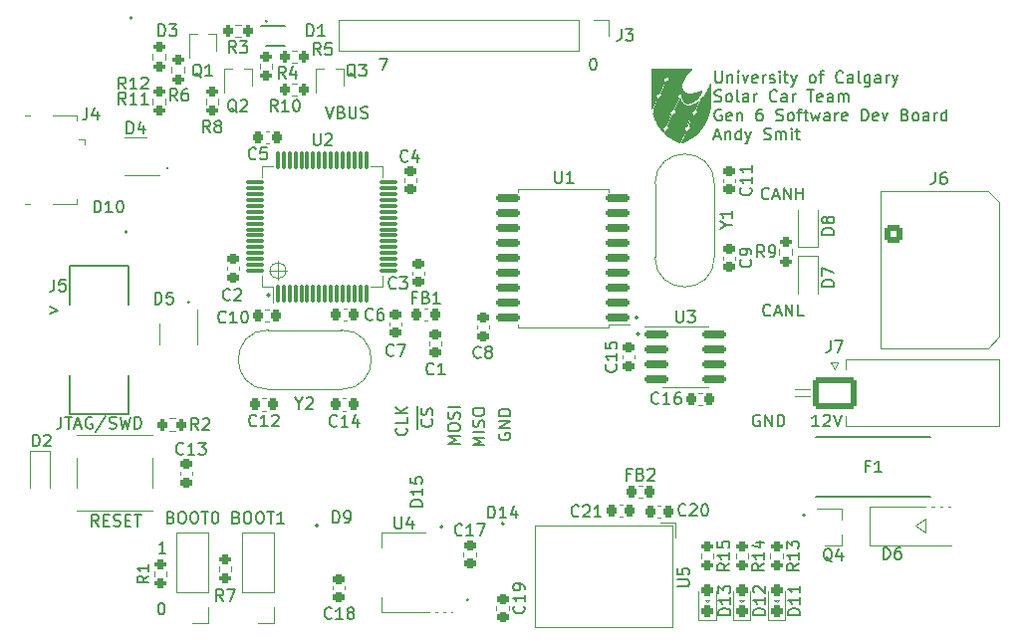
<source format=gto>
G04 #@! TF.GenerationSoftware,KiCad,Pcbnew,6.0.0-d3dd2cf0fa~116~ubuntu20.04.1*
G04 #@! TF.CreationDate,2022-01-09T15:49:13-07:00*
G04 #@! TF.ProjectId,software_dev_board,736f6674-7761-4726-955f-6465765f626f,A*
G04 #@! TF.SameCoordinates,Original*
G04 #@! TF.FileFunction,Legend,Top*
G04 #@! TF.FilePolarity,Positive*
%FSLAX46Y46*%
G04 Gerber Fmt 4.6, Leading zero omitted, Abs format (unit mm)*
G04 Created by KiCad (PCBNEW 6.0.0-d3dd2cf0fa~116~ubuntu20.04.1) date 2022-01-09 15:49:13*
%MOMM*%
%LPD*%
G01*
G04 APERTURE LIST*
G04 Aperture macros list*
%AMRoundRect*
0 Rectangle with rounded corners*
0 $1 Rounding radius*
0 $2 $3 $4 $5 $6 $7 $8 $9 X,Y pos of 4 corners*
0 Add a 4 corners polygon primitive as box body*
4,1,4,$2,$3,$4,$5,$6,$7,$8,$9,$2,$3,0*
0 Add four circle primitives for the rounded corners*
1,1,$1+$1,$2,$3*
1,1,$1+$1,$4,$5*
1,1,$1+$1,$6,$7*
1,1,$1+$1,$8,$9*
0 Add four rect primitives between the rounded corners*
20,1,$1+$1,$2,$3,$4,$5,0*
20,1,$1+$1,$4,$5,$6,$7,0*
20,1,$1+$1,$6,$7,$8,$9,0*
20,1,$1+$1,$8,$9,$2,$3,0*%
G04 Aperture macros list end*
%ADD10C,0.200000*%
%ADD11C,0.100000*%
%ADD12C,0.120000*%
%ADD13C,0.150000*%
%ADD14C,0.153000*%
%ADD15C,0.010000*%
%ADD16C,1.500000*%
%ADD17RoundRect,0.225000X0.250000X-0.225000X0.250000X0.225000X-0.250000X0.225000X-0.250000X-0.225000X0*%
%ADD18RoundRect,0.225000X-0.250000X0.225000X-0.250000X-0.225000X0.250000X-0.225000X0.250000X0.225000X0*%
%ADD19RoundRect,0.225000X0.225000X0.250000X-0.225000X0.250000X-0.225000X-0.250000X0.225000X-0.250000X0*%
%ADD20RoundRect,0.225000X-0.225000X-0.250000X0.225000X-0.250000X0.225000X0.250000X-0.225000X0.250000X0*%
%ADD21RoundRect,0.237500X0.237500X-0.287500X0.237500X0.287500X-0.237500X0.287500X-0.237500X-0.287500X0*%
%ADD22R,2.770000X0.740000*%
%ADD23RoundRect,0.200000X0.275000X-0.200000X0.275000X0.200000X-0.275000X0.200000X-0.275000X-0.200000X0*%
%ADD24RoundRect,0.200000X-0.275000X0.200000X-0.275000X-0.200000X0.275000X-0.200000X0.275000X0.200000X0*%
%ADD25R,2.000000X1.500000*%
%ADD26R,2.000000X3.800000*%
%ADD27R,1.700000X1.700000*%
%ADD28O,1.700000X1.700000*%
%ADD29R,2.540000X2.670000*%
%ADD30R,1.270000X0.762000*%
%ADD31R,1.500000X2.300000*%
%ADD32O,1.500000X2.300000*%
%ADD33RoundRect,0.075000X0.075000X-0.700000X0.075000X0.700000X-0.075000X0.700000X-0.075000X-0.700000X0*%
%ADD34RoundRect,0.075000X0.700000X-0.075000X0.700000X0.075000X-0.700000X0.075000X-0.700000X-0.075000X0*%
%ADD35RoundRect,0.150000X0.875000X0.150000X-0.875000X0.150000X-0.875000X-0.150000X0.875000X-0.150000X0*%
%ADD36C,0.800000*%
%ADD37C,6.400000*%
%ADD38R,1.560000X0.650000*%
%ADD39R,0.650000X1.560000*%
%ADD40RoundRect,0.218750X-0.218750X-0.256250X0.218750X-0.256250X0.218750X0.256250X-0.218750X0.256250X0*%
%ADD41R,1.350000X0.400000*%
%ADD42O,1.550000X0.890000*%
%ADD43O,0.950000X1.250000*%
%ADD44R,1.550000X1.200000*%
%ADD45R,1.550000X1.500000*%
%ADD46R,2.670000X2.540000*%
%ADD47R,0.762000X1.270000*%
%ADD48R,1.550000X1.300000*%
%ADD49RoundRect,0.200000X0.200000X0.275000X-0.200000X0.275000X-0.200000X-0.275000X0.200000X-0.275000X0*%
%ADD50R,1.000000X1.000000*%
%ADD51RoundRect,0.150000X-0.825000X-0.150000X0.825000X-0.150000X0.825000X0.150000X-0.825000X0.150000X0*%
%ADD52C,3.000000*%
%ADD53RoundRect,0.250000X-0.500000X0.500000X-0.500000X-0.500000X0.500000X-0.500000X0.500000X0.500000X0*%
%ADD54R,0.900000X0.800000*%
%ADD55R,3.500000X1.800000*%
%ADD56R,4.240000X3.810000*%
%ADD57R,0.800000X0.550000*%
%ADD58RoundRect,0.250001X-1.599999X1.099999X-1.599999X-1.099999X1.599999X-1.099999X1.599999X1.099999X0*%
%ADD59O,3.700000X2.700000*%
%ADD60R,0.450000X0.700000*%
%ADD61RoundRect,0.200000X-0.200000X-0.275000X0.200000X-0.275000X0.200000X0.275000X-0.200000X0.275000X0*%
%ADD62C,0.600000*%
G04 APERTURE END LIST*
D10*
X152341421Y-99600000D02*
G75*
G03*
X152341421Y-99600000I-141421J0D01*
G01*
D11*
X157900000Y-122200000D02*
X158100000Y-122400000D01*
X163800000Y-122200000D02*
X164000000Y-122400000D01*
X164200000Y-122200000D02*
X163800000Y-122200000D01*
X164000000Y-122400000D02*
X164200000Y-122200000D01*
D12*
X114100000Y-96900000D02*
G75*
G03*
X114100000Y-96900000I-100000J0D01*
G01*
X137800000Y-122200000D02*
G75*
G03*
X137800000Y-122200000I-100000J0D01*
G01*
X175800000Y-115900000D02*
X176600000Y-116500000D01*
D11*
X158100000Y-122400000D02*
X158300000Y-122200000D01*
X158300000Y-122200000D02*
X157900000Y-122200000D01*
D12*
X122270820Y-94200000D02*
G75*
G03*
X122270820Y-94200000I-670820J0D01*
G01*
X120800000Y-94200000D02*
X122400000Y-94200000D01*
D13*
X166400000Y-115000000D02*
G75*
G03*
X166400000Y-115000000I-100000J0D01*
G01*
D12*
X112300000Y-85500000D02*
G75*
G03*
X112300000Y-85500000I-100000J0D01*
G01*
D10*
X152241421Y-98200000D02*
G75*
G03*
X152241421Y-98200000I-141421J0D01*
G01*
D12*
X175800000Y-115900000D02*
X176600000Y-115300000D01*
X120700000Y-73000000D02*
G75*
G03*
X120700000Y-73000000I-100000J0D01*
G01*
D11*
X161000000Y-122400000D02*
X161200000Y-122200000D01*
D12*
X176600000Y-116500000D02*
X176600000Y-115300000D01*
D11*
X161200000Y-122200000D02*
X160800000Y-122200000D01*
D12*
X121600000Y-95000000D02*
X121600000Y-93400000D01*
D11*
X160800000Y-122200000D02*
X161000000Y-122400000D01*
D10*
X120941421Y-96300000D02*
G75*
G03*
X120941421Y-96300000I-141421J0D01*
G01*
X112071714Y-118246380D02*
X111500285Y-118246380D01*
X111786000Y-118246380D02*
X111786000Y-117246380D01*
X111690761Y-117389238D01*
X111595523Y-117484476D01*
X111500285Y-117532095D01*
X111652380Y-122452380D02*
X111747619Y-122452380D01*
X111842857Y-122500000D01*
X111890476Y-122547619D01*
X111938095Y-122642857D01*
X111985714Y-122833333D01*
X111985714Y-123071428D01*
X111938095Y-123261904D01*
X111890476Y-123357142D01*
X111842857Y-123404761D01*
X111747619Y-123452380D01*
X111652380Y-123452380D01*
X111557142Y-123404761D01*
X111509523Y-123357142D01*
X111461904Y-123261904D01*
X111414285Y-123071428D01*
X111414285Y-122833333D01*
X111461904Y-122642857D01*
X111509523Y-122547619D01*
X111557142Y-122500000D01*
X111652380Y-122452380D01*
D14*
X112492666Y-115182571D02*
X112635523Y-115230190D01*
X112683142Y-115277809D01*
X112730761Y-115373047D01*
X112730761Y-115515904D01*
X112683142Y-115611142D01*
X112635523Y-115658761D01*
X112540285Y-115706380D01*
X112159333Y-115706380D01*
X112159333Y-114706380D01*
X112492666Y-114706380D01*
X112587904Y-114754000D01*
X112635523Y-114801619D01*
X112683142Y-114896857D01*
X112683142Y-114992095D01*
X112635523Y-115087333D01*
X112587904Y-115134952D01*
X112492666Y-115182571D01*
X112159333Y-115182571D01*
X113349809Y-114706380D02*
X113540285Y-114706380D01*
X113635523Y-114754000D01*
X113730761Y-114849238D01*
X113778380Y-115039714D01*
X113778380Y-115373047D01*
X113730761Y-115563523D01*
X113635523Y-115658761D01*
X113540285Y-115706380D01*
X113349809Y-115706380D01*
X113254571Y-115658761D01*
X113159333Y-115563523D01*
X113111714Y-115373047D01*
X113111714Y-115039714D01*
X113159333Y-114849238D01*
X113254571Y-114754000D01*
X113349809Y-114706380D01*
X114397428Y-114706380D02*
X114587904Y-114706380D01*
X114683142Y-114754000D01*
X114778380Y-114849238D01*
X114826000Y-115039714D01*
X114826000Y-115373047D01*
X114778380Y-115563523D01*
X114683142Y-115658761D01*
X114587904Y-115706380D01*
X114397428Y-115706380D01*
X114302190Y-115658761D01*
X114206952Y-115563523D01*
X114159333Y-115373047D01*
X114159333Y-115039714D01*
X114206952Y-114849238D01*
X114302190Y-114754000D01*
X114397428Y-114706380D01*
X115111714Y-114706380D02*
X115683142Y-114706380D01*
X115397428Y-115706380D02*
X115397428Y-114706380D01*
X116206952Y-114706380D02*
X116302190Y-114706380D01*
X116397428Y-114754000D01*
X116445047Y-114801619D01*
X116492666Y-114896857D01*
X116540285Y-115087333D01*
X116540285Y-115325428D01*
X116492666Y-115515904D01*
X116445047Y-115611142D01*
X116397428Y-115658761D01*
X116302190Y-115706380D01*
X116206952Y-115706380D01*
X116111714Y-115658761D01*
X116064095Y-115611142D01*
X116016476Y-115515904D01*
X115968857Y-115325428D01*
X115968857Y-115087333D01*
X116016476Y-114896857D01*
X116064095Y-114801619D01*
X116111714Y-114754000D01*
X116206952Y-114706380D01*
X118066666Y-115182571D02*
X118209523Y-115230190D01*
X118257142Y-115277809D01*
X118304761Y-115373047D01*
X118304761Y-115515904D01*
X118257142Y-115611142D01*
X118209523Y-115658761D01*
X118114285Y-115706380D01*
X117733333Y-115706380D01*
X117733333Y-114706380D01*
X118066666Y-114706380D01*
X118161904Y-114754000D01*
X118209523Y-114801619D01*
X118257142Y-114896857D01*
X118257142Y-114992095D01*
X118209523Y-115087333D01*
X118161904Y-115134952D01*
X118066666Y-115182571D01*
X117733333Y-115182571D01*
X118923809Y-114706380D02*
X119114285Y-114706380D01*
X119209523Y-114754000D01*
X119304761Y-114849238D01*
X119352380Y-115039714D01*
X119352380Y-115373047D01*
X119304761Y-115563523D01*
X119209523Y-115658761D01*
X119114285Y-115706380D01*
X118923809Y-115706380D01*
X118828571Y-115658761D01*
X118733333Y-115563523D01*
X118685714Y-115373047D01*
X118685714Y-115039714D01*
X118733333Y-114849238D01*
X118828571Y-114754000D01*
X118923809Y-114706380D01*
X119971428Y-114706380D02*
X120161904Y-114706380D01*
X120257142Y-114754000D01*
X120352380Y-114849238D01*
X120400000Y-115039714D01*
X120400000Y-115373047D01*
X120352380Y-115563523D01*
X120257142Y-115658761D01*
X120161904Y-115706380D01*
X119971428Y-115706380D01*
X119876190Y-115658761D01*
X119780952Y-115563523D01*
X119733333Y-115373047D01*
X119733333Y-115039714D01*
X119780952Y-114849238D01*
X119876190Y-114754000D01*
X119971428Y-114706380D01*
X120685714Y-114706380D02*
X121257142Y-114706380D01*
X120971428Y-115706380D02*
X120971428Y-114706380D01*
X122114285Y-115706380D02*
X121542857Y-115706380D01*
X121828571Y-115706380D02*
X121828571Y-114706380D01*
X121733333Y-114849238D01*
X121638095Y-114944476D01*
X121542857Y-114992095D01*
D10*
X167580952Y-107452380D02*
X167009523Y-107452380D01*
X167295238Y-107452380D02*
X167295238Y-106452380D01*
X167200000Y-106595238D01*
X167104761Y-106690476D01*
X167009523Y-106738095D01*
X167961904Y-106547619D02*
X168009523Y-106500000D01*
X168104761Y-106452380D01*
X168342857Y-106452380D01*
X168438095Y-106500000D01*
X168485714Y-106547619D01*
X168533333Y-106642857D01*
X168533333Y-106738095D01*
X168485714Y-106880952D01*
X167914285Y-107452380D01*
X168533333Y-107452380D01*
X168819047Y-106452380D02*
X169152380Y-107452380D01*
X169485714Y-106452380D01*
X162538095Y-106500000D02*
X162442857Y-106452380D01*
X162300000Y-106452380D01*
X162157142Y-106500000D01*
X162061904Y-106595238D01*
X162014285Y-106690476D01*
X161966666Y-106880952D01*
X161966666Y-107023809D01*
X162014285Y-107214285D01*
X162061904Y-107309523D01*
X162157142Y-107404761D01*
X162300000Y-107452380D01*
X162395238Y-107452380D01*
X162538095Y-107404761D01*
X162585714Y-107357142D01*
X162585714Y-107023809D01*
X162395238Y-107023809D01*
X163014285Y-107452380D02*
X163014285Y-106452380D01*
X163585714Y-107452380D01*
X163585714Y-106452380D01*
X164061904Y-107452380D02*
X164061904Y-106452380D01*
X164300000Y-106452380D01*
X164442857Y-106500000D01*
X164538095Y-106595238D01*
X164585714Y-106690476D01*
X164633333Y-106880952D01*
X164633333Y-107023809D01*
X164585714Y-107214285D01*
X164538095Y-107309523D01*
X164442857Y-107404761D01*
X164300000Y-107452380D01*
X164061904Y-107452380D01*
X158768095Y-77237380D02*
X158768095Y-78046904D01*
X158815714Y-78142142D01*
X158863333Y-78189761D01*
X158958571Y-78237380D01*
X159149047Y-78237380D01*
X159244285Y-78189761D01*
X159291904Y-78142142D01*
X159339523Y-78046904D01*
X159339523Y-77237380D01*
X159815714Y-77570714D02*
X159815714Y-78237380D01*
X159815714Y-77665952D02*
X159863333Y-77618333D01*
X159958571Y-77570714D01*
X160101428Y-77570714D01*
X160196666Y-77618333D01*
X160244285Y-77713571D01*
X160244285Y-78237380D01*
X160720476Y-78237380D02*
X160720476Y-77570714D01*
X160720476Y-77237380D02*
X160672857Y-77285000D01*
X160720476Y-77332619D01*
X160768095Y-77285000D01*
X160720476Y-77237380D01*
X160720476Y-77332619D01*
X161101428Y-77570714D02*
X161339523Y-78237380D01*
X161577619Y-77570714D01*
X162339523Y-78189761D02*
X162244285Y-78237380D01*
X162053809Y-78237380D01*
X161958571Y-78189761D01*
X161910952Y-78094523D01*
X161910952Y-77713571D01*
X161958571Y-77618333D01*
X162053809Y-77570714D01*
X162244285Y-77570714D01*
X162339523Y-77618333D01*
X162387142Y-77713571D01*
X162387142Y-77808809D01*
X161910952Y-77904047D01*
X162815714Y-78237380D02*
X162815714Y-77570714D01*
X162815714Y-77761190D02*
X162863333Y-77665952D01*
X162910952Y-77618333D01*
X163006190Y-77570714D01*
X163101428Y-77570714D01*
X163387142Y-78189761D02*
X163482380Y-78237380D01*
X163672857Y-78237380D01*
X163768095Y-78189761D01*
X163815714Y-78094523D01*
X163815714Y-78046904D01*
X163768095Y-77951666D01*
X163672857Y-77904047D01*
X163530000Y-77904047D01*
X163434761Y-77856428D01*
X163387142Y-77761190D01*
X163387142Y-77713571D01*
X163434761Y-77618333D01*
X163530000Y-77570714D01*
X163672857Y-77570714D01*
X163768095Y-77618333D01*
X164244285Y-78237380D02*
X164244285Y-77570714D01*
X164244285Y-77237380D02*
X164196666Y-77285000D01*
X164244285Y-77332619D01*
X164291904Y-77285000D01*
X164244285Y-77237380D01*
X164244285Y-77332619D01*
X164577619Y-77570714D02*
X164958571Y-77570714D01*
X164720476Y-77237380D02*
X164720476Y-78094523D01*
X164768095Y-78189761D01*
X164863333Y-78237380D01*
X164958571Y-78237380D01*
X165196666Y-77570714D02*
X165434761Y-78237380D01*
X165672857Y-77570714D02*
X165434761Y-78237380D01*
X165339523Y-78475476D01*
X165291904Y-78523095D01*
X165196666Y-78570714D01*
X166958571Y-78237380D02*
X166863333Y-78189761D01*
X166815714Y-78142142D01*
X166768095Y-78046904D01*
X166768095Y-77761190D01*
X166815714Y-77665952D01*
X166863333Y-77618333D01*
X166958571Y-77570714D01*
X167101428Y-77570714D01*
X167196666Y-77618333D01*
X167244285Y-77665952D01*
X167291904Y-77761190D01*
X167291904Y-78046904D01*
X167244285Y-78142142D01*
X167196666Y-78189761D01*
X167101428Y-78237380D01*
X166958571Y-78237380D01*
X167577619Y-77570714D02*
X167958571Y-77570714D01*
X167720476Y-78237380D02*
X167720476Y-77380238D01*
X167768095Y-77285000D01*
X167863333Y-77237380D01*
X167958571Y-77237380D01*
X169625238Y-78142142D02*
X169577619Y-78189761D01*
X169434761Y-78237380D01*
X169339523Y-78237380D01*
X169196666Y-78189761D01*
X169101428Y-78094523D01*
X169053809Y-77999285D01*
X169006190Y-77808809D01*
X169006190Y-77665952D01*
X169053809Y-77475476D01*
X169101428Y-77380238D01*
X169196666Y-77285000D01*
X169339523Y-77237380D01*
X169434761Y-77237380D01*
X169577619Y-77285000D01*
X169625238Y-77332619D01*
X170482380Y-78237380D02*
X170482380Y-77713571D01*
X170434761Y-77618333D01*
X170339523Y-77570714D01*
X170149047Y-77570714D01*
X170053809Y-77618333D01*
X170482380Y-78189761D02*
X170387142Y-78237380D01*
X170149047Y-78237380D01*
X170053809Y-78189761D01*
X170006190Y-78094523D01*
X170006190Y-77999285D01*
X170053809Y-77904047D01*
X170149047Y-77856428D01*
X170387142Y-77856428D01*
X170482380Y-77808809D01*
X171101428Y-78237380D02*
X171006190Y-78189761D01*
X170958571Y-78094523D01*
X170958571Y-77237380D01*
X171910952Y-77570714D02*
X171910952Y-78380238D01*
X171863333Y-78475476D01*
X171815714Y-78523095D01*
X171720476Y-78570714D01*
X171577619Y-78570714D01*
X171482380Y-78523095D01*
X171910952Y-78189761D02*
X171815714Y-78237380D01*
X171625238Y-78237380D01*
X171530000Y-78189761D01*
X171482380Y-78142142D01*
X171434761Y-78046904D01*
X171434761Y-77761190D01*
X171482380Y-77665952D01*
X171530000Y-77618333D01*
X171625238Y-77570714D01*
X171815714Y-77570714D01*
X171910952Y-77618333D01*
X172815714Y-78237380D02*
X172815714Y-77713571D01*
X172768095Y-77618333D01*
X172672857Y-77570714D01*
X172482380Y-77570714D01*
X172387142Y-77618333D01*
X172815714Y-78189761D02*
X172720476Y-78237380D01*
X172482380Y-78237380D01*
X172387142Y-78189761D01*
X172339523Y-78094523D01*
X172339523Y-77999285D01*
X172387142Y-77904047D01*
X172482380Y-77856428D01*
X172720476Y-77856428D01*
X172815714Y-77808809D01*
X173291904Y-78237380D02*
X173291904Y-77570714D01*
X173291904Y-77761190D02*
X173339523Y-77665952D01*
X173387142Y-77618333D01*
X173482380Y-77570714D01*
X173577619Y-77570714D01*
X173815714Y-77570714D02*
X174053809Y-78237380D01*
X174291904Y-77570714D02*
X174053809Y-78237380D01*
X173958571Y-78475476D01*
X173910952Y-78523095D01*
X173815714Y-78570714D01*
X158720476Y-79799761D02*
X158863333Y-79847380D01*
X159101428Y-79847380D01*
X159196666Y-79799761D01*
X159244285Y-79752142D01*
X159291904Y-79656904D01*
X159291904Y-79561666D01*
X159244285Y-79466428D01*
X159196666Y-79418809D01*
X159101428Y-79371190D01*
X158910952Y-79323571D01*
X158815714Y-79275952D01*
X158768095Y-79228333D01*
X158720476Y-79133095D01*
X158720476Y-79037857D01*
X158768095Y-78942619D01*
X158815714Y-78895000D01*
X158910952Y-78847380D01*
X159149047Y-78847380D01*
X159291904Y-78895000D01*
X159863333Y-79847380D02*
X159768095Y-79799761D01*
X159720476Y-79752142D01*
X159672857Y-79656904D01*
X159672857Y-79371190D01*
X159720476Y-79275952D01*
X159768095Y-79228333D01*
X159863333Y-79180714D01*
X160006190Y-79180714D01*
X160101428Y-79228333D01*
X160149047Y-79275952D01*
X160196666Y-79371190D01*
X160196666Y-79656904D01*
X160149047Y-79752142D01*
X160101428Y-79799761D01*
X160006190Y-79847380D01*
X159863333Y-79847380D01*
X160768095Y-79847380D02*
X160672857Y-79799761D01*
X160625238Y-79704523D01*
X160625238Y-78847380D01*
X161577619Y-79847380D02*
X161577619Y-79323571D01*
X161530000Y-79228333D01*
X161434761Y-79180714D01*
X161244285Y-79180714D01*
X161149047Y-79228333D01*
X161577619Y-79799761D02*
X161482380Y-79847380D01*
X161244285Y-79847380D01*
X161149047Y-79799761D01*
X161101428Y-79704523D01*
X161101428Y-79609285D01*
X161149047Y-79514047D01*
X161244285Y-79466428D01*
X161482380Y-79466428D01*
X161577619Y-79418809D01*
X162053809Y-79847380D02*
X162053809Y-79180714D01*
X162053809Y-79371190D02*
X162101428Y-79275952D01*
X162149047Y-79228333D01*
X162244285Y-79180714D01*
X162339523Y-79180714D01*
X164006190Y-79752142D02*
X163958571Y-79799761D01*
X163815714Y-79847380D01*
X163720476Y-79847380D01*
X163577619Y-79799761D01*
X163482380Y-79704523D01*
X163434761Y-79609285D01*
X163387142Y-79418809D01*
X163387142Y-79275952D01*
X163434761Y-79085476D01*
X163482380Y-78990238D01*
X163577619Y-78895000D01*
X163720476Y-78847380D01*
X163815714Y-78847380D01*
X163958571Y-78895000D01*
X164006190Y-78942619D01*
X164863333Y-79847380D02*
X164863333Y-79323571D01*
X164815714Y-79228333D01*
X164720476Y-79180714D01*
X164530000Y-79180714D01*
X164434761Y-79228333D01*
X164863333Y-79799761D02*
X164768095Y-79847380D01*
X164530000Y-79847380D01*
X164434761Y-79799761D01*
X164387142Y-79704523D01*
X164387142Y-79609285D01*
X164434761Y-79514047D01*
X164530000Y-79466428D01*
X164768095Y-79466428D01*
X164863333Y-79418809D01*
X165339523Y-79847380D02*
X165339523Y-79180714D01*
X165339523Y-79371190D02*
X165387142Y-79275952D01*
X165434761Y-79228333D01*
X165530000Y-79180714D01*
X165625238Y-79180714D01*
X166577619Y-78847380D02*
X167149047Y-78847380D01*
X166863333Y-79847380D02*
X166863333Y-78847380D01*
X167863333Y-79799761D02*
X167768095Y-79847380D01*
X167577619Y-79847380D01*
X167482380Y-79799761D01*
X167434761Y-79704523D01*
X167434761Y-79323571D01*
X167482380Y-79228333D01*
X167577619Y-79180714D01*
X167768095Y-79180714D01*
X167863333Y-79228333D01*
X167910952Y-79323571D01*
X167910952Y-79418809D01*
X167434761Y-79514047D01*
X168768095Y-79847380D02*
X168768095Y-79323571D01*
X168720476Y-79228333D01*
X168625238Y-79180714D01*
X168434761Y-79180714D01*
X168339523Y-79228333D01*
X168768095Y-79799761D02*
X168672857Y-79847380D01*
X168434761Y-79847380D01*
X168339523Y-79799761D01*
X168291904Y-79704523D01*
X168291904Y-79609285D01*
X168339523Y-79514047D01*
X168434761Y-79466428D01*
X168672857Y-79466428D01*
X168768095Y-79418809D01*
X169244285Y-79847380D02*
X169244285Y-79180714D01*
X169244285Y-79275952D02*
X169291904Y-79228333D01*
X169387142Y-79180714D01*
X169530000Y-79180714D01*
X169625238Y-79228333D01*
X169672857Y-79323571D01*
X169672857Y-79847380D01*
X169672857Y-79323571D02*
X169720476Y-79228333D01*
X169815714Y-79180714D01*
X169958571Y-79180714D01*
X170053809Y-79228333D01*
X170101428Y-79323571D01*
X170101428Y-79847380D01*
X159291904Y-80505000D02*
X159196666Y-80457380D01*
X159053809Y-80457380D01*
X158910952Y-80505000D01*
X158815714Y-80600238D01*
X158768095Y-80695476D01*
X158720476Y-80885952D01*
X158720476Y-81028809D01*
X158768095Y-81219285D01*
X158815714Y-81314523D01*
X158910952Y-81409761D01*
X159053809Y-81457380D01*
X159149047Y-81457380D01*
X159291904Y-81409761D01*
X159339523Y-81362142D01*
X159339523Y-81028809D01*
X159149047Y-81028809D01*
X160149047Y-81409761D02*
X160053809Y-81457380D01*
X159863333Y-81457380D01*
X159768095Y-81409761D01*
X159720476Y-81314523D01*
X159720476Y-80933571D01*
X159768095Y-80838333D01*
X159863333Y-80790714D01*
X160053809Y-80790714D01*
X160149047Y-80838333D01*
X160196666Y-80933571D01*
X160196666Y-81028809D01*
X159720476Y-81124047D01*
X160625238Y-80790714D02*
X160625238Y-81457380D01*
X160625238Y-80885952D02*
X160672857Y-80838333D01*
X160768095Y-80790714D01*
X160910952Y-80790714D01*
X161006190Y-80838333D01*
X161053809Y-80933571D01*
X161053809Y-81457380D01*
X162720476Y-80457380D02*
X162530000Y-80457380D01*
X162434761Y-80505000D01*
X162387142Y-80552619D01*
X162291904Y-80695476D01*
X162244285Y-80885952D01*
X162244285Y-81266904D01*
X162291904Y-81362142D01*
X162339523Y-81409761D01*
X162434761Y-81457380D01*
X162625238Y-81457380D01*
X162720476Y-81409761D01*
X162768095Y-81362142D01*
X162815714Y-81266904D01*
X162815714Y-81028809D01*
X162768095Y-80933571D01*
X162720476Y-80885952D01*
X162625238Y-80838333D01*
X162434761Y-80838333D01*
X162339523Y-80885952D01*
X162291904Y-80933571D01*
X162244285Y-81028809D01*
X163958571Y-81409761D02*
X164101428Y-81457380D01*
X164339523Y-81457380D01*
X164434761Y-81409761D01*
X164482380Y-81362142D01*
X164530000Y-81266904D01*
X164530000Y-81171666D01*
X164482380Y-81076428D01*
X164434761Y-81028809D01*
X164339523Y-80981190D01*
X164149047Y-80933571D01*
X164053809Y-80885952D01*
X164006190Y-80838333D01*
X163958571Y-80743095D01*
X163958571Y-80647857D01*
X164006190Y-80552619D01*
X164053809Y-80505000D01*
X164149047Y-80457380D01*
X164387142Y-80457380D01*
X164530000Y-80505000D01*
X165101428Y-81457380D02*
X165006190Y-81409761D01*
X164958571Y-81362142D01*
X164910952Y-81266904D01*
X164910952Y-80981190D01*
X164958571Y-80885952D01*
X165006190Y-80838333D01*
X165101428Y-80790714D01*
X165244285Y-80790714D01*
X165339523Y-80838333D01*
X165387142Y-80885952D01*
X165434761Y-80981190D01*
X165434761Y-81266904D01*
X165387142Y-81362142D01*
X165339523Y-81409761D01*
X165244285Y-81457380D01*
X165101428Y-81457380D01*
X165720476Y-80790714D02*
X166101428Y-80790714D01*
X165863333Y-81457380D02*
X165863333Y-80600238D01*
X165910952Y-80505000D01*
X166006190Y-80457380D01*
X166101428Y-80457380D01*
X166291904Y-80790714D02*
X166672857Y-80790714D01*
X166434761Y-80457380D02*
X166434761Y-81314523D01*
X166482380Y-81409761D01*
X166577619Y-81457380D01*
X166672857Y-81457380D01*
X166910952Y-80790714D02*
X167101428Y-81457380D01*
X167291904Y-80981190D01*
X167482380Y-81457380D01*
X167672857Y-80790714D01*
X168482380Y-81457380D02*
X168482380Y-80933571D01*
X168434761Y-80838333D01*
X168339523Y-80790714D01*
X168149047Y-80790714D01*
X168053809Y-80838333D01*
X168482380Y-81409761D02*
X168387142Y-81457380D01*
X168149047Y-81457380D01*
X168053809Y-81409761D01*
X168006190Y-81314523D01*
X168006190Y-81219285D01*
X168053809Y-81124047D01*
X168149047Y-81076428D01*
X168387142Y-81076428D01*
X168482380Y-81028809D01*
X168958571Y-81457380D02*
X168958571Y-80790714D01*
X168958571Y-80981190D02*
X169006190Y-80885952D01*
X169053809Y-80838333D01*
X169149047Y-80790714D01*
X169244285Y-80790714D01*
X169958571Y-81409761D02*
X169863333Y-81457380D01*
X169672857Y-81457380D01*
X169577619Y-81409761D01*
X169530000Y-81314523D01*
X169530000Y-80933571D01*
X169577619Y-80838333D01*
X169672857Y-80790714D01*
X169863333Y-80790714D01*
X169958571Y-80838333D01*
X170006190Y-80933571D01*
X170006190Y-81028809D01*
X169530000Y-81124047D01*
X171196666Y-81457380D02*
X171196666Y-80457380D01*
X171434761Y-80457380D01*
X171577619Y-80505000D01*
X171672857Y-80600238D01*
X171720476Y-80695476D01*
X171768095Y-80885952D01*
X171768095Y-81028809D01*
X171720476Y-81219285D01*
X171672857Y-81314523D01*
X171577619Y-81409761D01*
X171434761Y-81457380D01*
X171196666Y-81457380D01*
X172577619Y-81409761D02*
X172482380Y-81457380D01*
X172291904Y-81457380D01*
X172196666Y-81409761D01*
X172149047Y-81314523D01*
X172149047Y-80933571D01*
X172196666Y-80838333D01*
X172291904Y-80790714D01*
X172482380Y-80790714D01*
X172577619Y-80838333D01*
X172625238Y-80933571D01*
X172625238Y-81028809D01*
X172149047Y-81124047D01*
X172958571Y-80790714D02*
X173196666Y-81457380D01*
X173434761Y-80790714D01*
X174910952Y-80933571D02*
X175053809Y-80981190D01*
X175101428Y-81028809D01*
X175149047Y-81124047D01*
X175149047Y-81266904D01*
X175101428Y-81362142D01*
X175053809Y-81409761D01*
X174958571Y-81457380D01*
X174577619Y-81457380D01*
X174577619Y-80457380D01*
X174910952Y-80457380D01*
X175006190Y-80505000D01*
X175053809Y-80552619D01*
X175101428Y-80647857D01*
X175101428Y-80743095D01*
X175053809Y-80838333D01*
X175006190Y-80885952D01*
X174910952Y-80933571D01*
X174577619Y-80933571D01*
X175720476Y-81457380D02*
X175625238Y-81409761D01*
X175577619Y-81362142D01*
X175530000Y-81266904D01*
X175530000Y-80981190D01*
X175577619Y-80885952D01*
X175625238Y-80838333D01*
X175720476Y-80790714D01*
X175863333Y-80790714D01*
X175958571Y-80838333D01*
X176006190Y-80885952D01*
X176053809Y-80981190D01*
X176053809Y-81266904D01*
X176006190Y-81362142D01*
X175958571Y-81409761D01*
X175863333Y-81457380D01*
X175720476Y-81457380D01*
X176910952Y-81457380D02*
X176910952Y-80933571D01*
X176863333Y-80838333D01*
X176768095Y-80790714D01*
X176577619Y-80790714D01*
X176482380Y-80838333D01*
X176910952Y-81409761D02*
X176815714Y-81457380D01*
X176577619Y-81457380D01*
X176482380Y-81409761D01*
X176434761Y-81314523D01*
X176434761Y-81219285D01*
X176482380Y-81124047D01*
X176577619Y-81076428D01*
X176815714Y-81076428D01*
X176910952Y-81028809D01*
X177387142Y-81457380D02*
X177387142Y-80790714D01*
X177387142Y-80981190D02*
X177434761Y-80885952D01*
X177482380Y-80838333D01*
X177577619Y-80790714D01*
X177672857Y-80790714D01*
X178434761Y-81457380D02*
X178434761Y-80457380D01*
X178434761Y-81409761D02*
X178339523Y-81457380D01*
X178149047Y-81457380D01*
X178053809Y-81409761D01*
X178006190Y-81362142D01*
X177958571Y-81266904D01*
X177958571Y-80981190D01*
X178006190Y-80885952D01*
X178053809Y-80838333D01*
X178149047Y-80790714D01*
X178339523Y-80790714D01*
X178434761Y-80838333D01*
X158720476Y-82781666D02*
X159196666Y-82781666D01*
X158625238Y-83067380D02*
X158958571Y-82067380D01*
X159291904Y-83067380D01*
X159625238Y-82400714D02*
X159625238Y-83067380D01*
X159625238Y-82495952D02*
X159672857Y-82448333D01*
X159768095Y-82400714D01*
X159910952Y-82400714D01*
X160006190Y-82448333D01*
X160053809Y-82543571D01*
X160053809Y-83067380D01*
X160958571Y-83067380D02*
X160958571Y-82067380D01*
X160958571Y-83019761D02*
X160863333Y-83067380D01*
X160672857Y-83067380D01*
X160577619Y-83019761D01*
X160530000Y-82972142D01*
X160482380Y-82876904D01*
X160482380Y-82591190D01*
X160530000Y-82495952D01*
X160577619Y-82448333D01*
X160672857Y-82400714D01*
X160863333Y-82400714D01*
X160958571Y-82448333D01*
X161339523Y-82400714D02*
X161577619Y-83067380D01*
X161815714Y-82400714D02*
X161577619Y-83067380D01*
X161482380Y-83305476D01*
X161434761Y-83353095D01*
X161339523Y-83400714D01*
X162910952Y-83019761D02*
X163053809Y-83067380D01*
X163291904Y-83067380D01*
X163387142Y-83019761D01*
X163434761Y-82972142D01*
X163482380Y-82876904D01*
X163482380Y-82781666D01*
X163434761Y-82686428D01*
X163387142Y-82638809D01*
X163291904Y-82591190D01*
X163101428Y-82543571D01*
X163006190Y-82495952D01*
X162958571Y-82448333D01*
X162910952Y-82353095D01*
X162910952Y-82257857D01*
X162958571Y-82162619D01*
X163006190Y-82115000D01*
X163101428Y-82067380D01*
X163339523Y-82067380D01*
X163482380Y-82115000D01*
X163910952Y-83067380D02*
X163910952Y-82400714D01*
X163910952Y-82495952D02*
X163958571Y-82448333D01*
X164053809Y-82400714D01*
X164196666Y-82400714D01*
X164291904Y-82448333D01*
X164339523Y-82543571D01*
X164339523Y-83067380D01*
X164339523Y-82543571D02*
X164387142Y-82448333D01*
X164482380Y-82400714D01*
X164625238Y-82400714D01*
X164720476Y-82448333D01*
X164768095Y-82543571D01*
X164768095Y-83067380D01*
X165244285Y-83067380D02*
X165244285Y-82400714D01*
X165244285Y-82067380D02*
X165196666Y-82115000D01*
X165244285Y-82162619D01*
X165291904Y-82115000D01*
X165244285Y-82067380D01*
X165244285Y-82162619D01*
X165577619Y-82400714D02*
X165958571Y-82400714D01*
X165720476Y-82067380D02*
X165720476Y-82924523D01*
X165768095Y-83019761D01*
X165863333Y-83067380D01*
X165958571Y-83067380D01*
D13*
X130266666Y-76152380D02*
X130933333Y-76152380D01*
X130504761Y-77152380D01*
D14*
X103179904Y-106652380D02*
X103179904Y-107366666D01*
X103132285Y-107509523D01*
X103037047Y-107604761D01*
X102894190Y-107652380D01*
X102798952Y-107652380D01*
X103513238Y-106652380D02*
X104084666Y-106652380D01*
X103798952Y-107652380D02*
X103798952Y-106652380D01*
X104370380Y-107366666D02*
X104846571Y-107366666D01*
X104275142Y-107652380D02*
X104608476Y-106652380D01*
X104941809Y-107652380D01*
X105798952Y-106700000D02*
X105703714Y-106652380D01*
X105560857Y-106652380D01*
X105418000Y-106700000D01*
X105322761Y-106795238D01*
X105275142Y-106890476D01*
X105227523Y-107080952D01*
X105227523Y-107223809D01*
X105275142Y-107414285D01*
X105322761Y-107509523D01*
X105418000Y-107604761D01*
X105560857Y-107652380D01*
X105656095Y-107652380D01*
X105798952Y-107604761D01*
X105846571Y-107557142D01*
X105846571Y-107223809D01*
X105656095Y-107223809D01*
X106989428Y-106604761D02*
X106132285Y-107890476D01*
X107275142Y-107604761D02*
X107418000Y-107652380D01*
X107656095Y-107652380D01*
X107751333Y-107604761D01*
X107798952Y-107557142D01*
X107846571Y-107461904D01*
X107846571Y-107366666D01*
X107798952Y-107271428D01*
X107751333Y-107223809D01*
X107656095Y-107176190D01*
X107465619Y-107128571D01*
X107370380Y-107080952D01*
X107322761Y-107033333D01*
X107275142Y-106938095D01*
X107275142Y-106842857D01*
X107322761Y-106747619D01*
X107370380Y-106700000D01*
X107465619Y-106652380D01*
X107703714Y-106652380D01*
X107846571Y-106700000D01*
X108179904Y-106652380D02*
X108418000Y-107652380D01*
X108608476Y-106938095D01*
X108798952Y-107652380D01*
X109037047Y-106652380D01*
X109418000Y-107652380D02*
X109418000Y-106652380D01*
X109656095Y-106652380D01*
X109798952Y-106700000D01*
X109894190Y-106795238D01*
X109941809Y-106890476D01*
X109989428Y-107080952D01*
X109989428Y-107223809D01*
X109941809Y-107414285D01*
X109894190Y-107509523D01*
X109798952Y-107604761D01*
X109656095Y-107652380D01*
X109418000Y-107652380D01*
D13*
X148352380Y-76152380D02*
X148447619Y-76152380D01*
X148542857Y-76200000D01*
X148590476Y-76247619D01*
X148638095Y-76342857D01*
X148685714Y-76533333D01*
X148685714Y-76771428D01*
X148638095Y-76961904D01*
X148590476Y-77057142D01*
X148542857Y-77104761D01*
X148447619Y-77152380D01*
X148352380Y-77152380D01*
X148257142Y-77104761D01*
X148209523Y-77057142D01*
X148161904Y-76961904D01*
X148114285Y-76771428D01*
X148114285Y-76533333D01*
X148161904Y-76342857D01*
X148209523Y-76247619D01*
X148257142Y-76200000D01*
X148352380Y-76152380D01*
D14*
X106347619Y-115952380D02*
X106014285Y-115476190D01*
X105776190Y-115952380D02*
X105776190Y-114952380D01*
X106157142Y-114952380D01*
X106252380Y-115000000D01*
X106300000Y-115047619D01*
X106347619Y-115142857D01*
X106347619Y-115285714D01*
X106300000Y-115380952D01*
X106252380Y-115428571D01*
X106157142Y-115476190D01*
X105776190Y-115476190D01*
X106776190Y-115428571D02*
X107109523Y-115428571D01*
X107252380Y-115952380D02*
X106776190Y-115952380D01*
X106776190Y-114952380D01*
X107252380Y-114952380D01*
X107633333Y-115904761D02*
X107776190Y-115952380D01*
X108014285Y-115952380D01*
X108109523Y-115904761D01*
X108157142Y-115857142D01*
X108204761Y-115761904D01*
X108204761Y-115666666D01*
X108157142Y-115571428D01*
X108109523Y-115523809D01*
X108014285Y-115476190D01*
X107823809Y-115428571D01*
X107728571Y-115380952D01*
X107680952Y-115333333D01*
X107633333Y-115238095D01*
X107633333Y-115142857D01*
X107680952Y-115047619D01*
X107728571Y-115000000D01*
X107823809Y-114952380D01*
X108061904Y-114952380D01*
X108204761Y-115000000D01*
X108633333Y-115428571D02*
X108966666Y-115428571D01*
X109109523Y-115952380D02*
X108633333Y-115952380D01*
X108633333Y-114952380D01*
X109109523Y-114952380D01*
X109395238Y-114952380D02*
X109966666Y-114952380D01*
X109680952Y-115952380D02*
X109680952Y-114952380D01*
D13*
X133470000Y-107676190D02*
X133470000Y-106676190D01*
X134657142Y-106866666D02*
X134704761Y-106914285D01*
X134752380Y-107057142D01*
X134752380Y-107152380D01*
X134704761Y-107295238D01*
X134609523Y-107390476D01*
X134514285Y-107438095D01*
X134323809Y-107485714D01*
X134180952Y-107485714D01*
X133990476Y-107438095D01*
X133895238Y-107390476D01*
X133800000Y-107295238D01*
X133752380Y-107152380D01*
X133752380Y-107057142D01*
X133800000Y-106914285D01*
X133847619Y-106866666D01*
X133470000Y-106676190D02*
X133470000Y-105723809D01*
X134704761Y-106485714D02*
X134752380Y-106342857D01*
X134752380Y-106104761D01*
X134704761Y-106009523D01*
X134657142Y-105961904D01*
X134561904Y-105914285D01*
X134466666Y-105914285D01*
X134371428Y-105961904D01*
X134323809Y-106009523D01*
X134276190Y-106104761D01*
X134228571Y-106295238D01*
X134180952Y-106390476D01*
X134133333Y-106438095D01*
X134038095Y-106485714D01*
X133942857Y-106485714D01*
X133847619Y-106438095D01*
X133800000Y-106390476D01*
X133752380Y-106295238D01*
X133752380Y-106057142D01*
X133800000Y-105914285D01*
X139152380Y-109071428D02*
X138152380Y-109071428D01*
X138866666Y-108738095D01*
X138152380Y-108404761D01*
X139152380Y-108404761D01*
X139152380Y-107928571D02*
X138152380Y-107928571D01*
X139104761Y-107500000D02*
X139152380Y-107357142D01*
X139152380Y-107119047D01*
X139104761Y-107023809D01*
X139057142Y-106976190D01*
X138961904Y-106928571D01*
X138866666Y-106928571D01*
X138771428Y-106976190D01*
X138723809Y-107023809D01*
X138676190Y-107119047D01*
X138628571Y-107309523D01*
X138580952Y-107404761D01*
X138533333Y-107452380D01*
X138438095Y-107500000D01*
X138342857Y-107500000D01*
X138247619Y-107452380D01*
X138200000Y-107404761D01*
X138152380Y-107309523D01*
X138152380Y-107071428D01*
X138200000Y-106928571D01*
X138152380Y-106309523D02*
X138152380Y-106119047D01*
X138200000Y-106023809D01*
X138295238Y-105928571D01*
X138485714Y-105880952D01*
X138819047Y-105880952D01*
X139009523Y-105928571D01*
X139104761Y-106023809D01*
X139152380Y-106119047D01*
X139152380Y-106309523D01*
X139104761Y-106404761D01*
X139009523Y-106500000D01*
X138819047Y-106547619D01*
X138485714Y-106547619D01*
X138295238Y-106500000D01*
X138200000Y-106404761D01*
X138152380Y-106309523D01*
X137052380Y-108971428D02*
X136052380Y-108971428D01*
X136766666Y-108638095D01*
X136052380Y-108304761D01*
X137052380Y-108304761D01*
X136052380Y-107638095D02*
X136052380Y-107447619D01*
X136100000Y-107352380D01*
X136195238Y-107257142D01*
X136385714Y-107209523D01*
X136719047Y-107209523D01*
X136909523Y-107257142D01*
X137004761Y-107352380D01*
X137052380Y-107447619D01*
X137052380Y-107638095D01*
X137004761Y-107733333D01*
X136909523Y-107828571D01*
X136719047Y-107876190D01*
X136385714Y-107876190D01*
X136195238Y-107828571D01*
X136100000Y-107733333D01*
X136052380Y-107638095D01*
X137004761Y-106828571D02*
X137052380Y-106685714D01*
X137052380Y-106447619D01*
X137004761Y-106352380D01*
X136957142Y-106304761D01*
X136861904Y-106257142D01*
X136766666Y-106257142D01*
X136671428Y-106304761D01*
X136623809Y-106352380D01*
X136576190Y-106447619D01*
X136528571Y-106638095D01*
X136480952Y-106733333D01*
X136433333Y-106780952D01*
X136338095Y-106828571D01*
X136242857Y-106828571D01*
X136147619Y-106780952D01*
X136100000Y-106733333D01*
X136052380Y-106638095D01*
X136052380Y-106400000D01*
X136100000Y-106257142D01*
X137052380Y-105828571D02*
X136052380Y-105828571D01*
X140400000Y-108061904D02*
X140352380Y-108157142D01*
X140352380Y-108300000D01*
X140400000Y-108442857D01*
X140495238Y-108538095D01*
X140590476Y-108585714D01*
X140780952Y-108633333D01*
X140923809Y-108633333D01*
X141114285Y-108585714D01*
X141209523Y-108538095D01*
X141304761Y-108442857D01*
X141352380Y-108300000D01*
X141352380Y-108204761D01*
X141304761Y-108061904D01*
X141257142Y-108014285D01*
X140923809Y-108014285D01*
X140923809Y-108204761D01*
X141352380Y-107585714D02*
X140352380Y-107585714D01*
X141352380Y-107014285D01*
X140352380Y-107014285D01*
X141352380Y-106538095D02*
X140352380Y-106538095D01*
X140352380Y-106300000D01*
X140400000Y-106157142D01*
X140495238Y-106061904D01*
X140590476Y-106014285D01*
X140780952Y-105966666D01*
X140923809Y-105966666D01*
X141114285Y-106014285D01*
X141209523Y-106061904D01*
X141304761Y-106157142D01*
X141352380Y-106300000D01*
X141352380Y-106538095D01*
X132497142Y-107595238D02*
X132544761Y-107642857D01*
X132592380Y-107785714D01*
X132592380Y-107880952D01*
X132544761Y-108023809D01*
X132449523Y-108119047D01*
X132354285Y-108166666D01*
X132163809Y-108214285D01*
X132020952Y-108214285D01*
X131830476Y-108166666D01*
X131735238Y-108119047D01*
X131640000Y-108023809D01*
X131592380Y-107880952D01*
X131592380Y-107785714D01*
X131640000Y-107642857D01*
X131687619Y-107595238D01*
X132592380Y-106690476D02*
X132592380Y-107166666D01*
X131592380Y-107166666D01*
X132592380Y-106357142D02*
X131592380Y-106357142D01*
X132592380Y-105785714D02*
X132020952Y-106214285D01*
X131592380Y-105785714D02*
X132163809Y-106357142D01*
X161757142Y-93266666D02*
X161804761Y-93314285D01*
X161852380Y-93457142D01*
X161852380Y-93552380D01*
X161804761Y-93695238D01*
X161709523Y-93790476D01*
X161614285Y-93838095D01*
X161423809Y-93885714D01*
X161280952Y-93885714D01*
X161090476Y-93838095D01*
X160995238Y-93790476D01*
X160900000Y-93695238D01*
X160852380Y-93552380D01*
X160852380Y-93457142D01*
X160900000Y-93314285D01*
X160947619Y-93266666D01*
X161852380Y-92790476D02*
X161852380Y-92600000D01*
X161804761Y-92504761D01*
X161757142Y-92457142D01*
X161614285Y-92361904D01*
X161423809Y-92314285D01*
X161042857Y-92314285D01*
X160947619Y-92361904D01*
X160900000Y-92409523D01*
X160852380Y-92504761D01*
X160852380Y-92695238D01*
X160900000Y-92790476D01*
X160947619Y-92838095D01*
X161042857Y-92885714D01*
X161280952Y-92885714D01*
X161376190Y-92838095D01*
X161423809Y-92790476D01*
X161471428Y-92695238D01*
X161471428Y-92504761D01*
X161423809Y-92409523D01*
X161376190Y-92361904D01*
X161280952Y-92314285D01*
X161771142Y-87180857D02*
X161818761Y-87228476D01*
X161866380Y-87371333D01*
X161866380Y-87466571D01*
X161818761Y-87609428D01*
X161723523Y-87704666D01*
X161628285Y-87752285D01*
X161437809Y-87799904D01*
X161294952Y-87799904D01*
X161104476Y-87752285D01*
X161009238Y-87704666D01*
X160914000Y-87609428D01*
X160866380Y-87466571D01*
X160866380Y-87371333D01*
X160914000Y-87228476D01*
X160961619Y-87180857D01*
X161866380Y-86228476D02*
X161866380Y-86799904D01*
X161866380Y-86514190D02*
X160866380Y-86514190D01*
X161009238Y-86609428D01*
X161104476Y-86704666D01*
X161152095Y-86799904D01*
X161866380Y-85276095D02*
X161866380Y-85847523D01*
X161866380Y-85561809D02*
X160866380Y-85561809D01*
X161009238Y-85657047D01*
X161104476Y-85752285D01*
X161152095Y-85847523D01*
X126601562Y-107388813D02*
X126553943Y-107436432D01*
X126411086Y-107484051D01*
X126315848Y-107484051D01*
X126172991Y-107436432D01*
X126077753Y-107341194D01*
X126030134Y-107245956D01*
X125982515Y-107055480D01*
X125982515Y-106912623D01*
X126030134Y-106722147D01*
X126077753Y-106626909D01*
X126172991Y-106531671D01*
X126315848Y-106484051D01*
X126411086Y-106484051D01*
X126553943Y-106531671D01*
X126601562Y-106579290D01*
X127553943Y-107484051D02*
X126982515Y-107484051D01*
X127268229Y-107484051D02*
X127268229Y-106484051D01*
X127172991Y-106626909D01*
X127077753Y-106722147D01*
X126982515Y-106769766D01*
X128411086Y-106817385D02*
X128411086Y-107484051D01*
X128172991Y-106436432D02*
X127934896Y-107150718D01*
X128553943Y-107150718D01*
X150325142Y-102192857D02*
X150372761Y-102240476D01*
X150420380Y-102383333D01*
X150420380Y-102478571D01*
X150372761Y-102621428D01*
X150277523Y-102716666D01*
X150182285Y-102764285D01*
X149991809Y-102811904D01*
X149848952Y-102811904D01*
X149658476Y-102764285D01*
X149563238Y-102716666D01*
X149468000Y-102621428D01*
X149420380Y-102478571D01*
X149420380Y-102383333D01*
X149468000Y-102240476D01*
X149515619Y-102192857D01*
X150420380Y-101240476D02*
X150420380Y-101811904D01*
X150420380Y-101526190D02*
X149420380Y-101526190D01*
X149563238Y-101621428D01*
X149658476Y-101716666D01*
X149706095Y-101811904D01*
X149420380Y-100335714D02*
X149420380Y-100811904D01*
X149896571Y-100859523D01*
X149848952Y-100811904D01*
X149801333Y-100716666D01*
X149801333Y-100478571D01*
X149848952Y-100383333D01*
X149896571Y-100335714D01*
X149991809Y-100288095D01*
X150229904Y-100288095D01*
X150325142Y-100335714D01*
X150372761Y-100383333D01*
X150420380Y-100478571D01*
X150420380Y-100716666D01*
X150372761Y-100811904D01*
X150325142Y-100859523D01*
X153957142Y-105457142D02*
X153909523Y-105504761D01*
X153766666Y-105552380D01*
X153671428Y-105552380D01*
X153528571Y-105504761D01*
X153433333Y-105409523D01*
X153385714Y-105314285D01*
X153338095Y-105123809D01*
X153338095Y-104980952D01*
X153385714Y-104790476D01*
X153433333Y-104695238D01*
X153528571Y-104600000D01*
X153671428Y-104552380D01*
X153766666Y-104552380D01*
X153909523Y-104600000D01*
X153957142Y-104647619D01*
X154909523Y-105552380D02*
X154338095Y-105552380D01*
X154623809Y-105552380D02*
X154623809Y-104552380D01*
X154528571Y-104695238D01*
X154433333Y-104790476D01*
X154338095Y-104838095D01*
X155766666Y-104552380D02*
X155576190Y-104552380D01*
X155480952Y-104600000D01*
X155433333Y-104647619D01*
X155338095Y-104790476D01*
X155290476Y-104980952D01*
X155290476Y-105361904D01*
X155338095Y-105457142D01*
X155385714Y-105504761D01*
X155480952Y-105552380D01*
X155671428Y-105552380D01*
X155766666Y-105504761D01*
X155814285Y-105457142D01*
X155861904Y-105361904D01*
X155861904Y-105123809D01*
X155814285Y-105028571D01*
X155766666Y-104980952D01*
X155671428Y-104933333D01*
X155480952Y-104933333D01*
X155385714Y-104980952D01*
X155338095Y-105028571D01*
X155290476Y-105123809D01*
X138833333Y-101557142D02*
X138785714Y-101604761D01*
X138642857Y-101652380D01*
X138547619Y-101652380D01*
X138404761Y-101604761D01*
X138309523Y-101509523D01*
X138261904Y-101414285D01*
X138214285Y-101223809D01*
X138214285Y-101080952D01*
X138261904Y-100890476D01*
X138309523Y-100795238D01*
X138404761Y-100700000D01*
X138547619Y-100652380D01*
X138642857Y-100652380D01*
X138785714Y-100700000D01*
X138833333Y-100747619D01*
X139404761Y-101080952D02*
X139309523Y-101033333D01*
X139261904Y-100985714D01*
X139214285Y-100890476D01*
X139214285Y-100842857D01*
X139261904Y-100747619D01*
X139309523Y-100700000D01*
X139404761Y-100652380D01*
X139595238Y-100652380D01*
X139690476Y-100700000D01*
X139738095Y-100747619D01*
X139785714Y-100842857D01*
X139785714Y-100890476D01*
X139738095Y-100985714D01*
X139690476Y-101033333D01*
X139595238Y-101080952D01*
X139404761Y-101080952D01*
X139309523Y-101128571D01*
X139261904Y-101176190D01*
X139214285Y-101271428D01*
X139214285Y-101461904D01*
X139261904Y-101557142D01*
X139309523Y-101604761D01*
X139404761Y-101652380D01*
X139595238Y-101652380D01*
X139690476Y-101604761D01*
X139738095Y-101557142D01*
X139785714Y-101461904D01*
X139785714Y-101271428D01*
X139738095Y-101176190D01*
X139690476Y-101128571D01*
X139595238Y-101080952D01*
X137257142Y-116657142D02*
X137209523Y-116704761D01*
X137066666Y-116752380D01*
X136971428Y-116752380D01*
X136828571Y-116704761D01*
X136733333Y-116609523D01*
X136685714Y-116514285D01*
X136638095Y-116323809D01*
X136638095Y-116180952D01*
X136685714Y-115990476D01*
X136733333Y-115895238D01*
X136828571Y-115800000D01*
X136971428Y-115752380D01*
X137066666Y-115752380D01*
X137209523Y-115800000D01*
X137257142Y-115847619D01*
X138209523Y-116752380D02*
X137638095Y-116752380D01*
X137923809Y-116752380D02*
X137923809Y-115752380D01*
X137828571Y-115895238D01*
X137733333Y-115990476D01*
X137638095Y-116038095D01*
X138542857Y-115752380D02*
X139209523Y-115752380D01*
X138780952Y-116752380D01*
X126157142Y-123757142D02*
X126109523Y-123804761D01*
X125966666Y-123852380D01*
X125871428Y-123852380D01*
X125728571Y-123804761D01*
X125633333Y-123709523D01*
X125585714Y-123614285D01*
X125538095Y-123423809D01*
X125538095Y-123280952D01*
X125585714Y-123090476D01*
X125633333Y-122995238D01*
X125728571Y-122900000D01*
X125871428Y-122852380D01*
X125966666Y-122852380D01*
X126109523Y-122900000D01*
X126157142Y-122947619D01*
X127109523Y-123852380D02*
X126538095Y-123852380D01*
X126823809Y-123852380D02*
X126823809Y-122852380D01*
X126728571Y-122995238D01*
X126633333Y-123090476D01*
X126538095Y-123138095D01*
X127680952Y-123280952D02*
X127585714Y-123233333D01*
X127538095Y-123185714D01*
X127490476Y-123090476D01*
X127490476Y-123042857D01*
X127538095Y-122947619D01*
X127585714Y-122900000D01*
X127680952Y-122852380D01*
X127871428Y-122852380D01*
X127966666Y-122900000D01*
X128014285Y-122947619D01*
X128061904Y-123042857D01*
X128061904Y-123090476D01*
X128014285Y-123185714D01*
X127966666Y-123233333D01*
X127871428Y-123280952D01*
X127680952Y-123280952D01*
X127585714Y-123328571D01*
X127538095Y-123376190D01*
X127490476Y-123471428D01*
X127490476Y-123661904D01*
X127538095Y-123757142D01*
X127585714Y-123804761D01*
X127680952Y-123852380D01*
X127871428Y-123852380D01*
X127966666Y-123804761D01*
X128014285Y-123757142D01*
X128061904Y-123661904D01*
X128061904Y-123471428D01*
X128014285Y-123376190D01*
X127966666Y-123328571D01*
X127871428Y-123280952D01*
X156257142Y-114957142D02*
X156209523Y-115004761D01*
X156066666Y-115052380D01*
X155971428Y-115052380D01*
X155828571Y-115004761D01*
X155733333Y-114909523D01*
X155685714Y-114814285D01*
X155638095Y-114623809D01*
X155638095Y-114480952D01*
X155685714Y-114290476D01*
X155733333Y-114195238D01*
X155828571Y-114100000D01*
X155971428Y-114052380D01*
X156066666Y-114052380D01*
X156209523Y-114100000D01*
X156257142Y-114147619D01*
X156638095Y-114147619D02*
X156685714Y-114100000D01*
X156780952Y-114052380D01*
X157019047Y-114052380D01*
X157114285Y-114100000D01*
X157161904Y-114147619D01*
X157209523Y-114242857D01*
X157209523Y-114338095D01*
X157161904Y-114480952D01*
X156590476Y-115052380D01*
X157209523Y-115052380D01*
X157828571Y-114052380D02*
X157923809Y-114052380D01*
X158019047Y-114100000D01*
X158066666Y-114147619D01*
X158114285Y-114242857D01*
X158161904Y-114433333D01*
X158161904Y-114671428D01*
X158114285Y-114861904D01*
X158066666Y-114957142D01*
X158019047Y-115004761D01*
X157923809Y-115052380D01*
X157828571Y-115052380D01*
X157733333Y-115004761D01*
X157685714Y-114957142D01*
X157638095Y-114861904D01*
X157590476Y-114671428D01*
X157590476Y-114433333D01*
X157638095Y-114242857D01*
X157685714Y-114147619D01*
X157733333Y-114100000D01*
X157828571Y-114052380D01*
X147157142Y-115057142D02*
X147109523Y-115104761D01*
X146966666Y-115152380D01*
X146871428Y-115152380D01*
X146728571Y-115104761D01*
X146633333Y-115009523D01*
X146585714Y-114914285D01*
X146538095Y-114723809D01*
X146538095Y-114580952D01*
X146585714Y-114390476D01*
X146633333Y-114295238D01*
X146728571Y-114200000D01*
X146871428Y-114152380D01*
X146966666Y-114152380D01*
X147109523Y-114200000D01*
X147157142Y-114247619D01*
X147538095Y-114247619D02*
X147585714Y-114200000D01*
X147680952Y-114152380D01*
X147919047Y-114152380D01*
X148014285Y-114200000D01*
X148061904Y-114247619D01*
X148109523Y-114342857D01*
X148109523Y-114438095D01*
X148061904Y-114580952D01*
X147490476Y-115152380D01*
X148109523Y-115152380D01*
X149061904Y-115152380D02*
X148490476Y-115152380D01*
X148776190Y-115152380D02*
X148776190Y-114152380D01*
X148680952Y-114295238D01*
X148585714Y-114390476D01*
X148490476Y-114438095D01*
X163010380Y-123498285D02*
X162010380Y-123498285D01*
X162010380Y-123260190D01*
X162058000Y-123117333D01*
X162153238Y-123022095D01*
X162248476Y-122974476D01*
X162438952Y-122926857D01*
X162581809Y-122926857D01*
X162772285Y-122974476D01*
X162867523Y-123022095D01*
X162962761Y-123117333D01*
X163010380Y-123260190D01*
X163010380Y-123498285D01*
X163010380Y-121974476D02*
X163010380Y-122545904D01*
X163010380Y-122260190D02*
X162010380Y-122260190D01*
X162153238Y-122355428D01*
X162248476Y-122450666D01*
X162296095Y-122545904D01*
X162105619Y-121593523D02*
X162058000Y-121545904D01*
X162010380Y-121450666D01*
X162010380Y-121212571D01*
X162058000Y-121117333D01*
X162105619Y-121069714D01*
X162200857Y-121022095D01*
X162296095Y-121022095D01*
X162438952Y-121069714D01*
X163010380Y-121641142D01*
X163010380Y-121022095D01*
X160058380Y-123498285D02*
X159058380Y-123498285D01*
X159058380Y-123260190D01*
X159106000Y-123117333D01*
X159201238Y-123022095D01*
X159296476Y-122974476D01*
X159486952Y-122926857D01*
X159629809Y-122926857D01*
X159820285Y-122974476D01*
X159915523Y-123022095D01*
X160010761Y-123117333D01*
X160058380Y-123260190D01*
X160058380Y-123498285D01*
X160058380Y-121974476D02*
X160058380Y-122545904D01*
X160058380Y-122260190D02*
X159058380Y-122260190D01*
X159201238Y-122355428D01*
X159296476Y-122450666D01*
X159344095Y-122545904D01*
X159058380Y-121641142D02*
X159058380Y-121022095D01*
X159439333Y-121355428D01*
X159439333Y-121212571D01*
X159486952Y-121117333D01*
X159534571Y-121069714D01*
X159629809Y-121022095D01*
X159867904Y-121022095D01*
X159963142Y-121069714D01*
X160010761Y-121117333D01*
X160058380Y-121212571D01*
X160058380Y-121498285D01*
X160010761Y-121593523D01*
X159963142Y-121641142D01*
X102584666Y-94952380D02*
X102584666Y-95666666D01*
X102537047Y-95809523D01*
X102441809Y-95904761D01*
X102298952Y-95952380D01*
X102203714Y-95952380D01*
X103537047Y-94952380D02*
X103060857Y-94952380D01*
X103013238Y-95428571D01*
X103060857Y-95380952D01*
X103156095Y-95333333D01*
X103394190Y-95333333D01*
X103489428Y-95380952D01*
X103537047Y-95428571D01*
X103584666Y-95523809D01*
X103584666Y-95761904D01*
X103537047Y-95857142D01*
X103489428Y-95904761D01*
X103394190Y-95952380D01*
X103156095Y-95952380D01*
X103060857Y-95904761D01*
X103013238Y-95857142D01*
X108657142Y-80052380D02*
X108323809Y-79576190D01*
X108085714Y-80052380D02*
X108085714Y-79052380D01*
X108466666Y-79052380D01*
X108561904Y-79100000D01*
X108609523Y-79147619D01*
X108657142Y-79242857D01*
X108657142Y-79385714D01*
X108609523Y-79480952D01*
X108561904Y-79528571D01*
X108466666Y-79576190D01*
X108085714Y-79576190D01*
X109609523Y-80052380D02*
X109038095Y-80052380D01*
X109323809Y-80052380D02*
X109323809Y-79052380D01*
X109228571Y-79195238D01*
X109133333Y-79290476D01*
X109038095Y-79338095D01*
X110561904Y-80052380D02*
X109990476Y-80052380D01*
X110276190Y-80052380D02*
X110276190Y-79052380D01*
X110180952Y-79195238D01*
X110085714Y-79290476D01*
X109990476Y-79338095D01*
X108657142Y-78752380D02*
X108323809Y-78276190D01*
X108085714Y-78752380D02*
X108085714Y-77752380D01*
X108466666Y-77752380D01*
X108561904Y-77800000D01*
X108609523Y-77847619D01*
X108657142Y-77942857D01*
X108657142Y-78085714D01*
X108609523Y-78180952D01*
X108561904Y-78228571D01*
X108466666Y-78276190D01*
X108085714Y-78276190D01*
X109609523Y-78752380D02*
X109038095Y-78752380D01*
X109323809Y-78752380D02*
X109323809Y-77752380D01*
X109228571Y-77895238D01*
X109133333Y-77990476D01*
X109038095Y-78038095D01*
X109990476Y-77847619D02*
X110038095Y-77800000D01*
X110133333Y-77752380D01*
X110371428Y-77752380D01*
X110466666Y-77800000D01*
X110514285Y-77847619D01*
X110561904Y-77942857D01*
X110561904Y-78038095D01*
X110514285Y-78180952D01*
X109942857Y-78752380D01*
X110561904Y-78752380D01*
X165868380Y-119116857D02*
X165392190Y-119450190D01*
X165868380Y-119688285D02*
X164868380Y-119688285D01*
X164868380Y-119307333D01*
X164916000Y-119212095D01*
X164963619Y-119164476D01*
X165058857Y-119116857D01*
X165201714Y-119116857D01*
X165296952Y-119164476D01*
X165344571Y-119212095D01*
X165392190Y-119307333D01*
X165392190Y-119688285D01*
X165868380Y-118164476D02*
X165868380Y-118735904D01*
X165868380Y-118450190D02*
X164868380Y-118450190D01*
X165011238Y-118545428D01*
X165106476Y-118640666D01*
X165154095Y-118735904D01*
X164868380Y-117831142D02*
X164868380Y-117212095D01*
X165249333Y-117545428D01*
X165249333Y-117402571D01*
X165296952Y-117307333D01*
X165344571Y-117259714D01*
X165439809Y-117212095D01*
X165677904Y-117212095D01*
X165773142Y-117259714D01*
X165820761Y-117307333D01*
X165868380Y-117402571D01*
X165868380Y-117688285D01*
X165820761Y-117783523D01*
X165773142Y-117831142D01*
X162916380Y-119116857D02*
X162440190Y-119450190D01*
X162916380Y-119688285D02*
X161916380Y-119688285D01*
X161916380Y-119307333D01*
X161964000Y-119212095D01*
X162011619Y-119164476D01*
X162106857Y-119116857D01*
X162249714Y-119116857D01*
X162344952Y-119164476D01*
X162392571Y-119212095D01*
X162440190Y-119307333D01*
X162440190Y-119688285D01*
X162916380Y-118164476D02*
X162916380Y-118735904D01*
X162916380Y-118450190D02*
X161916380Y-118450190D01*
X162059238Y-118545428D01*
X162154476Y-118640666D01*
X162202095Y-118735904D01*
X162249714Y-117307333D02*
X162916380Y-117307333D01*
X161868761Y-117545428D02*
X162583047Y-117783523D01*
X162583047Y-117164476D01*
X159964380Y-119116857D02*
X159488190Y-119450190D01*
X159964380Y-119688285D02*
X158964380Y-119688285D01*
X158964380Y-119307333D01*
X159012000Y-119212095D01*
X159059619Y-119164476D01*
X159154857Y-119116857D01*
X159297714Y-119116857D01*
X159392952Y-119164476D01*
X159440571Y-119212095D01*
X159488190Y-119307333D01*
X159488190Y-119688285D01*
X159964380Y-118164476D02*
X159964380Y-118735904D01*
X159964380Y-118450190D02*
X158964380Y-118450190D01*
X159107238Y-118545428D01*
X159202476Y-118640666D01*
X159250095Y-118735904D01*
X158964380Y-117259714D02*
X158964380Y-117735904D01*
X159440571Y-117783523D01*
X159392952Y-117735904D01*
X159345333Y-117640666D01*
X159345333Y-117402571D01*
X159392952Y-117307333D01*
X159440571Y-117259714D01*
X159535809Y-117212095D01*
X159773904Y-117212095D01*
X159869142Y-117259714D01*
X159916761Y-117307333D01*
X159964380Y-117402571D01*
X159964380Y-117640666D01*
X159916761Y-117735904D01*
X159869142Y-117783523D01*
X131538095Y-115152380D02*
X131538095Y-115961904D01*
X131585714Y-116057142D01*
X131633333Y-116104761D01*
X131728571Y-116152380D01*
X131919047Y-116152380D01*
X132014285Y-116104761D01*
X132061904Y-116057142D01*
X132109523Y-115961904D01*
X132109523Y-115152380D01*
X133014285Y-115485714D02*
X133014285Y-116152380D01*
X132776190Y-115104761D02*
X132538095Y-115819047D01*
X133157142Y-115819047D01*
X150766666Y-73652380D02*
X150766666Y-74366666D01*
X150719047Y-74509523D01*
X150623809Y-74604761D01*
X150480952Y-74652380D01*
X150385714Y-74652380D01*
X151147619Y-73652380D02*
X151766666Y-73652380D01*
X151433333Y-74033333D01*
X151576190Y-74033333D01*
X151671428Y-74080952D01*
X151719047Y-74128571D01*
X151766666Y-74223809D01*
X151766666Y-74461904D01*
X151719047Y-74557142D01*
X151671428Y-74604761D01*
X151576190Y-74652380D01*
X151290476Y-74652380D01*
X151195238Y-74604761D01*
X151147619Y-74557142D01*
X126260835Y-115653036D02*
X126260835Y-114651587D01*
X126499275Y-114651587D01*
X126642339Y-114699275D01*
X126737715Y-114794651D01*
X126785403Y-114890027D01*
X126833091Y-115080779D01*
X126833091Y-115223844D01*
X126785403Y-115414596D01*
X126737715Y-115509972D01*
X126642339Y-115605348D01*
X126499275Y-115653036D01*
X126260835Y-115653036D01*
X127309972Y-115653036D02*
X127500724Y-115653036D01*
X127596100Y-115605348D01*
X127643788Y-115557660D01*
X127739164Y-115414596D01*
X127786852Y-115223844D01*
X127786852Y-114842339D01*
X127739164Y-114746963D01*
X127691476Y-114699275D01*
X127596100Y-114651587D01*
X127405348Y-114651587D01*
X127309972Y-114699275D01*
X127262284Y-114746963D01*
X127214596Y-114842339D01*
X127214596Y-115080779D01*
X127262284Y-115176155D01*
X127309972Y-115223844D01*
X127405348Y-115271532D01*
X127596100Y-115271532D01*
X127691476Y-115223844D01*
X127739164Y-115176155D01*
X127786852Y-115080779D01*
X139483954Y-115253036D02*
X139483954Y-114251587D01*
X139722395Y-114251587D01*
X139865459Y-114299275D01*
X139960835Y-114394651D01*
X140008523Y-114490027D01*
X140056211Y-114680779D01*
X140056211Y-114823844D01*
X140008523Y-115014596D01*
X139960835Y-115109972D01*
X139865459Y-115205348D01*
X139722395Y-115253036D01*
X139483954Y-115253036D01*
X141009972Y-115253036D02*
X140437715Y-115253036D01*
X140723844Y-115253036D02*
X140723844Y-114251587D01*
X140628467Y-114394651D01*
X140533091Y-114490027D01*
X140437715Y-114537715D01*
X141868357Y-114585403D02*
X141868357Y-115253036D01*
X141629916Y-114203899D02*
X141391476Y-114919220D01*
X142011421Y-114919220D01*
X133865016Y-114242005D02*
X132863567Y-114242005D01*
X132863567Y-114003564D01*
X132911255Y-113860500D01*
X133006631Y-113765124D01*
X133102007Y-113717436D01*
X133292759Y-113669748D01*
X133435824Y-113669748D01*
X133626576Y-113717436D01*
X133721952Y-113765124D01*
X133817328Y-113860500D01*
X133865016Y-114003564D01*
X133865016Y-114242005D01*
X133865016Y-112715987D02*
X133865016Y-113288244D01*
X133865016Y-113002115D02*
X132863567Y-113002115D01*
X133006631Y-113097492D01*
X133102007Y-113192868D01*
X133149695Y-113288244D01*
X132863567Y-111809914D02*
X132863567Y-112286795D01*
X133340447Y-112334483D01*
X133292759Y-112286795D01*
X133245071Y-112191419D01*
X133245071Y-111952978D01*
X133292759Y-111857602D01*
X133340447Y-111809914D01*
X133435824Y-111762226D01*
X133674264Y-111762226D01*
X133769640Y-111809914D01*
X133817328Y-111857602D01*
X133865016Y-111952978D01*
X133865016Y-112191419D01*
X133817328Y-112286795D01*
X133769640Y-112334483D01*
X159706190Y-90316190D02*
X160182380Y-90316190D01*
X159182380Y-90649523D02*
X159706190Y-90316190D01*
X159182380Y-89982857D01*
X160182380Y-89125714D02*
X160182380Y-89697142D01*
X160182380Y-89411428D02*
X159182380Y-89411428D01*
X159325238Y-89506666D01*
X159420476Y-89601904D01*
X159468095Y-89697142D01*
X142479142Y-122742857D02*
X142526761Y-122790476D01*
X142574380Y-122933333D01*
X142574380Y-123028571D01*
X142526761Y-123171428D01*
X142431523Y-123266666D01*
X142336285Y-123314285D01*
X142145809Y-123361904D01*
X142002952Y-123361904D01*
X141812476Y-123314285D01*
X141717238Y-123266666D01*
X141622000Y-123171428D01*
X141574380Y-123028571D01*
X141574380Y-122933333D01*
X141622000Y-122790476D01*
X141669619Y-122742857D01*
X142574380Y-121790476D02*
X142574380Y-122361904D01*
X142574380Y-122076190D02*
X141574380Y-122076190D01*
X141717238Y-122171428D01*
X141812476Y-122266666D01*
X141860095Y-122361904D01*
X142574380Y-121314285D02*
X142574380Y-121123809D01*
X142526761Y-121028571D01*
X142479142Y-120980952D01*
X142336285Y-120885714D01*
X142145809Y-120838095D01*
X141764857Y-120838095D01*
X141669619Y-120885714D01*
X141622000Y-120933333D01*
X141574380Y-121028571D01*
X141574380Y-121219047D01*
X141622000Y-121314285D01*
X141669619Y-121361904D01*
X141764857Y-121409523D01*
X142002952Y-121409523D01*
X142098190Y-121361904D01*
X142145809Y-121314285D01*
X142193428Y-121219047D01*
X142193428Y-121028571D01*
X142145809Y-120933333D01*
X142098190Y-120885714D01*
X142002952Y-120838095D01*
X155552380Y-121061904D02*
X156361904Y-121061904D01*
X156457142Y-121014285D01*
X156504761Y-120966666D01*
X156552380Y-120871428D01*
X156552380Y-120680952D01*
X156504761Y-120585714D01*
X156457142Y-120538095D01*
X156361904Y-120490476D01*
X155552380Y-120490476D01*
X155552380Y-119538095D02*
X155552380Y-120014285D01*
X156028571Y-120061904D01*
X155980952Y-120014285D01*
X155933333Y-119919047D01*
X155933333Y-119680952D01*
X155980952Y-119585714D01*
X156028571Y-119538095D01*
X156123809Y-119490476D01*
X156361904Y-119490476D01*
X156457142Y-119538095D01*
X156504761Y-119585714D01*
X156552380Y-119680952D01*
X156552380Y-119919047D01*
X156504761Y-120014285D01*
X156457142Y-120061904D01*
X165962380Y-123498285D02*
X164962380Y-123498285D01*
X164962380Y-123260190D01*
X165010000Y-123117333D01*
X165105238Y-123022095D01*
X165200476Y-122974476D01*
X165390952Y-122926857D01*
X165533809Y-122926857D01*
X165724285Y-122974476D01*
X165819523Y-123022095D01*
X165914761Y-123117333D01*
X165962380Y-123260190D01*
X165962380Y-123498285D01*
X165962380Y-121974476D02*
X165962380Y-122545904D01*
X165962380Y-122260190D02*
X164962380Y-122260190D01*
X165105238Y-122355428D01*
X165200476Y-122450666D01*
X165248095Y-122545904D01*
X165962380Y-121022095D02*
X165962380Y-121593523D01*
X165962380Y-121307809D02*
X164962380Y-121307809D01*
X165105238Y-121403047D01*
X165200476Y-121498285D01*
X165248095Y-121593523D01*
X131633333Y-95657142D02*
X131585714Y-95704761D01*
X131442857Y-95752380D01*
X131347619Y-95752380D01*
X131204761Y-95704761D01*
X131109523Y-95609523D01*
X131061904Y-95514285D01*
X131014285Y-95323809D01*
X131014285Y-95180952D01*
X131061904Y-94990476D01*
X131109523Y-94895238D01*
X131204761Y-94800000D01*
X131347619Y-94752380D01*
X131442857Y-94752380D01*
X131585714Y-94800000D01*
X131633333Y-94847619D01*
X131966666Y-94752380D02*
X132585714Y-94752380D01*
X132252380Y-95133333D01*
X132395238Y-95133333D01*
X132490476Y-95180952D01*
X132538095Y-95228571D01*
X132585714Y-95323809D01*
X132585714Y-95561904D01*
X132538095Y-95657142D01*
X132490476Y-95704761D01*
X132395238Y-95752380D01*
X132109523Y-95752380D01*
X132014285Y-95704761D01*
X131966666Y-95657142D01*
X119733333Y-84657142D02*
X119685714Y-84704761D01*
X119542857Y-84752380D01*
X119447619Y-84752380D01*
X119304761Y-84704761D01*
X119209523Y-84609523D01*
X119161904Y-84514285D01*
X119114285Y-84323809D01*
X119114285Y-84180952D01*
X119161904Y-83990476D01*
X119209523Y-83895238D01*
X119304761Y-83800000D01*
X119447619Y-83752380D01*
X119542857Y-83752380D01*
X119685714Y-83800000D01*
X119733333Y-83847619D01*
X120638095Y-83752380D02*
X120161904Y-83752380D01*
X120114285Y-84228571D01*
X120161904Y-84180952D01*
X120257142Y-84133333D01*
X120495238Y-84133333D01*
X120590476Y-84180952D01*
X120638095Y-84228571D01*
X120685714Y-84323809D01*
X120685714Y-84561904D01*
X120638095Y-84657142D01*
X120590476Y-84704761D01*
X120495238Y-84752380D01*
X120257142Y-84752380D01*
X120161904Y-84704761D01*
X120114285Y-84657142D01*
X132633333Y-84857142D02*
X132585714Y-84904761D01*
X132442857Y-84952380D01*
X132347619Y-84952380D01*
X132204761Y-84904761D01*
X132109523Y-84809523D01*
X132061904Y-84714285D01*
X132014285Y-84523809D01*
X132014285Y-84380952D01*
X132061904Y-84190476D01*
X132109523Y-84095238D01*
X132204761Y-84000000D01*
X132347619Y-83952380D01*
X132442857Y-83952380D01*
X132585714Y-84000000D01*
X132633333Y-84047619D01*
X133490476Y-84285714D02*
X133490476Y-84952380D01*
X133252380Y-83904761D02*
X133014285Y-84619047D01*
X133633333Y-84619047D01*
X131439333Y-101373142D02*
X131391714Y-101420761D01*
X131248857Y-101468380D01*
X131153619Y-101468380D01*
X131010761Y-101420761D01*
X130915523Y-101325523D01*
X130867904Y-101230285D01*
X130820285Y-101039809D01*
X130820285Y-100896952D01*
X130867904Y-100706476D01*
X130915523Y-100611238D01*
X131010761Y-100516000D01*
X131153619Y-100468380D01*
X131248857Y-100468380D01*
X131391714Y-100516000D01*
X131439333Y-100563619D01*
X131772666Y-100468380D02*
X132439333Y-100468380D01*
X132010761Y-101468380D01*
X119776569Y-107357142D02*
X119728950Y-107404761D01*
X119586093Y-107452380D01*
X119490855Y-107452380D01*
X119347998Y-107404761D01*
X119252760Y-107309523D01*
X119205141Y-107214285D01*
X119157522Y-107023809D01*
X119157522Y-106880952D01*
X119205141Y-106690476D01*
X119252760Y-106595238D01*
X119347998Y-106500000D01*
X119490855Y-106452380D01*
X119586093Y-106452380D01*
X119728950Y-106500000D01*
X119776569Y-106547619D01*
X120728950Y-107452380D02*
X120157522Y-107452380D01*
X120443236Y-107452380D02*
X120443236Y-106452380D01*
X120347998Y-106595238D01*
X120252760Y-106690476D01*
X120157522Y-106738095D01*
X121109903Y-106547619D02*
X121157522Y-106500000D01*
X121252760Y-106452380D01*
X121490855Y-106452380D01*
X121586093Y-106500000D01*
X121633712Y-106547619D01*
X121681331Y-106642857D01*
X121681331Y-106738095D01*
X121633712Y-106880952D01*
X121062284Y-107452380D01*
X121681331Y-107452380D01*
X117157142Y-98557142D02*
X117109523Y-98604761D01*
X116966666Y-98652380D01*
X116871428Y-98652380D01*
X116728571Y-98604761D01*
X116633333Y-98509523D01*
X116585714Y-98414285D01*
X116538095Y-98223809D01*
X116538095Y-98080952D01*
X116585714Y-97890476D01*
X116633333Y-97795238D01*
X116728571Y-97700000D01*
X116871428Y-97652380D01*
X116966666Y-97652380D01*
X117109523Y-97700000D01*
X117157142Y-97747619D01*
X118109523Y-98652380D02*
X117538095Y-98652380D01*
X117823809Y-98652380D02*
X117823809Y-97652380D01*
X117728571Y-97795238D01*
X117633333Y-97890476D01*
X117538095Y-97938095D01*
X118728571Y-97652380D02*
X118823809Y-97652380D01*
X118919047Y-97700000D01*
X118966666Y-97747619D01*
X119014285Y-97842857D01*
X119061904Y-98033333D01*
X119061904Y-98271428D01*
X119014285Y-98461904D01*
X118966666Y-98557142D01*
X118919047Y-98604761D01*
X118823809Y-98652380D01*
X118728571Y-98652380D01*
X118633333Y-98604761D01*
X118585714Y-98557142D01*
X118538095Y-98461904D01*
X118490476Y-98271428D01*
X118490476Y-98033333D01*
X118538095Y-97842857D01*
X118585714Y-97747619D01*
X118633333Y-97700000D01*
X118728571Y-97652380D01*
X117533333Y-96657142D02*
X117485714Y-96704761D01*
X117342857Y-96752380D01*
X117247619Y-96752380D01*
X117104761Y-96704761D01*
X117009523Y-96609523D01*
X116961904Y-96514285D01*
X116914285Y-96323809D01*
X116914285Y-96180952D01*
X116961904Y-95990476D01*
X117009523Y-95895238D01*
X117104761Y-95800000D01*
X117247619Y-95752380D01*
X117342857Y-95752380D01*
X117485714Y-95800000D01*
X117533333Y-95847619D01*
X117914285Y-95847619D02*
X117961904Y-95800000D01*
X118057142Y-95752380D01*
X118295238Y-95752380D01*
X118390476Y-95800000D01*
X118438095Y-95847619D01*
X118485714Y-95942857D01*
X118485714Y-96038095D01*
X118438095Y-96180952D01*
X117866666Y-96752380D01*
X118485714Y-96752380D01*
X134833333Y-102957142D02*
X134785714Y-103004761D01*
X134642857Y-103052380D01*
X134547619Y-103052380D01*
X134404761Y-103004761D01*
X134309523Y-102909523D01*
X134261904Y-102814285D01*
X134214285Y-102623809D01*
X134214285Y-102480952D01*
X134261904Y-102290476D01*
X134309523Y-102195238D01*
X134404761Y-102100000D01*
X134547619Y-102052380D01*
X134642857Y-102052380D01*
X134785714Y-102100000D01*
X134833333Y-102147619D01*
X135785714Y-103052380D02*
X135214285Y-103052380D01*
X135500000Y-103052380D02*
X135500000Y-102052380D01*
X135404761Y-102195238D01*
X135309523Y-102290476D01*
X135214285Y-102338095D01*
X129661333Y-98325142D02*
X129613714Y-98372761D01*
X129470857Y-98420380D01*
X129375619Y-98420380D01*
X129232761Y-98372761D01*
X129137523Y-98277523D01*
X129089904Y-98182285D01*
X129042285Y-97991809D01*
X129042285Y-97848952D01*
X129089904Y-97658476D01*
X129137523Y-97563238D01*
X129232761Y-97468000D01*
X129375619Y-97420380D01*
X129470857Y-97420380D01*
X129613714Y-97468000D01*
X129661333Y-97515619D01*
X130518476Y-97420380D02*
X130328000Y-97420380D01*
X130232761Y-97468000D01*
X130185142Y-97515619D01*
X130089904Y-97658476D01*
X130042285Y-97848952D01*
X130042285Y-98229904D01*
X130089904Y-98325142D01*
X130137523Y-98372761D01*
X130232761Y-98420380D01*
X130423238Y-98420380D01*
X130518476Y-98372761D01*
X130566095Y-98325142D01*
X130613714Y-98229904D01*
X130613714Y-97991809D01*
X130566095Y-97896571D01*
X130518476Y-97848952D01*
X130423238Y-97801333D01*
X130232761Y-97801333D01*
X130137523Y-97848952D01*
X130089904Y-97896571D01*
X130042285Y-97991809D01*
X124638095Y-82552380D02*
X124638095Y-83361904D01*
X124685714Y-83457142D01*
X124733333Y-83504761D01*
X124828571Y-83552380D01*
X125019047Y-83552380D01*
X125114285Y-83504761D01*
X125161904Y-83457142D01*
X125209523Y-83361904D01*
X125209523Y-82552380D01*
X125638095Y-82647619D02*
X125685714Y-82600000D01*
X125780952Y-82552380D01*
X126019047Y-82552380D01*
X126114285Y-82600000D01*
X126161904Y-82647619D01*
X126209523Y-82742857D01*
X126209523Y-82838095D01*
X126161904Y-82980952D01*
X125590476Y-83552380D01*
X126209523Y-83552380D01*
X123409809Y-105512225D02*
X123409809Y-105988415D01*
X123076476Y-104988415D02*
X123409809Y-105512225D01*
X123743142Y-104988415D01*
X124028857Y-105083654D02*
X124076476Y-105036035D01*
X124171714Y-104988415D01*
X124409809Y-104988415D01*
X124505047Y-105036035D01*
X124552666Y-105083654D01*
X124600285Y-105178892D01*
X124600285Y-105274130D01*
X124552666Y-105416987D01*
X123981238Y-105988415D01*
X124600285Y-105988415D01*
X145138095Y-85752380D02*
X145138095Y-86561904D01*
X145185714Y-86657142D01*
X145233333Y-86704761D01*
X145328571Y-86752380D01*
X145519047Y-86752380D01*
X145614285Y-86704761D01*
X145661904Y-86657142D01*
X145709523Y-86561904D01*
X145709523Y-85752380D01*
X146709523Y-86752380D02*
X146138095Y-86752380D01*
X146423809Y-86752380D02*
X146423809Y-85752380D01*
X146328571Y-85895238D01*
X146233333Y-85990476D01*
X146138095Y-86038095D01*
X108761904Y-82552380D02*
X108761904Y-81552380D01*
X109000000Y-81552380D01*
X109142857Y-81600000D01*
X109238095Y-81695238D01*
X109285714Y-81790476D01*
X109333333Y-81980952D01*
X109333333Y-82123809D01*
X109285714Y-82314285D01*
X109238095Y-82409523D01*
X109142857Y-82504761D01*
X109000000Y-82552380D01*
X108761904Y-82552380D01*
X110190476Y-81885714D02*
X110190476Y-82552380D01*
X109952380Y-81504761D02*
X109714285Y-82219047D01*
X110333333Y-82219047D01*
X111161904Y-97052380D02*
X111161904Y-96052380D01*
X111400000Y-96052380D01*
X111542857Y-96100000D01*
X111638095Y-96195238D01*
X111685714Y-96290476D01*
X111733333Y-96480952D01*
X111733333Y-96623809D01*
X111685714Y-96814285D01*
X111638095Y-96909523D01*
X111542857Y-97004761D01*
X111400000Y-97052380D01*
X111161904Y-97052380D01*
X112638095Y-96052380D02*
X112161904Y-96052380D01*
X112114285Y-96528571D01*
X112161904Y-96480952D01*
X112257142Y-96433333D01*
X112495238Y-96433333D01*
X112590476Y-96480952D01*
X112638095Y-96528571D01*
X112685714Y-96623809D01*
X112685714Y-96861904D01*
X112638095Y-96957142D01*
X112590476Y-97004761D01*
X112495238Y-97052380D01*
X112257142Y-97052380D01*
X112161904Y-97004761D01*
X112114285Y-96957142D01*
X133338166Y-96466571D02*
X133004833Y-96466571D01*
X133004833Y-96990380D02*
X133004833Y-95990380D01*
X133481023Y-95990380D01*
X134195309Y-96466571D02*
X134338166Y-96514190D01*
X134385785Y-96561809D01*
X134433404Y-96657047D01*
X134433404Y-96799904D01*
X134385785Y-96895142D01*
X134338166Y-96942761D01*
X134242928Y-96990380D01*
X133861976Y-96990380D01*
X133861976Y-95990380D01*
X134195309Y-95990380D01*
X134290547Y-96038000D01*
X134338166Y-96085619D01*
X134385785Y-96180857D01*
X134385785Y-96276095D01*
X134338166Y-96371333D01*
X134290547Y-96418952D01*
X134195309Y-96466571D01*
X133861976Y-96466571D01*
X135385785Y-96990380D02*
X134814357Y-96990380D01*
X135100071Y-96990380D02*
X135100071Y-95990380D01*
X135004833Y-96133238D01*
X134909595Y-96228476D01*
X134814357Y-96276095D01*
X151566666Y-111528571D02*
X151233333Y-111528571D01*
X151233333Y-112052380D02*
X151233333Y-111052380D01*
X151709523Y-111052380D01*
X152423809Y-111528571D02*
X152566666Y-111576190D01*
X152614285Y-111623809D01*
X152661904Y-111719047D01*
X152661904Y-111861904D01*
X152614285Y-111957142D01*
X152566666Y-112004761D01*
X152471428Y-112052380D01*
X152090476Y-112052380D01*
X152090476Y-111052380D01*
X152423809Y-111052380D01*
X152519047Y-111100000D01*
X152566666Y-111147619D01*
X152614285Y-111242857D01*
X152614285Y-111338095D01*
X152566666Y-111433333D01*
X152519047Y-111480952D01*
X152423809Y-111528571D01*
X152090476Y-111528571D01*
X153042857Y-111147619D02*
X153090476Y-111100000D01*
X153185714Y-111052380D01*
X153423809Y-111052380D01*
X153519047Y-111100000D01*
X153566666Y-111147619D01*
X153614285Y-111242857D01*
X153614285Y-111338095D01*
X153566666Y-111480952D01*
X152995238Y-112052380D01*
X153614285Y-112052380D01*
X105366666Y-80352380D02*
X105366666Y-81066666D01*
X105319047Y-81209523D01*
X105223809Y-81304761D01*
X105080952Y-81352380D01*
X104985714Y-81352380D01*
X106271428Y-80685714D02*
X106271428Y-81352380D01*
X106033333Y-80304761D02*
X105795238Y-81019047D01*
X106414285Y-81019047D01*
X105983954Y-89253036D02*
X105983954Y-88251587D01*
X106222395Y-88251587D01*
X106365459Y-88299275D01*
X106460835Y-88394651D01*
X106508523Y-88490027D01*
X106556211Y-88680779D01*
X106556211Y-88823844D01*
X106508523Y-89014596D01*
X106460835Y-89109972D01*
X106365459Y-89205348D01*
X106222395Y-89253036D01*
X105983954Y-89253036D01*
X107509972Y-89253036D02*
X106937715Y-89253036D01*
X107223844Y-89253036D02*
X107223844Y-88251587D01*
X107128467Y-88394651D01*
X107033091Y-88490027D01*
X106937715Y-88537715D01*
X108129916Y-88251587D02*
X108225293Y-88251587D01*
X108320669Y-88299275D01*
X108368357Y-88346963D01*
X108416045Y-88442339D01*
X108463733Y-88633091D01*
X108463733Y-88871532D01*
X108416045Y-89062284D01*
X108368357Y-89157660D01*
X108320669Y-89205348D01*
X108225293Y-89253036D01*
X108129916Y-89253036D01*
X108034540Y-89205348D01*
X107986852Y-89157660D01*
X107939164Y-89062284D01*
X107891476Y-88871532D01*
X107891476Y-88633091D01*
X107939164Y-88442339D01*
X107986852Y-88346963D01*
X108034540Y-88299275D01*
X108129916Y-88251587D01*
X116953333Y-122310380D02*
X116620000Y-121834190D01*
X116381904Y-122310380D02*
X116381904Y-121310380D01*
X116762857Y-121310380D01*
X116858095Y-121358000D01*
X116905714Y-121405619D01*
X116953333Y-121500857D01*
X116953333Y-121643714D01*
X116905714Y-121738952D01*
X116858095Y-121786571D01*
X116762857Y-121834190D01*
X116381904Y-121834190D01*
X117286666Y-121310380D02*
X117953333Y-121310380D01*
X117524761Y-122310380D01*
D14*
X110622380Y-120166666D02*
X110146190Y-120500000D01*
X110622380Y-120738095D02*
X109622380Y-120738095D01*
X109622380Y-120357142D01*
X109670000Y-120261904D01*
X109717619Y-120214285D01*
X109812857Y-120166666D01*
X109955714Y-120166666D01*
X110050952Y-120214285D01*
X110098571Y-120261904D01*
X110146190Y-120357142D01*
X110146190Y-120738095D01*
X110622380Y-119214285D02*
X110622380Y-119785714D01*
X110622380Y-119500000D02*
X109622380Y-119500000D01*
X109765238Y-119595238D01*
X109860476Y-119690476D01*
X109908095Y-119785714D01*
D13*
X113557142Y-109757142D02*
X113509523Y-109804761D01*
X113366666Y-109852380D01*
X113271428Y-109852380D01*
X113128571Y-109804761D01*
X113033333Y-109709523D01*
X112985714Y-109614285D01*
X112938095Y-109423809D01*
X112938095Y-109280952D01*
X112985714Y-109090476D01*
X113033333Y-108995238D01*
X113128571Y-108900000D01*
X113271428Y-108852380D01*
X113366666Y-108852380D01*
X113509523Y-108900000D01*
X113557142Y-108947619D01*
X114509523Y-109852380D02*
X113938095Y-109852380D01*
X114223809Y-109852380D02*
X114223809Y-108852380D01*
X114128571Y-108995238D01*
X114033333Y-109090476D01*
X113938095Y-109138095D01*
X114842857Y-108852380D02*
X115461904Y-108852380D01*
X115128571Y-109233333D01*
X115271428Y-109233333D01*
X115366666Y-109280952D01*
X115414285Y-109328571D01*
X115461904Y-109423809D01*
X115461904Y-109661904D01*
X115414285Y-109757142D01*
X115366666Y-109804761D01*
X115271428Y-109852380D01*
X114985714Y-109852380D01*
X114890476Y-109804761D01*
X114842857Y-109757142D01*
X114833333Y-107752380D02*
X114500000Y-107276190D01*
X114261904Y-107752380D02*
X114261904Y-106752380D01*
X114642857Y-106752380D01*
X114738095Y-106800000D01*
X114785714Y-106847619D01*
X114833333Y-106942857D01*
X114833333Y-107085714D01*
X114785714Y-107180952D01*
X114738095Y-107228571D01*
X114642857Y-107276190D01*
X114261904Y-107276190D01*
X115214285Y-106847619D02*
X115261904Y-106800000D01*
X115357142Y-106752380D01*
X115595238Y-106752380D01*
X115690476Y-106800000D01*
X115738095Y-106847619D01*
X115785714Y-106942857D01*
X115785714Y-107038095D01*
X115738095Y-107180952D01*
X115166666Y-107752380D01*
X115785714Y-107752380D01*
X100761904Y-109152380D02*
X100761904Y-108152380D01*
X101000000Y-108152380D01*
X101142857Y-108200000D01*
X101238095Y-108295238D01*
X101285714Y-108390476D01*
X101333333Y-108580952D01*
X101333333Y-108723809D01*
X101285714Y-108914285D01*
X101238095Y-109009523D01*
X101142857Y-109104761D01*
X101000000Y-109152380D01*
X100761904Y-109152380D01*
X101714285Y-108247619D02*
X101761904Y-108200000D01*
X101857142Y-108152380D01*
X102095238Y-108152380D01*
X102190476Y-108200000D01*
X102238095Y-108247619D01*
X102285714Y-108342857D01*
X102285714Y-108438095D01*
X102238095Y-108580952D01*
X101666666Y-109152380D01*
X102285714Y-109152380D01*
X155462095Y-97602380D02*
X155462095Y-98411904D01*
X155509714Y-98507142D01*
X155557333Y-98554761D01*
X155652571Y-98602380D01*
X155843047Y-98602380D01*
X155938285Y-98554761D01*
X155985904Y-98507142D01*
X156033523Y-98411904D01*
X156033523Y-97602380D01*
X156414476Y-97602380D02*
X157033523Y-97602380D01*
X156700190Y-97983333D01*
X156843047Y-97983333D01*
X156938285Y-98030952D01*
X156985904Y-98078571D01*
X157033523Y-98173809D01*
X157033523Y-98411904D01*
X156985904Y-98507142D01*
X156938285Y-98554761D01*
X156843047Y-98602380D01*
X156557333Y-98602380D01*
X156462095Y-98554761D01*
X156414476Y-98507142D01*
X177466666Y-85852380D02*
X177466666Y-86566666D01*
X177419047Y-86709523D01*
X177323809Y-86804761D01*
X177180952Y-86852380D01*
X177085714Y-86852380D01*
X178371428Y-85852380D02*
X178180952Y-85852380D01*
X178085714Y-85900000D01*
X178038095Y-85947619D01*
X177942857Y-86090476D01*
X177895238Y-86280952D01*
X177895238Y-86661904D01*
X177942857Y-86757142D01*
X177990476Y-86804761D01*
X178085714Y-86852380D01*
X178276190Y-86852380D01*
X178371428Y-86804761D01*
X178419047Y-86757142D01*
X178466666Y-86661904D01*
X178466666Y-86423809D01*
X178419047Y-86328571D01*
X178371428Y-86280952D01*
X178276190Y-86233333D01*
X178085714Y-86233333D01*
X177990476Y-86280952D01*
X177942857Y-86328571D01*
X177895238Y-86423809D01*
X168704761Y-118947619D02*
X168609523Y-118900000D01*
X168514285Y-118804761D01*
X168371428Y-118661904D01*
X168276190Y-118614285D01*
X168180952Y-118614285D01*
X168228571Y-118852380D02*
X168133333Y-118804761D01*
X168038095Y-118709523D01*
X167990476Y-118519047D01*
X167990476Y-118185714D01*
X168038095Y-117995238D01*
X168133333Y-117900000D01*
X168228571Y-117852380D01*
X168419047Y-117852380D01*
X168514285Y-117900000D01*
X168609523Y-117995238D01*
X168657142Y-118185714D01*
X168657142Y-118519047D01*
X168609523Y-118709523D01*
X168514285Y-118804761D01*
X168419047Y-118852380D01*
X168228571Y-118852380D01*
X169514285Y-118185714D02*
X169514285Y-118852380D01*
X169276190Y-117804761D02*
X169038095Y-118519047D01*
X169657142Y-118519047D01*
X173061904Y-118752380D02*
X173061904Y-117752380D01*
X173300000Y-117752380D01*
X173442857Y-117800000D01*
X173538095Y-117895238D01*
X173585714Y-117990476D01*
X173633333Y-118180952D01*
X173633333Y-118323809D01*
X173585714Y-118514285D01*
X173538095Y-118609523D01*
X173442857Y-118704761D01*
X173300000Y-118752380D01*
X173061904Y-118752380D01*
X174490476Y-117752380D02*
X174300000Y-117752380D01*
X174204761Y-117800000D01*
X174157142Y-117847619D01*
X174061904Y-117990476D01*
X174014285Y-118180952D01*
X174014285Y-118561904D01*
X174061904Y-118657142D01*
X174109523Y-118704761D01*
X174204761Y-118752380D01*
X174395238Y-118752380D01*
X174490476Y-118704761D01*
X174538095Y-118657142D01*
X174585714Y-118561904D01*
X174585714Y-118323809D01*
X174538095Y-118228571D01*
X174490476Y-118180952D01*
X174395238Y-118133333D01*
X174204761Y-118133333D01*
X174109523Y-118180952D01*
X174061904Y-118228571D01*
X174014285Y-118323809D01*
X171866666Y-110828571D02*
X171533333Y-110828571D01*
X171533333Y-111352380D02*
X171533333Y-110352380D01*
X172009523Y-110352380D01*
X172914285Y-111352380D02*
X172342857Y-111352380D01*
X172628571Y-111352380D02*
X172628571Y-110352380D01*
X172533333Y-110495238D01*
X172438095Y-110590476D01*
X172342857Y-110638095D01*
X124061904Y-74252380D02*
X124061904Y-73252380D01*
X124300000Y-73252380D01*
X124442857Y-73300000D01*
X124538095Y-73395238D01*
X124585714Y-73490476D01*
X124633333Y-73680952D01*
X124633333Y-73823809D01*
X124585714Y-74014285D01*
X124538095Y-74109523D01*
X124442857Y-74204761D01*
X124300000Y-74252380D01*
X124061904Y-74252380D01*
X125585714Y-74252380D02*
X125014285Y-74252380D01*
X125300000Y-74252380D02*
X125300000Y-73252380D01*
X125204761Y-73395238D01*
X125109523Y-73490476D01*
X125014285Y-73538095D01*
X113033333Y-79752380D02*
X112700000Y-79276190D01*
X112461904Y-79752380D02*
X112461904Y-78752380D01*
X112842857Y-78752380D01*
X112938095Y-78800000D01*
X112985714Y-78847619D01*
X113033333Y-78942857D01*
X113033333Y-79085714D01*
X112985714Y-79180952D01*
X112938095Y-79228571D01*
X112842857Y-79276190D01*
X112461904Y-79276190D01*
X113890476Y-78752380D02*
X113700000Y-78752380D01*
X113604761Y-78800000D01*
X113557142Y-78847619D01*
X113461904Y-78990476D01*
X113414285Y-79180952D01*
X113414285Y-79561904D01*
X113461904Y-79657142D01*
X113509523Y-79704761D01*
X113604761Y-79752380D01*
X113795238Y-79752380D01*
X113890476Y-79704761D01*
X113938095Y-79657142D01*
X113985714Y-79561904D01*
X113985714Y-79323809D01*
X113938095Y-79228571D01*
X113890476Y-79180952D01*
X113795238Y-79133333D01*
X113604761Y-79133333D01*
X113509523Y-79180952D01*
X113461904Y-79228571D01*
X113414285Y-79323809D01*
X115833333Y-82452380D02*
X115500000Y-81976190D01*
X115261904Y-82452380D02*
X115261904Y-81452380D01*
X115642857Y-81452380D01*
X115738095Y-81500000D01*
X115785714Y-81547619D01*
X115833333Y-81642857D01*
X115833333Y-81785714D01*
X115785714Y-81880952D01*
X115738095Y-81928571D01*
X115642857Y-81976190D01*
X115261904Y-81976190D01*
X116404761Y-81880952D02*
X116309523Y-81833333D01*
X116261904Y-81785714D01*
X116214285Y-81690476D01*
X116214285Y-81642857D01*
X116261904Y-81547619D01*
X116309523Y-81500000D01*
X116404761Y-81452380D01*
X116595238Y-81452380D01*
X116690476Y-81500000D01*
X116738095Y-81547619D01*
X116785714Y-81642857D01*
X116785714Y-81690476D01*
X116738095Y-81785714D01*
X116690476Y-81833333D01*
X116595238Y-81880952D01*
X116404761Y-81880952D01*
X116309523Y-81928571D01*
X116261904Y-81976190D01*
X116214285Y-82071428D01*
X116214285Y-82261904D01*
X116261904Y-82357142D01*
X116309523Y-82404761D01*
X116404761Y-82452380D01*
X116595238Y-82452380D01*
X116690476Y-82404761D01*
X116738095Y-82357142D01*
X116785714Y-82261904D01*
X116785714Y-82071428D01*
X116738095Y-81976190D01*
X116690476Y-81928571D01*
X116595238Y-81880952D01*
X168852380Y-91138095D02*
X167852380Y-91138095D01*
X167852380Y-90900000D01*
X167900000Y-90757142D01*
X167995238Y-90661904D01*
X168090476Y-90614285D01*
X168280952Y-90566666D01*
X168423809Y-90566666D01*
X168614285Y-90614285D01*
X168709523Y-90661904D01*
X168804761Y-90757142D01*
X168852380Y-90900000D01*
X168852380Y-91138095D01*
X168280952Y-89995238D02*
X168233333Y-90090476D01*
X168185714Y-90138095D01*
X168090476Y-90185714D01*
X168042857Y-90185714D01*
X167947619Y-90138095D01*
X167900000Y-90090476D01*
X167852380Y-89995238D01*
X167852380Y-89804761D01*
X167900000Y-89709523D01*
X167947619Y-89661904D01*
X168042857Y-89614285D01*
X168090476Y-89614285D01*
X168185714Y-89661904D01*
X168233333Y-89709523D01*
X168280952Y-89804761D01*
X168280952Y-89995238D01*
X168328571Y-90090476D01*
X168376190Y-90138095D01*
X168471428Y-90185714D01*
X168661904Y-90185714D01*
X168757142Y-90138095D01*
X168804761Y-90090476D01*
X168852380Y-89995238D01*
X168852380Y-89804761D01*
X168804761Y-89709523D01*
X168757142Y-89661904D01*
X168661904Y-89614285D01*
X168471428Y-89614285D01*
X168376190Y-89661904D01*
X168328571Y-89709523D01*
X168280952Y-89804761D01*
X168852380Y-95538095D02*
X167852380Y-95538095D01*
X167852380Y-95300000D01*
X167900000Y-95157142D01*
X167995238Y-95061904D01*
X168090476Y-95014285D01*
X168280952Y-94966666D01*
X168423809Y-94966666D01*
X168614285Y-95014285D01*
X168709523Y-95061904D01*
X168804761Y-95157142D01*
X168852380Y-95300000D01*
X168852380Y-95538095D01*
X167852380Y-94633333D02*
X167852380Y-93966666D01*
X168852380Y-94395238D01*
X162933333Y-93052380D02*
X162600000Y-92576190D01*
X162361904Y-93052380D02*
X162361904Y-92052380D01*
X162742857Y-92052380D01*
X162838095Y-92100000D01*
X162885714Y-92147619D01*
X162933333Y-92242857D01*
X162933333Y-92385714D01*
X162885714Y-92480952D01*
X162838095Y-92528571D01*
X162742857Y-92576190D01*
X162361904Y-92576190D01*
X163409523Y-93052380D02*
X163600000Y-93052380D01*
X163695238Y-93004761D01*
X163742857Y-92957142D01*
X163838095Y-92814285D01*
X163885714Y-92623809D01*
X163885714Y-92242857D01*
X163838095Y-92147619D01*
X163790476Y-92100000D01*
X163695238Y-92052380D01*
X163504761Y-92052380D01*
X163409523Y-92100000D01*
X163361904Y-92147619D01*
X163314285Y-92242857D01*
X163314285Y-92480952D01*
X163361904Y-92576190D01*
X163409523Y-92623809D01*
X163504761Y-92671428D01*
X163695238Y-92671428D01*
X163790476Y-92623809D01*
X163838095Y-92576190D01*
X163885714Y-92480952D01*
X163333333Y-88057142D02*
X163285714Y-88104761D01*
X163142857Y-88152380D01*
X163047619Y-88152380D01*
X162904761Y-88104761D01*
X162809523Y-88009523D01*
X162761904Y-87914285D01*
X162714285Y-87723809D01*
X162714285Y-87580952D01*
X162761904Y-87390476D01*
X162809523Y-87295238D01*
X162904761Y-87200000D01*
X163047619Y-87152380D01*
X163142857Y-87152380D01*
X163285714Y-87200000D01*
X163333333Y-87247619D01*
X163714285Y-87866666D02*
X164190476Y-87866666D01*
X163619047Y-88152380D02*
X163952380Y-87152380D01*
X164285714Y-88152380D01*
X164619047Y-88152380D02*
X164619047Y-87152380D01*
X165190476Y-88152380D01*
X165190476Y-87152380D01*
X165666666Y-88152380D02*
X165666666Y-87152380D01*
X165666666Y-87628571D02*
X166238095Y-87628571D01*
X166238095Y-88152380D02*
X166238095Y-87152380D01*
X163452380Y-97957142D02*
X163404761Y-98004761D01*
X163261904Y-98052380D01*
X163166666Y-98052380D01*
X163023809Y-98004761D01*
X162928571Y-97909523D01*
X162880952Y-97814285D01*
X162833333Y-97623809D01*
X162833333Y-97480952D01*
X162880952Y-97290476D01*
X162928571Y-97195238D01*
X163023809Y-97100000D01*
X163166666Y-97052380D01*
X163261904Y-97052380D01*
X163404761Y-97100000D01*
X163452380Y-97147619D01*
X163833333Y-97766666D02*
X164309523Y-97766666D01*
X163738095Y-98052380D02*
X164071428Y-97052380D01*
X164404761Y-98052380D01*
X164738095Y-98052380D02*
X164738095Y-97052380D01*
X165309523Y-98052380D01*
X165309523Y-97052380D01*
X166261904Y-98052380D02*
X165785714Y-98052380D01*
X165785714Y-97052380D01*
X125666666Y-80252380D02*
X126000000Y-81252380D01*
X126333333Y-80252380D01*
X127000000Y-80728571D02*
X127142857Y-80776190D01*
X127190476Y-80823809D01*
X127238095Y-80919047D01*
X127238095Y-81061904D01*
X127190476Y-81157142D01*
X127142857Y-81204761D01*
X127047619Y-81252380D01*
X126666666Y-81252380D01*
X126666666Y-80252380D01*
X127000000Y-80252380D01*
X127095238Y-80300000D01*
X127142857Y-80347619D01*
X127190476Y-80442857D01*
X127190476Y-80538095D01*
X127142857Y-80633333D01*
X127095238Y-80680952D01*
X127000000Y-80728571D01*
X126666666Y-80728571D01*
X127666666Y-80252380D02*
X127666666Y-81061904D01*
X127714285Y-81157142D01*
X127761904Y-81204761D01*
X127857142Y-81252380D01*
X128047619Y-81252380D01*
X128142857Y-81204761D01*
X128190476Y-81157142D01*
X128238095Y-81061904D01*
X128238095Y-80252380D01*
X128666666Y-81204761D02*
X128809523Y-81252380D01*
X129047619Y-81252380D01*
X129142857Y-81204761D01*
X129190476Y-81157142D01*
X129238095Y-81061904D01*
X129238095Y-80966666D01*
X129190476Y-80871428D01*
X129142857Y-80823809D01*
X129047619Y-80776190D01*
X128857142Y-80728571D01*
X128761904Y-80680952D01*
X128714285Y-80633333D01*
X128666666Y-80538095D01*
X128666666Y-80442857D01*
X128714285Y-80347619D01*
X128761904Y-80300000D01*
X128857142Y-80252380D01*
X129095238Y-80252380D01*
X129238095Y-80300000D01*
X168566666Y-100152380D02*
X168566666Y-100866666D01*
X168519047Y-101009523D01*
X168423809Y-101104761D01*
X168280952Y-101152380D01*
X168185714Y-101152380D01*
X168947619Y-100152380D02*
X169614285Y-100152380D01*
X169185714Y-101152380D01*
X118104761Y-80747619D02*
X118009523Y-80700000D01*
X117914285Y-80604761D01*
X117771428Y-80461904D01*
X117676190Y-80414285D01*
X117580952Y-80414285D01*
X117628571Y-80652380D02*
X117533333Y-80604761D01*
X117438095Y-80509523D01*
X117390476Y-80319047D01*
X117390476Y-79985714D01*
X117438095Y-79795238D01*
X117533333Y-79700000D01*
X117628571Y-79652380D01*
X117819047Y-79652380D01*
X117914285Y-79700000D01*
X118009523Y-79795238D01*
X118057142Y-79985714D01*
X118057142Y-80319047D01*
X118009523Y-80509523D01*
X117914285Y-80604761D01*
X117819047Y-80652380D01*
X117628571Y-80652380D01*
X118438095Y-79747619D02*
X118485714Y-79700000D01*
X118580952Y-79652380D01*
X118819047Y-79652380D01*
X118914285Y-79700000D01*
X118961904Y-79747619D01*
X119009523Y-79842857D01*
X119009523Y-79938095D01*
X118961904Y-80080952D01*
X118390476Y-80652380D01*
X119009523Y-80652380D01*
X118033333Y-75682380D02*
X117700000Y-75206190D01*
X117461904Y-75682380D02*
X117461904Y-74682380D01*
X117842857Y-74682380D01*
X117938095Y-74730000D01*
X117985714Y-74777619D01*
X118033333Y-74872857D01*
X118033333Y-75015714D01*
X117985714Y-75110952D01*
X117938095Y-75158571D01*
X117842857Y-75206190D01*
X117461904Y-75206190D01*
X118366666Y-74682380D02*
X118985714Y-74682380D01*
X118652380Y-75063333D01*
X118795238Y-75063333D01*
X118890476Y-75110952D01*
X118938095Y-75158571D01*
X118985714Y-75253809D01*
X118985714Y-75491904D01*
X118938095Y-75587142D01*
X118890476Y-75634761D01*
X118795238Y-75682380D01*
X118509523Y-75682380D01*
X118414285Y-75634761D01*
X118366666Y-75587142D01*
X125233333Y-75852380D02*
X124900000Y-75376190D01*
X124661904Y-75852380D02*
X124661904Y-74852380D01*
X125042857Y-74852380D01*
X125138095Y-74900000D01*
X125185714Y-74947619D01*
X125233333Y-75042857D01*
X125233333Y-75185714D01*
X125185714Y-75280952D01*
X125138095Y-75328571D01*
X125042857Y-75376190D01*
X124661904Y-75376190D01*
X126138095Y-74852380D02*
X125661904Y-74852380D01*
X125614285Y-75328571D01*
X125661904Y-75280952D01*
X125757142Y-75233333D01*
X125995238Y-75233333D01*
X126090476Y-75280952D01*
X126138095Y-75328571D01*
X126185714Y-75423809D01*
X126185714Y-75661904D01*
X126138095Y-75757142D01*
X126090476Y-75804761D01*
X125995238Y-75852380D01*
X125757142Y-75852380D01*
X125661904Y-75804761D01*
X125614285Y-75757142D01*
X128204761Y-77747619D02*
X128109523Y-77700000D01*
X128014285Y-77604761D01*
X127871428Y-77461904D01*
X127776190Y-77414285D01*
X127680952Y-77414285D01*
X127728571Y-77652380D02*
X127633333Y-77604761D01*
X127538095Y-77509523D01*
X127490476Y-77319047D01*
X127490476Y-76985714D01*
X127538095Y-76795238D01*
X127633333Y-76700000D01*
X127728571Y-76652380D01*
X127919047Y-76652380D01*
X128014285Y-76700000D01*
X128109523Y-76795238D01*
X128157142Y-76985714D01*
X128157142Y-77319047D01*
X128109523Y-77509523D01*
X128014285Y-77604761D01*
X127919047Y-77652380D01*
X127728571Y-77652380D01*
X128490476Y-76652380D02*
X129109523Y-76652380D01*
X128776190Y-77033333D01*
X128919047Y-77033333D01*
X129014285Y-77080952D01*
X129061904Y-77128571D01*
X129109523Y-77223809D01*
X129109523Y-77461904D01*
X129061904Y-77557142D01*
X129014285Y-77604761D01*
X128919047Y-77652380D01*
X128633333Y-77652380D01*
X128538095Y-77604761D01*
X128490476Y-77557142D01*
X121557142Y-80652380D02*
X121223809Y-80176190D01*
X120985714Y-80652380D02*
X120985714Y-79652380D01*
X121366666Y-79652380D01*
X121461904Y-79700000D01*
X121509523Y-79747619D01*
X121557142Y-79842857D01*
X121557142Y-79985714D01*
X121509523Y-80080952D01*
X121461904Y-80128571D01*
X121366666Y-80176190D01*
X120985714Y-80176190D01*
X122509523Y-80652380D02*
X121938095Y-80652380D01*
X122223809Y-80652380D02*
X122223809Y-79652380D01*
X122128571Y-79795238D01*
X122033333Y-79890476D01*
X121938095Y-79938095D01*
X123128571Y-79652380D02*
X123223809Y-79652380D01*
X123319047Y-79700000D01*
X123366666Y-79747619D01*
X123414285Y-79842857D01*
X123461904Y-80033333D01*
X123461904Y-80271428D01*
X123414285Y-80461904D01*
X123366666Y-80557142D01*
X123319047Y-80604761D01*
X123223809Y-80652380D01*
X123128571Y-80652380D01*
X123033333Y-80604761D01*
X122985714Y-80557142D01*
X122938095Y-80461904D01*
X122890476Y-80271428D01*
X122890476Y-80033333D01*
X122938095Y-79842857D01*
X122985714Y-79747619D01*
X123033333Y-79700000D01*
X123128571Y-79652380D01*
X122233333Y-77852380D02*
X121900000Y-77376190D01*
X121661904Y-77852380D02*
X121661904Y-76852380D01*
X122042857Y-76852380D01*
X122138095Y-76900000D01*
X122185714Y-76947619D01*
X122233333Y-77042857D01*
X122233333Y-77185714D01*
X122185714Y-77280952D01*
X122138095Y-77328571D01*
X122042857Y-77376190D01*
X121661904Y-77376190D01*
X123090476Y-77185714D02*
X123090476Y-77852380D01*
X122852380Y-76804761D02*
X122614285Y-77519047D01*
X123233333Y-77519047D01*
X115104761Y-77747619D02*
X115009523Y-77700000D01*
X114914285Y-77604761D01*
X114771428Y-77461904D01*
X114676190Y-77414285D01*
X114580952Y-77414285D01*
X114628571Y-77652380D02*
X114533333Y-77604761D01*
X114438095Y-77509523D01*
X114390476Y-77319047D01*
X114390476Y-76985714D01*
X114438095Y-76795238D01*
X114533333Y-76700000D01*
X114628571Y-76652380D01*
X114819047Y-76652380D01*
X114914285Y-76700000D01*
X115009523Y-76795238D01*
X115057142Y-76985714D01*
X115057142Y-77319047D01*
X115009523Y-77509523D01*
X114914285Y-77604761D01*
X114819047Y-77652380D01*
X114628571Y-77652380D01*
X116009523Y-77652380D02*
X115438095Y-77652380D01*
X115723809Y-77652380D02*
X115723809Y-76652380D01*
X115628571Y-76795238D01*
X115533333Y-76890476D01*
X115438095Y-76938095D01*
X111460835Y-74253036D02*
X111460835Y-73251587D01*
X111699275Y-73251587D01*
X111842339Y-73299275D01*
X111937715Y-73394651D01*
X111985403Y-73490027D01*
X112033091Y-73680779D01*
X112033091Y-73823844D01*
X111985403Y-74014596D01*
X111937715Y-74109972D01*
X111842339Y-74205348D01*
X111699275Y-74253036D01*
X111460835Y-74253036D01*
X112366908Y-73251587D02*
X112986852Y-73251587D01*
X112653036Y-73633091D01*
X112796100Y-73633091D01*
X112891476Y-73680779D01*
X112939164Y-73728467D01*
X112986852Y-73823844D01*
X112986852Y-74062284D01*
X112939164Y-74157660D01*
X112891476Y-74205348D01*
X112796100Y-74253036D01*
X112509972Y-74253036D01*
X112414596Y-74205348D01*
X112366908Y-74157660D01*
D12*
X159474000Y-93282580D02*
X159474000Y-93001420D01*
X160494000Y-93282580D02*
X160494000Y-93001420D01*
X160494000Y-86397420D02*
X160494000Y-86678580D01*
X159474000Y-86397420D02*
X159474000Y-86678580D01*
X127385000Y-106111671D02*
X127103840Y-106111671D01*
X127385000Y-105091671D02*
X127103840Y-105091671D01*
X151908000Y-101690580D02*
X151908000Y-101409420D01*
X150888000Y-101690580D02*
X150888000Y-101409420D01*
X157353420Y-105616000D02*
X157634580Y-105616000D01*
X157353420Y-104596000D02*
X157634580Y-104596000D01*
X138490000Y-98859420D02*
X138490000Y-99140580D01*
X139510000Y-98859420D02*
X139510000Y-99140580D01*
X137388000Y-118207420D02*
X137388000Y-118488580D01*
X138408000Y-118207420D02*
X138408000Y-118488580D01*
X127310000Y-121059420D02*
X127310000Y-121340580D01*
X126290000Y-121059420D02*
X126290000Y-121340580D01*
X153859420Y-114190000D02*
X154140580Y-114190000D01*
X153859420Y-115210000D02*
X154140580Y-115210000D01*
X150884580Y-115166000D02*
X150603420Y-115166000D01*
X150884580Y-114146000D02*
X150603420Y-114146000D01*
X161769000Y-123944000D02*
X161769000Y-121484000D01*
X160299000Y-123944000D02*
X161769000Y-123944000D01*
X160299000Y-121484000D02*
X160299000Y-123944000D01*
X157347000Y-121484000D02*
X157347000Y-123944000D01*
X158817000Y-123944000D02*
X158817000Y-121484000D01*
X157347000Y-123944000D02*
X158817000Y-123944000D01*
D13*
X102918000Y-97560000D02*
X102218000Y-97860000D01*
X103918000Y-103100000D02*
X103918000Y-106400000D01*
X108918000Y-106400000D02*
X108918000Y-103100000D01*
X102218000Y-97260000D02*
X102918000Y-97560000D01*
X103918000Y-97100000D02*
X103918000Y-93800000D01*
X103918000Y-106400000D02*
X108918000Y-106400000D01*
X108918000Y-93800000D02*
X108918000Y-97100000D01*
X103918000Y-93800000D02*
X108918000Y-93800000D01*
D12*
X112012500Y-80037258D02*
X112012500Y-79562742D01*
X110967500Y-80037258D02*
X110967500Y-79562742D01*
X112012500Y-76257258D02*
X112012500Y-75782742D01*
X110967500Y-76257258D02*
X110967500Y-75782742D01*
X163463500Y-118236742D02*
X163463500Y-118711258D01*
X164508500Y-118236742D02*
X164508500Y-118711258D01*
X160511500Y-118236742D02*
X160511500Y-118711258D01*
X161556500Y-118236742D02*
X161556500Y-118711258D01*
X157559500Y-118236742D02*
X157559500Y-118711258D01*
X158604500Y-118236742D02*
X158604500Y-118711258D01*
X130400000Y-123282000D02*
X130400000Y-122022000D01*
X134160000Y-116462000D02*
X130400000Y-116462000D01*
X136410000Y-123282000D02*
X130400000Y-123282000D01*
X130400000Y-116462000D02*
X130400000Y-117722000D01*
X126750000Y-72870000D02*
X126750000Y-75530000D01*
X147130000Y-72870000D02*
X147130000Y-75530000D01*
X147130000Y-72870000D02*
X126750000Y-72870000D01*
X149730000Y-72870000D02*
X149730000Y-74200000D01*
X147130000Y-75530000D02*
X126750000Y-75530000D01*
X148400000Y-72870000D02*
X149730000Y-72870000D01*
D10*
X125000000Y-115900000D02*
G75*
G03*
X125000000Y-115900000I-100000J0D01*
G01*
X140792000Y-115748000D02*
G75*
G03*
X140792000Y-115748000I-100000J0D01*
G01*
X135600000Y-116001500D02*
G75*
G03*
X135600000Y-116001500I-100000J0D01*
G01*
D12*
X153649000Y-93065000D02*
X153649000Y-86815000D01*
X158699000Y-93065000D02*
X158699000Y-86815000D01*
X153649000Y-93065000D02*
G75*
G03*
X158699000Y-93065000I2525000J0D01*
G01*
X158699000Y-86815000D02*
G75*
G03*
X153649000Y-86815000I-2525000J0D01*
G01*
X140182000Y-122779420D02*
X140182000Y-123060580D01*
X141202000Y-122779420D02*
X141202000Y-123060580D01*
X155371000Y-115658000D02*
X154131000Y-115658000D01*
X143410000Y-124518000D02*
X143410000Y-115898000D01*
X155131000Y-115898000D02*
X143410000Y-115898000D01*
X155371000Y-116898000D02*
X155371000Y-115658000D01*
X155131000Y-124518000D02*
X155131000Y-115898000D01*
X155131000Y-124518000D02*
X143410000Y-124518000D01*
X164721000Y-123944000D02*
X164721000Y-121484000D01*
X163251000Y-123944000D02*
X164721000Y-123944000D01*
X163251000Y-121484000D02*
X163251000Y-123944000D01*
X134010000Y-94259420D02*
X134010000Y-94540580D01*
X132990000Y-94259420D02*
X132990000Y-94540580D01*
X120559420Y-82390000D02*
X120840580Y-82390000D01*
X120559420Y-83410000D02*
X120840580Y-83410000D01*
X133396574Y-86361319D02*
X133396574Y-86642479D01*
X132376574Y-86361319D02*
X132376574Y-86642479D01*
X132116000Y-98589420D02*
X132116000Y-98870580D01*
X131096000Y-98589420D02*
X131096000Y-98870580D01*
X120278847Y-106111671D02*
X120560007Y-106111671D01*
X120278847Y-105091671D02*
X120560007Y-105091671D01*
X120814006Y-97486625D02*
X120532846Y-97486625D01*
X120814006Y-98506625D02*
X120532846Y-98506625D01*
X118310000Y-94140580D02*
X118310000Y-93859420D01*
X117290000Y-94140580D02*
X117290000Y-93859420D01*
X135510000Y-100259420D02*
X135510000Y-100540580D01*
X134490000Y-100259420D02*
X134490000Y-100540580D01*
X127428580Y-97458000D02*
X127147420Y-97458000D01*
X127428580Y-98478000D02*
X127147420Y-98478000D01*
X130453159Y-86293210D02*
X130453159Y-85343210D01*
X120233159Y-95563210D02*
X121183159Y-95563210D01*
X130453159Y-94613210D02*
X130453159Y-95563210D01*
X120233159Y-85343210D02*
X121183159Y-85343210D01*
X130453159Y-85343210D02*
X129503159Y-85343210D01*
X130453159Y-95563210D02*
X129503159Y-95563210D01*
X120233159Y-94613210D02*
X120233159Y-95563210D01*
X120233159Y-86293210D02*
X120233159Y-85343210D01*
X121183159Y-95563210D02*
X121183159Y-96903210D01*
X120761000Y-99252999D02*
G75*
G03*
X120761000Y-104302999I0J-2525000D01*
G01*
X127011000Y-104302999D02*
G75*
G03*
X127011000Y-99252999I0J2525000D01*
G01*
X120761000Y-104302999D02*
X127011000Y-104302999D01*
X120761000Y-99252999D02*
X127011000Y-99252999D01*
X145830000Y-87257000D02*
X141970000Y-87257000D01*
X149690000Y-99027000D02*
X149690000Y-98782000D01*
X149690000Y-87257000D02*
X149690000Y-87502000D01*
X145830000Y-87257000D02*
X149690000Y-87257000D01*
X145830000Y-99027000D02*
X141970000Y-99027000D01*
X149690000Y-98782000D02*
X151505000Y-98782000D01*
X141970000Y-87257000D02*
X141970000Y-87502000D01*
X145830000Y-99027000D02*
X149690000Y-99027000D01*
X141970000Y-99027000D02*
X141970000Y-98782000D01*
X108600000Y-86110000D02*
X111550000Y-86110000D01*
X110400000Y-82890000D02*
X108600000Y-82890000D01*
X111490000Y-98700000D02*
X111490000Y-100500000D01*
X114710000Y-100500000D02*
X114710000Y-97550000D01*
X134008721Y-98478000D02*
X134334279Y-98478000D01*
X134008721Y-97458000D02*
X134334279Y-97458000D01*
X152253221Y-112502000D02*
X152578779Y-112502000D01*
X152253221Y-113522000D02*
X152578779Y-113522000D01*
X102480000Y-88560000D02*
X104460000Y-88560000D01*
X105140000Y-83490000D02*
X105140000Y-83040000D01*
X104690000Y-83040000D02*
X105140000Y-83040000D01*
X100510000Y-88560000D02*
X100110000Y-88560000D01*
X104460000Y-81040000D02*
X104460000Y-81460000D01*
X104460000Y-88560000D02*
X104460000Y-88140000D01*
X102480000Y-81040000D02*
X104460000Y-81040000D01*
X100110000Y-81040000D02*
X100510000Y-81040000D01*
D10*
X108800000Y-90900000D02*
G75*
G03*
X108800000Y-90900000I-100000J0D01*
G01*
D12*
X121244000Y-124204000D02*
X119914000Y-124204000D01*
X121244000Y-121604000D02*
X121244000Y-116464000D01*
X121244000Y-121604000D02*
X118584000Y-121604000D01*
X121244000Y-116464000D02*
X118584000Y-116464000D01*
X121244000Y-122874000D02*
X121244000Y-124204000D01*
X118584000Y-121604000D02*
X118584000Y-116464000D01*
X115656000Y-122874000D02*
X115656000Y-124204000D01*
X115656000Y-121604000D02*
X115656000Y-116464000D01*
X115656000Y-124204000D02*
X114326000Y-124204000D01*
X115656000Y-116464000D02*
X112996000Y-116464000D01*
X115656000Y-121604000D02*
X112996000Y-121604000D01*
X112996000Y-121604000D02*
X112996000Y-116464000D01*
X116597500Y-119809258D02*
X116597500Y-119334742D01*
X117642500Y-119809258D02*
X117642500Y-119334742D01*
X111077500Y-120237258D02*
X111077500Y-119762742D01*
X112122500Y-120237258D02*
X112122500Y-119762742D01*
X114346000Y-111311420D02*
X114346000Y-111592580D01*
X113326000Y-111311420D02*
X113326000Y-111592580D01*
X104510000Y-114630001D02*
X110970000Y-114630001D01*
X110970000Y-110100001D02*
X110970000Y-112700001D01*
X104510000Y-114630001D02*
X104510000Y-114600001D01*
X110970000Y-108170001D02*
X110970000Y-108200001D01*
X104510000Y-110100001D02*
X104510000Y-112700001D01*
X110970000Y-114630001D02*
X110970000Y-114600001D01*
X104510000Y-108200001D02*
X104510000Y-108170001D01*
X104510000Y-108170001D02*
X110970000Y-108170001D01*
X112837258Y-106777500D02*
X112362742Y-106777500D01*
X112837258Y-107822500D02*
X112362742Y-107822500D01*
X100540000Y-109498000D02*
X100540000Y-112648000D01*
X102240000Y-109498000D02*
X102240000Y-112648000D01*
X102240000Y-109498000D02*
X100540000Y-109498000D01*
X156224000Y-98990000D02*
X152774000Y-98990000D01*
X156224000Y-104110000D02*
X154274000Y-104110000D01*
X156224000Y-104110000D02*
X158174000Y-104110000D01*
X156224000Y-98990000D02*
X158174000Y-98990000D01*
X181930000Y-87415000D02*
X182930000Y-88415000D01*
X182930000Y-88415000D02*
X182930000Y-99785000D01*
X172800000Y-100785000D02*
X172800000Y-87415000D01*
X181930000Y-100785000D02*
X172800000Y-100785000D01*
X172800000Y-87415000D02*
X181930000Y-87415000D01*
X182930000Y-99785000D02*
X181930000Y-100785000D01*
X169560000Y-114420000D02*
X169560000Y-115350000D01*
X169560000Y-117580000D02*
X169560000Y-116650000D01*
X169560000Y-114420000D02*
X167400000Y-114420000D01*
X169560000Y-117580000D02*
X168100000Y-117580000D01*
X171900000Y-114250000D02*
X171900000Y-117550000D01*
X171900000Y-117550000D02*
X178800000Y-117550000D01*
X171900000Y-114250000D02*
X178800000Y-114250000D01*
D13*
X167335000Y-108385000D02*
X177065000Y-108385000D01*
X177065000Y-113415000D02*
X167335000Y-113415000D01*
X120600000Y-75100000D02*
X122200000Y-75100000D01*
X120200000Y-73400000D02*
X122200000Y-73400000D01*
D12*
X112577500Y-76862742D02*
X112577500Y-77337258D01*
X113622500Y-76862742D02*
X113622500Y-77337258D01*
X115477500Y-79562742D02*
X115477500Y-80037258D01*
X116522500Y-79562742D02*
X116522500Y-80037258D01*
X165782000Y-92214000D02*
X165782000Y-89064000D01*
X167482000Y-92214000D02*
X167482000Y-89064000D01*
X165782000Y-92214000D02*
X167482000Y-92214000D01*
X167482000Y-92986000D02*
X167482000Y-96136000D01*
X167482000Y-92986000D02*
X165782000Y-92986000D01*
X165782000Y-92986000D02*
X165782000Y-96136000D01*
X165272500Y-92362742D02*
X165272500Y-92837258D01*
X164227500Y-92362742D02*
X164227500Y-92837258D01*
D15*
X154859260Y-79353603D02*
X155537774Y-79355099D01*
X155537774Y-79355099D02*
X155578071Y-79428152D01*
X155578071Y-79428152D02*
X155618368Y-79501204D01*
X155618368Y-79501204D02*
X155154208Y-80497334D01*
X155154208Y-80497334D02*
X154943324Y-80640924D01*
X154943324Y-80640924D02*
X154251003Y-80641255D01*
X154251003Y-80641255D02*
X153558681Y-80641585D01*
X153558681Y-80641585D02*
X153525324Y-80563572D01*
X153525324Y-80563572D02*
X153513360Y-80534917D01*
X153513360Y-80534917D02*
X153503298Y-80509531D01*
X153503298Y-80509531D02*
X153495985Y-80489652D01*
X153495985Y-80489652D02*
X153492268Y-80477514D01*
X153492268Y-80477514D02*
X153491973Y-80475483D01*
X153491973Y-80475483D02*
X153494414Y-80468758D01*
X153494414Y-80468758D02*
X153501499Y-80452152D01*
X153501499Y-80452152D02*
X153512869Y-80426443D01*
X153512869Y-80426443D02*
X153528171Y-80392412D01*
X153528171Y-80392412D02*
X153547046Y-80350837D01*
X153547046Y-80350837D02*
X153569140Y-80302498D01*
X153569140Y-80302498D02*
X153594095Y-80248175D01*
X153594095Y-80248175D02*
X153621555Y-80188647D01*
X153621555Y-80188647D02*
X153651165Y-80124695D01*
X153651165Y-80124695D02*
X153682568Y-80057097D01*
X153682568Y-80057097D02*
X153712576Y-79992702D01*
X153712576Y-79992702D02*
X153933171Y-79519997D01*
X153933171Y-79519997D02*
X154056959Y-79436052D01*
X154056959Y-79436052D02*
X154180747Y-79352106D01*
X154180747Y-79352106D02*
X154859260Y-79353603D01*
X154859260Y-79353603D02*
X154859260Y-79353603D01*
G36*
X154859260Y-79353603D02*
G01*
X155537774Y-79355099D01*
X155578071Y-79428152D01*
X155618368Y-79501204D01*
X155154208Y-80497334D01*
X154943324Y-80640924D01*
X154251003Y-80641255D01*
X153558681Y-80641585D01*
X153525324Y-80563572D01*
X153513360Y-80534917D01*
X153503298Y-80509531D01*
X153495985Y-80489652D01*
X153492268Y-80477514D01*
X153491973Y-80475483D01*
X153494414Y-80468758D01*
X153501499Y-80452152D01*
X153512869Y-80426443D01*
X153528171Y-80392412D01*
X153547046Y-80350837D01*
X153569140Y-80302498D01*
X153594095Y-80248175D01*
X153621555Y-80188647D01*
X153651165Y-80124695D01*
X153682568Y-80057097D01*
X153712576Y-79992702D01*
X153933171Y-79519997D01*
X154056959Y-79436052D01*
X154180747Y-79352106D01*
X154859260Y-79353603D01*
G37*
X154859260Y-79353603D02*
X155537774Y-79355099D01*
X155578071Y-79428152D01*
X155618368Y-79501204D01*
X155154208Y-80497334D01*
X154943324Y-80640924D01*
X154251003Y-80641255D01*
X153558681Y-80641585D01*
X153525324Y-80563572D01*
X153513360Y-80534917D01*
X153503298Y-80509531D01*
X153495985Y-80489652D01*
X153492268Y-80477514D01*
X153491973Y-80475483D01*
X153494414Y-80468758D01*
X153501499Y-80452152D01*
X153512869Y-80426443D01*
X153528171Y-80392412D01*
X153547046Y-80350837D01*
X153569140Y-80302498D01*
X153594095Y-80248175D01*
X153621555Y-80188647D01*
X153651165Y-80124695D01*
X153682568Y-80057097D01*
X153712576Y-79992702D01*
X153933171Y-79519997D01*
X154056959Y-79436052D01*
X154180747Y-79352106D01*
X154859260Y-79353603D01*
X156125347Y-82167999D02*
X156134742Y-82184673D01*
X156134742Y-82184673D02*
X156147464Y-82207727D01*
X156147464Y-82207727D02*
X156161305Y-82233149D01*
X156161305Y-82233149D02*
X156166654Y-82243069D01*
X156166654Y-82243069D02*
X156193548Y-82293115D01*
X156193548Y-82293115D02*
X155959975Y-82793579D01*
X155959975Y-82793579D02*
X155919253Y-82880747D01*
X155919253Y-82880747D02*
X155883175Y-82957775D01*
X155883175Y-82957775D02*
X155851468Y-83025219D01*
X155851468Y-83025219D02*
X155823861Y-83083640D01*
X155823861Y-83083640D02*
X155800079Y-83133595D01*
X155800079Y-83133595D02*
X155779849Y-83175642D01*
X155779849Y-83175642D02*
X155762900Y-83210341D01*
X155762900Y-83210341D02*
X155748957Y-83238250D01*
X155748957Y-83238250D02*
X155737748Y-83259926D01*
X155737748Y-83259926D02*
X155729000Y-83275930D01*
X155729000Y-83275930D02*
X155722439Y-83286818D01*
X155722439Y-83286818D02*
X155717794Y-83293151D01*
X155717794Y-83293151D02*
X155714790Y-83295485D01*
X155714790Y-83295485D02*
X155714627Y-83295514D01*
X155714627Y-83295514D02*
X155706127Y-83293631D01*
X155706127Y-83293631D02*
X155688511Y-83287557D01*
X155688511Y-83287557D02*
X155663403Y-83277928D01*
X155663403Y-83277928D02*
X155632426Y-83265382D01*
X155632426Y-83265382D02*
X155597206Y-83250556D01*
X155597206Y-83250556D02*
X155570376Y-83238934D01*
X155570376Y-83238934D02*
X155472564Y-83195293D01*
X155472564Y-83195293D02*
X155383896Y-83153959D01*
X155383896Y-83153959D02*
X155302255Y-83113789D01*
X155302255Y-83113789D02*
X155225525Y-83073645D01*
X155225525Y-83073645D02*
X155151589Y-83032386D01*
X155151589Y-83032386D02*
X155078332Y-82988870D01*
X155078332Y-82988870D02*
X155003638Y-82941957D01*
X155003638Y-82941957D02*
X154931549Y-82894629D01*
X154931549Y-82894629D02*
X154899868Y-82872785D01*
X154899868Y-82872785D02*
X154862514Y-82845911D01*
X154862514Y-82845911D02*
X154820755Y-82815011D01*
X154820755Y-82815011D02*
X154775861Y-82781090D01*
X154775861Y-82781090D02*
X154729099Y-82745150D01*
X154729099Y-82745150D02*
X154681740Y-82708198D01*
X154681740Y-82708198D02*
X154635051Y-82671235D01*
X154635051Y-82671235D02*
X154590302Y-82635268D01*
X154590302Y-82635268D02*
X154548761Y-82601300D01*
X154548761Y-82601300D02*
X154511698Y-82570335D01*
X154511698Y-82570335D02*
X154480381Y-82543377D01*
X154480381Y-82543377D02*
X154456080Y-82521431D01*
X154456080Y-82521431D02*
X154440634Y-82506125D01*
X154440634Y-82506125D02*
X154435362Y-82500282D01*
X154435362Y-82500282D02*
X154431923Y-82494826D01*
X154431923Y-82494826D02*
X154430755Y-82488208D01*
X154430755Y-82488208D02*
X154432301Y-82478880D01*
X154432301Y-82478880D02*
X154437000Y-82465292D01*
X154437000Y-82465292D02*
X154445292Y-82445896D01*
X154445292Y-82445896D02*
X154457619Y-82419142D01*
X154457619Y-82419142D02*
X154474420Y-82383481D01*
X154474420Y-82383481D02*
X154477151Y-82377696D01*
X154477151Y-82377696D02*
X154509488Y-82309194D01*
X154509488Y-82309194D02*
X154757328Y-82142976D01*
X154757328Y-82142976D02*
X156110935Y-82142976D01*
X156110935Y-82142976D02*
X156125347Y-82167999D01*
X156125347Y-82167999D02*
X156125347Y-82167999D01*
G36*
X156125347Y-82167999D02*
G01*
X156134742Y-82184673D01*
X156147464Y-82207727D01*
X156161305Y-82233149D01*
X156166654Y-82243069D01*
X156193548Y-82293115D01*
X155959975Y-82793579D01*
X155919253Y-82880747D01*
X155883175Y-82957775D01*
X155851468Y-83025219D01*
X155823861Y-83083640D01*
X155800079Y-83133595D01*
X155779849Y-83175642D01*
X155762900Y-83210341D01*
X155748957Y-83238250D01*
X155737748Y-83259926D01*
X155729000Y-83275930D01*
X155722439Y-83286818D01*
X155717794Y-83293151D01*
X155714790Y-83295485D01*
X155714627Y-83295514D01*
X155706127Y-83293631D01*
X155688511Y-83287557D01*
X155663403Y-83277928D01*
X155632426Y-83265382D01*
X155597206Y-83250556D01*
X155570376Y-83238934D01*
X155472564Y-83195293D01*
X155383896Y-83153959D01*
X155302255Y-83113789D01*
X155225525Y-83073645D01*
X155151589Y-83032386D01*
X155078332Y-82988870D01*
X155003638Y-82941957D01*
X154931549Y-82894629D01*
X154899868Y-82872785D01*
X154862514Y-82845911D01*
X154820755Y-82815011D01*
X154775861Y-82781090D01*
X154729099Y-82745150D01*
X154681740Y-82708198D01*
X154635051Y-82671235D01*
X154590302Y-82635268D01*
X154548761Y-82601300D01*
X154511698Y-82570335D01*
X154480381Y-82543377D01*
X154456080Y-82521431D01*
X154440634Y-82506125D01*
X154435362Y-82500282D01*
X154431923Y-82494826D01*
X154430755Y-82488208D01*
X154432301Y-82478880D01*
X154437000Y-82465292D01*
X154445292Y-82445896D01*
X154457619Y-82419142D01*
X154474420Y-82383481D01*
X154477151Y-82377696D01*
X154509488Y-82309194D01*
X154757328Y-82142976D01*
X156110935Y-82142976D01*
X156125347Y-82167999D01*
G37*
X156125347Y-82167999D02*
X156134742Y-82184673D01*
X156147464Y-82207727D01*
X156161305Y-82233149D01*
X156166654Y-82243069D01*
X156193548Y-82293115D01*
X155959975Y-82793579D01*
X155919253Y-82880747D01*
X155883175Y-82957775D01*
X155851468Y-83025219D01*
X155823861Y-83083640D01*
X155800079Y-83133595D01*
X155779849Y-83175642D01*
X155762900Y-83210341D01*
X155748957Y-83238250D01*
X155737748Y-83259926D01*
X155729000Y-83275930D01*
X155722439Y-83286818D01*
X155717794Y-83293151D01*
X155714790Y-83295485D01*
X155714627Y-83295514D01*
X155706127Y-83293631D01*
X155688511Y-83287557D01*
X155663403Y-83277928D01*
X155632426Y-83265382D01*
X155597206Y-83250556D01*
X155570376Y-83238934D01*
X155472564Y-83195293D01*
X155383896Y-83153959D01*
X155302255Y-83113789D01*
X155225525Y-83073645D01*
X155151589Y-83032386D01*
X155078332Y-82988870D01*
X155003638Y-82941957D01*
X154931549Y-82894629D01*
X154899868Y-82872785D01*
X154862514Y-82845911D01*
X154820755Y-82815011D01*
X154775861Y-82781090D01*
X154729099Y-82745150D01*
X154681740Y-82708198D01*
X154635051Y-82671235D01*
X154590302Y-82635268D01*
X154548761Y-82601300D01*
X154511698Y-82570335D01*
X154480381Y-82543377D01*
X154456080Y-82521431D01*
X154440634Y-82506125D01*
X154435362Y-82500282D01*
X154431923Y-82494826D01*
X154430755Y-82488208D01*
X154432301Y-82478880D01*
X154437000Y-82465292D01*
X154445292Y-82445896D01*
X154457619Y-82419142D01*
X154474420Y-82383481D01*
X154477151Y-82377696D01*
X154509488Y-82309194D01*
X154757328Y-82142976D01*
X156110935Y-82142976D01*
X156125347Y-82167999D01*
X157150965Y-82131242D02*
X157220799Y-82131362D01*
X157220799Y-82131362D02*
X157286253Y-82131555D01*
X157286253Y-82131555D02*
X157346446Y-82131814D01*
X157346446Y-82131814D02*
X157400498Y-82132132D01*
X157400498Y-82132132D02*
X157447526Y-82132504D01*
X157447526Y-82132504D02*
X157486650Y-82132923D01*
X157486650Y-82132923D02*
X157516987Y-82133382D01*
X157516987Y-82133382D02*
X157537658Y-82133875D01*
X157537658Y-82133875D02*
X157547781Y-82134396D01*
X157547781Y-82134396D02*
X157548679Y-82134607D01*
X157548679Y-82134607D02*
X157544921Y-82141433D01*
X157544921Y-82141433D02*
X157534336Y-82155816D01*
X157534336Y-82155816D02*
X157517956Y-82176546D01*
X157517956Y-82176546D02*
X157496815Y-82202413D01*
X157496815Y-82202413D02*
X157471946Y-82232206D01*
X157471946Y-82232206D02*
X157444382Y-82264715D01*
X157444382Y-82264715D02*
X157415156Y-82298730D01*
X157415156Y-82298730D02*
X157385301Y-82333040D01*
X157385301Y-82333040D02*
X157355851Y-82366435D01*
X157355851Y-82366435D02*
X157327838Y-82397705D01*
X157327838Y-82397705D02*
X157302295Y-82425638D01*
X157302295Y-82425638D02*
X157280784Y-82448477D01*
X157280784Y-82448477D02*
X157262255Y-82466719D01*
X157262255Y-82466719D02*
X157235992Y-82491127D01*
X157235992Y-82491127D02*
X157203428Y-82520476D01*
X157203428Y-82520476D02*
X157165995Y-82553539D01*
X157165995Y-82553539D02*
X157125124Y-82589090D01*
X157125124Y-82589090D02*
X157082250Y-82625904D01*
X157082250Y-82625904D02*
X157038803Y-82662755D01*
X157038803Y-82662755D02*
X156996216Y-82698416D01*
X156996216Y-82698416D02*
X156955922Y-82731661D01*
X156955922Y-82731661D02*
X156919352Y-82761265D01*
X156919352Y-82761265D02*
X156887940Y-82786001D01*
X156887940Y-82786001D02*
X156874374Y-82796342D01*
X156874374Y-82796342D02*
X156810310Y-82842558D01*
X156810310Y-82842558D02*
X156737701Y-82891647D01*
X156737701Y-82891647D02*
X156658947Y-82942144D01*
X156658947Y-82942144D02*
X156576451Y-82992585D01*
X156576451Y-82992585D02*
X156492614Y-83041502D01*
X156492614Y-83041502D02*
X156409837Y-83087432D01*
X156409837Y-83087432D02*
X156330521Y-83128908D01*
X156330521Y-83128908D02*
X156324015Y-83132181D01*
X156324015Y-83132181D02*
X156298422Y-83144702D01*
X156298422Y-83144702D02*
X156266724Y-83159716D01*
X156266724Y-83159716D02*
X156230403Y-83176567D01*
X156230403Y-83176567D02*
X156190940Y-83194598D01*
X156190940Y-83194598D02*
X156149818Y-83213153D01*
X156149818Y-83213153D02*
X156108520Y-83231577D01*
X156108520Y-83231577D02*
X156068526Y-83249213D01*
X156068526Y-83249213D02*
X156031320Y-83265404D01*
X156031320Y-83265404D02*
X155998383Y-83279496D01*
X155998383Y-83279496D02*
X155971197Y-83290831D01*
X155971197Y-83290831D02*
X155951244Y-83298753D01*
X155951244Y-83298753D02*
X155940007Y-83302607D01*
X155940007Y-83302607D02*
X155938460Y-83302874D01*
X155938460Y-83302874D02*
X155931897Y-83297970D01*
X155931897Y-83297970D02*
X155923803Y-83285629D01*
X155923803Y-83285629D02*
X155920717Y-83279359D01*
X155920717Y-83279359D02*
X155910113Y-83255844D01*
X155910113Y-83255844D02*
X156039716Y-82977609D01*
X156039716Y-82977609D02*
X156068840Y-82915087D01*
X156068840Y-82915087D02*
X156099891Y-82848436D01*
X156099891Y-82848436D02*
X156131837Y-82779870D01*
X156131837Y-82779870D02*
X156163646Y-82711602D01*
X156163646Y-82711602D02*
X156194286Y-82645846D01*
X156194286Y-82645846D02*
X156222728Y-82584815D01*
X156222728Y-82584815D02*
X156247938Y-82530724D01*
X156247938Y-82530724D02*
X156262859Y-82498714D01*
X156262859Y-82498714D02*
X156356398Y-82298054D01*
X156356398Y-82298054D02*
X156481493Y-82214627D01*
X156481493Y-82214627D02*
X156606589Y-82131200D01*
X156606589Y-82131200D02*
X157077634Y-82131200D01*
X157077634Y-82131200D02*
X157150965Y-82131242D01*
X157150965Y-82131242D02*
X157150965Y-82131242D01*
G36*
X157150965Y-82131242D02*
G01*
X157220799Y-82131362D01*
X157286253Y-82131555D01*
X157346446Y-82131814D01*
X157400498Y-82132132D01*
X157447526Y-82132504D01*
X157486650Y-82132923D01*
X157516987Y-82133382D01*
X157537658Y-82133875D01*
X157547781Y-82134396D01*
X157548679Y-82134607D01*
X157544921Y-82141433D01*
X157534336Y-82155816D01*
X157517956Y-82176546D01*
X157496815Y-82202413D01*
X157471946Y-82232206D01*
X157444382Y-82264715D01*
X157415156Y-82298730D01*
X157385301Y-82333040D01*
X157355851Y-82366435D01*
X157327838Y-82397705D01*
X157302295Y-82425638D01*
X157280784Y-82448477D01*
X157262255Y-82466719D01*
X157235992Y-82491127D01*
X157203428Y-82520476D01*
X157165995Y-82553539D01*
X157125124Y-82589090D01*
X157082250Y-82625904D01*
X157038803Y-82662755D01*
X156996216Y-82698416D01*
X156955922Y-82731661D01*
X156919352Y-82761265D01*
X156887940Y-82786001D01*
X156874374Y-82796342D01*
X156810310Y-82842558D01*
X156737701Y-82891647D01*
X156658947Y-82942144D01*
X156576451Y-82992585D01*
X156492614Y-83041502D01*
X156409837Y-83087432D01*
X156330521Y-83128908D01*
X156324015Y-83132181D01*
X156298422Y-83144702D01*
X156266724Y-83159716D01*
X156230403Y-83176567D01*
X156190940Y-83194598D01*
X156149818Y-83213153D01*
X156108520Y-83231577D01*
X156068526Y-83249213D01*
X156031320Y-83265404D01*
X155998383Y-83279496D01*
X155971197Y-83290831D01*
X155951244Y-83298753D01*
X155940007Y-83302607D01*
X155938460Y-83302874D01*
X155931897Y-83297970D01*
X155923803Y-83285629D01*
X155920717Y-83279359D01*
X155910113Y-83255844D01*
X156039716Y-82977609D01*
X156068840Y-82915087D01*
X156099891Y-82848436D01*
X156131837Y-82779870D01*
X156163646Y-82711602D01*
X156194286Y-82645846D01*
X156222728Y-82584815D01*
X156247938Y-82530724D01*
X156262859Y-82498714D01*
X156356398Y-82298054D01*
X156481493Y-82214627D01*
X156606589Y-82131200D01*
X157077634Y-82131200D01*
X157150965Y-82131242D01*
G37*
X157150965Y-82131242D02*
X157220799Y-82131362D01*
X157286253Y-82131555D01*
X157346446Y-82131814D01*
X157400498Y-82132132D01*
X157447526Y-82132504D01*
X157486650Y-82132923D01*
X157516987Y-82133382D01*
X157537658Y-82133875D01*
X157547781Y-82134396D01*
X157548679Y-82134607D01*
X157544921Y-82141433D01*
X157534336Y-82155816D01*
X157517956Y-82176546D01*
X157496815Y-82202413D01*
X157471946Y-82232206D01*
X157444382Y-82264715D01*
X157415156Y-82298730D01*
X157385301Y-82333040D01*
X157355851Y-82366435D01*
X157327838Y-82397705D01*
X157302295Y-82425638D01*
X157280784Y-82448477D01*
X157262255Y-82466719D01*
X157235992Y-82491127D01*
X157203428Y-82520476D01*
X157165995Y-82553539D01*
X157125124Y-82589090D01*
X157082250Y-82625904D01*
X157038803Y-82662755D01*
X156996216Y-82698416D01*
X156955922Y-82731661D01*
X156919352Y-82761265D01*
X156887940Y-82786001D01*
X156874374Y-82796342D01*
X156810310Y-82842558D01*
X156737701Y-82891647D01*
X156658947Y-82942144D01*
X156576451Y-82992585D01*
X156492614Y-83041502D01*
X156409837Y-83087432D01*
X156330521Y-83128908D01*
X156324015Y-83132181D01*
X156298422Y-83144702D01*
X156266724Y-83159716D01*
X156230403Y-83176567D01*
X156190940Y-83194598D01*
X156149818Y-83213153D01*
X156108520Y-83231577D01*
X156068526Y-83249213D01*
X156031320Y-83265404D01*
X155998383Y-83279496D01*
X155971197Y-83290831D01*
X155951244Y-83298753D01*
X155940007Y-83302607D01*
X155938460Y-83302874D01*
X155931897Y-83297970D01*
X155923803Y-83285629D01*
X155920717Y-83279359D01*
X155910113Y-83255844D01*
X156039716Y-82977609D01*
X156068840Y-82915087D01*
X156099891Y-82848436D01*
X156131837Y-82779870D01*
X156163646Y-82711602D01*
X156194286Y-82645846D01*
X156222728Y-82584815D01*
X156247938Y-82530724D01*
X156262859Y-82498714D01*
X156356398Y-82298054D01*
X156481493Y-82214627D01*
X156606589Y-82131200D01*
X157077634Y-82131200D01*
X157150965Y-82131242D01*
X155913952Y-78586740D02*
X155929436Y-78653678D01*
X155929436Y-78653678D02*
X155946267Y-78711509D01*
X155946267Y-78711509D02*
X155965397Y-78762899D01*
X155965397Y-78762899D02*
X155987781Y-78810512D01*
X155987781Y-78810512D02*
X156005298Y-78842007D01*
X156005298Y-78842007D02*
X156051600Y-78910124D01*
X156051600Y-78910124D02*
X156104548Y-78968585D01*
X156104548Y-78968585D02*
X156164374Y-79017605D01*
X156164374Y-79017605D02*
X156231308Y-79057403D01*
X156231308Y-79057403D02*
X156237739Y-79060564D01*
X156237739Y-79060564D02*
X156276722Y-79078144D01*
X156276722Y-79078144D02*
X156314752Y-79092335D01*
X156314752Y-79092335D02*
X156353587Y-79103404D01*
X156353587Y-79103404D02*
X156394990Y-79111620D01*
X156394990Y-79111620D02*
X156440721Y-79117251D01*
X156440721Y-79117251D02*
X156492542Y-79120565D01*
X156492542Y-79120565D02*
X156552214Y-79121831D01*
X156552214Y-79121831D02*
X156621499Y-79121318D01*
X156621499Y-79121318D02*
X156634866Y-79121062D01*
X156634866Y-79121062D02*
X156727877Y-79117556D01*
X156727877Y-79117556D02*
X156815505Y-79110705D01*
X156815505Y-79110705D02*
X156899626Y-79100067D01*
X156899626Y-79100067D02*
X156982114Y-79085201D01*
X156982114Y-79085201D02*
X157064846Y-79065665D01*
X157064846Y-79065665D02*
X157149696Y-79041018D01*
X157149696Y-79041018D02*
X157238541Y-79010819D01*
X157238541Y-79010819D02*
X157333255Y-78974625D01*
X157333255Y-78974625D02*
X157432701Y-78933292D01*
X157432701Y-78933292D02*
X157477065Y-78914321D01*
X157477065Y-78914321D02*
X157511967Y-78899698D01*
X157511967Y-78899698D02*
X157538740Y-78889060D01*
X157538740Y-78889060D02*
X157558714Y-78882043D01*
X157558714Y-78882043D02*
X157573221Y-78878284D01*
X157573221Y-78878284D02*
X157583593Y-78877421D01*
X157583593Y-78877421D02*
X157591161Y-78879089D01*
X157591161Y-78879089D02*
X157597255Y-78882927D01*
X157597255Y-78882927D02*
X157601815Y-78887165D01*
X157601815Y-78887165D02*
X157609344Y-78896358D01*
X157609344Y-78896358D02*
X157612609Y-78906816D01*
X157612609Y-78906816D02*
X157612481Y-78922706D01*
X157612481Y-78922706D02*
X157611479Y-78933409D01*
X157611479Y-78933409D02*
X157602847Y-78977206D01*
X157602847Y-78977206D02*
X157585600Y-79028017D01*
X157585600Y-79028017D02*
X157560046Y-79085177D01*
X157560046Y-79085177D02*
X157526498Y-79148020D01*
X157526498Y-79148020D02*
X157485264Y-79215881D01*
X157485264Y-79215881D02*
X157465840Y-79245552D01*
X157465840Y-79245552D02*
X157395928Y-79342843D01*
X157395928Y-79342843D02*
X157318224Y-79437598D01*
X157318224Y-79437598D02*
X157234421Y-79528140D01*
X157234421Y-79528140D02*
X157146210Y-79612791D01*
X157146210Y-79612791D02*
X157055285Y-79689873D01*
X157055285Y-79689873D02*
X156963337Y-79757709D01*
X156963337Y-79757709D02*
X156921628Y-79785055D01*
X156921628Y-79785055D02*
X156842552Y-79830419D01*
X156842552Y-79830419D02*
X156757879Y-79871019D01*
X156757879Y-79871019D02*
X156670899Y-79905513D01*
X156670899Y-79905513D02*
X156584901Y-79932558D01*
X156584901Y-79932558D02*
X156526220Y-79946506D01*
X156526220Y-79946506D02*
X156484018Y-79953117D01*
X156484018Y-79953117D02*
X156438243Y-79957031D01*
X156438243Y-79957031D02*
X156392276Y-79958205D01*
X156392276Y-79958205D02*
X156349497Y-79956597D01*
X156349497Y-79956597D02*
X156313287Y-79952165D01*
X156313287Y-79952165D02*
X156300464Y-79949350D01*
X156300464Y-79949350D02*
X156238975Y-79927232D01*
X156238975Y-79927232D02*
X156180723Y-79894150D01*
X156180723Y-79894150D02*
X156126012Y-79850543D01*
X156126012Y-79850543D02*
X156075147Y-79796852D01*
X156075147Y-79796852D02*
X156028431Y-79733516D01*
X156028431Y-79733516D02*
X155986169Y-79660976D01*
X155986169Y-79660976D02*
X155948666Y-79579672D01*
X155948666Y-79579672D02*
X155916224Y-79490044D01*
X155916224Y-79490044D02*
X155889149Y-79392532D01*
X155889149Y-79392532D02*
X155876808Y-79336456D01*
X155876808Y-79336456D02*
X155864837Y-79274259D01*
X155864837Y-79274259D02*
X155855580Y-79219141D01*
X155855580Y-79219141D02*
X155848730Y-79167909D01*
X155848730Y-79167909D02*
X155843979Y-79117365D01*
X155843979Y-79117365D02*
X155841021Y-79064314D01*
X155841021Y-79064314D02*
X155839547Y-79005562D01*
X155839547Y-79005562D02*
X155839235Y-78945897D01*
X155839235Y-78945897D02*
X155839447Y-78895860D01*
X155839447Y-78895860D02*
X155840022Y-78855498D01*
X155840022Y-78855498D02*
X155841077Y-78822709D01*
X155841077Y-78822709D02*
X155842732Y-78795395D01*
X155842732Y-78795395D02*
X155845106Y-78771455D01*
X155845106Y-78771455D02*
X155848318Y-78748791D01*
X155848318Y-78748791D02*
X155851418Y-78730992D01*
X155851418Y-78730992D02*
X155861767Y-78682738D01*
X155861767Y-78682738D02*
X155873479Y-78641597D01*
X155873479Y-78641597D02*
X155886049Y-78609087D01*
X155886049Y-78609087D02*
X155898971Y-78586722D01*
X155898971Y-78586722D02*
X155899929Y-78585510D01*
X155899929Y-78585510D02*
X155910875Y-78572021D01*
X155910875Y-78572021D02*
X155913952Y-78586740D01*
X155913952Y-78586740D02*
X155913952Y-78586740D01*
G36*
X155913952Y-78586740D02*
G01*
X155929436Y-78653678D01*
X155946267Y-78711509D01*
X155965397Y-78762899D01*
X155987781Y-78810512D01*
X156005298Y-78842007D01*
X156051600Y-78910124D01*
X156104548Y-78968585D01*
X156164374Y-79017605D01*
X156231308Y-79057403D01*
X156237739Y-79060564D01*
X156276722Y-79078144D01*
X156314752Y-79092335D01*
X156353587Y-79103404D01*
X156394990Y-79111620D01*
X156440721Y-79117251D01*
X156492542Y-79120565D01*
X156552214Y-79121831D01*
X156621499Y-79121318D01*
X156634866Y-79121062D01*
X156727877Y-79117556D01*
X156815505Y-79110705D01*
X156899626Y-79100067D01*
X156982114Y-79085201D01*
X157064846Y-79065665D01*
X157149696Y-79041018D01*
X157238541Y-79010819D01*
X157333255Y-78974625D01*
X157432701Y-78933292D01*
X157477065Y-78914321D01*
X157511967Y-78899698D01*
X157538740Y-78889060D01*
X157558714Y-78882043D01*
X157573221Y-78878284D01*
X157583593Y-78877421D01*
X157591161Y-78879089D01*
X157597255Y-78882927D01*
X157601815Y-78887165D01*
X157609344Y-78896358D01*
X157612609Y-78906816D01*
X157612481Y-78922706D01*
X157611479Y-78933409D01*
X157602847Y-78977206D01*
X157585600Y-79028017D01*
X157560046Y-79085177D01*
X157526498Y-79148020D01*
X157485264Y-79215881D01*
X157465840Y-79245552D01*
X157395928Y-79342843D01*
X157318224Y-79437598D01*
X157234421Y-79528140D01*
X157146210Y-79612791D01*
X157055285Y-79689873D01*
X156963337Y-79757709D01*
X156921628Y-79785055D01*
X156842552Y-79830419D01*
X156757879Y-79871019D01*
X156670899Y-79905513D01*
X156584901Y-79932558D01*
X156526220Y-79946506D01*
X156484018Y-79953117D01*
X156438243Y-79957031D01*
X156392276Y-79958205D01*
X156349497Y-79956597D01*
X156313287Y-79952165D01*
X156300464Y-79949350D01*
X156238975Y-79927232D01*
X156180723Y-79894150D01*
X156126012Y-79850543D01*
X156075147Y-79796852D01*
X156028431Y-79733516D01*
X155986169Y-79660976D01*
X155948666Y-79579672D01*
X155916224Y-79490044D01*
X155889149Y-79392532D01*
X155876808Y-79336456D01*
X155864837Y-79274259D01*
X155855580Y-79219141D01*
X155848730Y-79167909D01*
X155843979Y-79117365D01*
X155841021Y-79064314D01*
X155839547Y-79005562D01*
X155839235Y-78945897D01*
X155839447Y-78895860D01*
X155840022Y-78855498D01*
X155841077Y-78822709D01*
X155842732Y-78795395D01*
X155845106Y-78771455D01*
X155848318Y-78748791D01*
X155851418Y-78730992D01*
X155861767Y-78682738D01*
X155873479Y-78641597D01*
X155886049Y-78609087D01*
X155898971Y-78586722D01*
X155899929Y-78585510D01*
X155910875Y-78572021D01*
X155913952Y-78586740D01*
G37*
X155913952Y-78586740D02*
X155929436Y-78653678D01*
X155946267Y-78711509D01*
X155965397Y-78762899D01*
X155987781Y-78810512D01*
X156005298Y-78842007D01*
X156051600Y-78910124D01*
X156104548Y-78968585D01*
X156164374Y-79017605D01*
X156231308Y-79057403D01*
X156237739Y-79060564D01*
X156276722Y-79078144D01*
X156314752Y-79092335D01*
X156353587Y-79103404D01*
X156394990Y-79111620D01*
X156440721Y-79117251D01*
X156492542Y-79120565D01*
X156552214Y-79121831D01*
X156621499Y-79121318D01*
X156634866Y-79121062D01*
X156727877Y-79117556D01*
X156815505Y-79110705D01*
X156899626Y-79100067D01*
X156982114Y-79085201D01*
X157064846Y-79065665D01*
X157149696Y-79041018D01*
X157238541Y-79010819D01*
X157333255Y-78974625D01*
X157432701Y-78933292D01*
X157477065Y-78914321D01*
X157511967Y-78899698D01*
X157538740Y-78889060D01*
X157558714Y-78882043D01*
X157573221Y-78878284D01*
X157583593Y-78877421D01*
X157591161Y-78879089D01*
X157597255Y-78882927D01*
X157601815Y-78887165D01*
X157609344Y-78896358D01*
X157612609Y-78906816D01*
X157612481Y-78922706D01*
X157611479Y-78933409D01*
X157602847Y-78977206D01*
X157585600Y-79028017D01*
X157560046Y-79085177D01*
X157526498Y-79148020D01*
X157485264Y-79215881D01*
X157465840Y-79245552D01*
X157395928Y-79342843D01*
X157318224Y-79437598D01*
X157234421Y-79528140D01*
X157146210Y-79612791D01*
X157055285Y-79689873D01*
X156963337Y-79757709D01*
X156921628Y-79785055D01*
X156842552Y-79830419D01*
X156757879Y-79871019D01*
X156670899Y-79905513D01*
X156584901Y-79932558D01*
X156526220Y-79946506D01*
X156484018Y-79953117D01*
X156438243Y-79957031D01*
X156392276Y-79958205D01*
X156349497Y-79956597D01*
X156313287Y-79952165D01*
X156300464Y-79949350D01*
X156238975Y-79927232D01*
X156180723Y-79894150D01*
X156126012Y-79850543D01*
X156075147Y-79796852D01*
X156028431Y-79733516D01*
X155986169Y-79660976D01*
X155948666Y-79579672D01*
X155916224Y-79490044D01*
X155889149Y-79392532D01*
X155876808Y-79336456D01*
X155864837Y-79274259D01*
X155855580Y-79219141D01*
X155848730Y-79167909D01*
X155843979Y-79117365D01*
X155841021Y-79064314D01*
X155839547Y-79005562D01*
X155839235Y-78945897D01*
X155839447Y-78895860D01*
X155840022Y-78855498D01*
X155841077Y-78822709D01*
X155842732Y-78795395D01*
X155845106Y-78771455D01*
X155848318Y-78748791D01*
X155851418Y-78730992D01*
X155861767Y-78682738D01*
X155873479Y-78641597D01*
X155886049Y-78609087D01*
X155898971Y-78586722D01*
X155899929Y-78585510D01*
X155910875Y-78572021D01*
X155913952Y-78586740D01*
X154283890Y-82137183D02*
X154364726Y-82285561D01*
X154364726Y-82285561D02*
X154344806Y-82330098D01*
X154344806Y-82330098D02*
X154334937Y-82350866D01*
X154334937Y-82350866D02*
X154326175Y-82367001D01*
X154326175Y-82367001D02*
X154320019Y-82375815D01*
X154320019Y-82375815D02*
X154318868Y-82376642D01*
X154318868Y-82376642D02*
X154311560Y-82373933D01*
X154311560Y-82373933D02*
X154300145Y-82364759D01*
X154300145Y-82364759D02*
X154294830Y-82359433D01*
X154294830Y-82359433D02*
X154283481Y-82346665D01*
X154283481Y-82346665D02*
X154267513Y-82327797D01*
X154267513Y-82327797D02*
X154248175Y-82304398D01*
X154248175Y-82304398D02*
X154226721Y-82278038D01*
X154226721Y-82278038D02*
X154204401Y-82250288D01*
X154204401Y-82250288D02*
X154182467Y-82222718D01*
X154182467Y-82222718D02*
X154162169Y-82196897D01*
X154162169Y-82196897D02*
X154144761Y-82174396D01*
X154144761Y-82174396D02*
X154131492Y-82156785D01*
X154131492Y-82156785D02*
X154123614Y-82145635D01*
X154123614Y-82145635D02*
X154121975Y-82142553D01*
X154121975Y-82142553D02*
X154127541Y-82140502D01*
X154127541Y-82140502D02*
X154142956Y-82138832D01*
X154142956Y-82138832D02*
X154166295Y-82137672D01*
X154166295Y-82137672D02*
X154195635Y-82137151D01*
X154195635Y-82137151D02*
X154202933Y-82137135D01*
X154202933Y-82137135D02*
X154283890Y-82137183D01*
X154283890Y-82137183D02*
X154283890Y-82137183D01*
G36*
X154283890Y-82137183D02*
G01*
X154364726Y-82285561D01*
X154344806Y-82330098D01*
X154334937Y-82350866D01*
X154326175Y-82367001D01*
X154320019Y-82375815D01*
X154318868Y-82376642D01*
X154311560Y-82373933D01*
X154300145Y-82364759D01*
X154294830Y-82359433D01*
X154283481Y-82346665D01*
X154267513Y-82327797D01*
X154248175Y-82304398D01*
X154226721Y-82278038D01*
X154204401Y-82250288D01*
X154182467Y-82222718D01*
X154162169Y-82196897D01*
X154144761Y-82174396D01*
X154131492Y-82156785D01*
X154123614Y-82145635D01*
X154121975Y-82142553D01*
X154127541Y-82140502D01*
X154142956Y-82138832D01*
X154166295Y-82137672D01*
X154195635Y-82137151D01*
X154202933Y-82137135D01*
X154283890Y-82137183D01*
G37*
X154283890Y-82137183D02*
X154364726Y-82285561D01*
X154344806Y-82330098D01*
X154334937Y-82350866D01*
X154326175Y-82367001D01*
X154320019Y-82375815D01*
X154318868Y-82376642D01*
X154311560Y-82373933D01*
X154300145Y-82364759D01*
X154294830Y-82359433D01*
X154283481Y-82346665D01*
X154267513Y-82327797D01*
X154248175Y-82304398D01*
X154226721Y-82278038D01*
X154204401Y-82250288D01*
X154182467Y-82222718D01*
X154162169Y-82196897D01*
X154144761Y-82174396D01*
X154131492Y-82156785D01*
X154123614Y-82145635D01*
X154121975Y-82142553D01*
X154127541Y-82140502D01*
X154142956Y-82138832D01*
X154166295Y-82137672D01*
X154195635Y-82137151D01*
X154202933Y-82137135D01*
X154283890Y-82137183D01*
X158329565Y-79742223D02*
X158328761Y-79811340D01*
X158328761Y-79811340D02*
X158327826Y-79878817D01*
X158327826Y-79878817D02*
X158326787Y-79943427D01*
X158326787Y-79943427D02*
X158325671Y-80003942D01*
X158325671Y-80003942D02*
X158324503Y-80059135D01*
X158324503Y-80059135D02*
X158323311Y-80107778D01*
X158323311Y-80107778D02*
X158322121Y-80148644D01*
X158322121Y-80148644D02*
X158320959Y-80180504D01*
X158320959Y-80180504D02*
X158319851Y-80202132D01*
X158319851Y-80202132D02*
X158319579Y-80205887D01*
X158319579Y-80205887D02*
X158314791Y-80258316D01*
X158314791Y-80258316D02*
X158308609Y-80314639D01*
X158308609Y-80314639D02*
X158301390Y-80372317D01*
X158301390Y-80372317D02*
X158293493Y-80428812D01*
X158293493Y-80428812D02*
X158285275Y-80481587D01*
X158285275Y-80481587D02*
X158277093Y-80528102D01*
X158277093Y-80528102D02*
X158269307Y-80565819D01*
X158269307Y-80565819D02*
X158268107Y-80570931D01*
X158268107Y-80570931D02*
X158251860Y-80638641D01*
X158251860Y-80638641D02*
X157744610Y-80640146D01*
X157744610Y-80640146D02*
X157668380Y-80640321D01*
X157668380Y-80640321D02*
X157595564Y-80640391D01*
X157595564Y-80640391D02*
X157527016Y-80640359D01*
X157527016Y-80640359D02*
X157463593Y-80640231D01*
X157463593Y-80640231D02*
X157406148Y-80640011D01*
X157406148Y-80640011D02*
X157355538Y-80639705D01*
X157355538Y-80639705D02*
X157312617Y-80639317D01*
X157312617Y-80639317D02*
X157278241Y-80638853D01*
X157278241Y-80638853D02*
X157253264Y-80638317D01*
X157253264Y-80638317D02*
X157238542Y-80637714D01*
X157238542Y-80637714D02*
X157234728Y-80637202D01*
X157234728Y-80637202D02*
X157231593Y-80630454D01*
X157231593Y-80630454D02*
X157224756Y-80614914D01*
X157224756Y-80614914D02*
X157215109Y-80592636D01*
X157215109Y-80592636D02*
X157203543Y-80565670D01*
X157203543Y-80565670D02*
X157198607Y-80554095D01*
X157198607Y-80554095D02*
X157165118Y-80475436D01*
X157165118Y-80475436D02*
X157610952Y-79519958D01*
X157610952Y-79519958D02*
X157734370Y-79436354D01*
X157734370Y-79436354D02*
X157857789Y-79352749D01*
X157857789Y-79352749D02*
X158333663Y-79352155D01*
X158333663Y-79352155D02*
X158329565Y-79742223D01*
X158329565Y-79742223D02*
X158329565Y-79742223D01*
G36*
X158329565Y-79742223D02*
G01*
X158328761Y-79811340D01*
X158327826Y-79878817D01*
X158326787Y-79943427D01*
X158325671Y-80003942D01*
X158324503Y-80059135D01*
X158323311Y-80107778D01*
X158322121Y-80148644D01*
X158320959Y-80180504D01*
X158319851Y-80202132D01*
X158319579Y-80205887D01*
X158314791Y-80258316D01*
X158308609Y-80314639D01*
X158301390Y-80372317D01*
X158293493Y-80428812D01*
X158285275Y-80481587D01*
X158277093Y-80528102D01*
X158269307Y-80565819D01*
X158268107Y-80570931D01*
X158251860Y-80638641D01*
X157744610Y-80640146D01*
X157668380Y-80640321D01*
X157595564Y-80640391D01*
X157527016Y-80640359D01*
X157463593Y-80640231D01*
X157406148Y-80640011D01*
X157355538Y-80639705D01*
X157312617Y-80639317D01*
X157278241Y-80638853D01*
X157253264Y-80638317D01*
X157238542Y-80637714D01*
X157234728Y-80637202D01*
X157231593Y-80630454D01*
X157224756Y-80614914D01*
X157215109Y-80592636D01*
X157203543Y-80565670D01*
X157198607Y-80554095D01*
X157165118Y-80475436D01*
X157610952Y-79519958D01*
X157734370Y-79436354D01*
X157857789Y-79352749D01*
X158333663Y-79352155D01*
X158329565Y-79742223D01*
G37*
X158329565Y-79742223D02*
X158328761Y-79811340D01*
X158327826Y-79878817D01*
X158326787Y-79943427D01*
X158325671Y-80003942D01*
X158324503Y-80059135D01*
X158323311Y-80107778D01*
X158322121Y-80148644D01*
X158320959Y-80180504D01*
X158319851Y-80202132D01*
X158319579Y-80205887D01*
X158314791Y-80258316D01*
X158308609Y-80314639D01*
X158301390Y-80372317D01*
X158293493Y-80428812D01*
X158285275Y-80481587D01*
X158277093Y-80528102D01*
X158269307Y-80565819D01*
X158268107Y-80570931D01*
X158251860Y-80638641D01*
X157744610Y-80640146D01*
X157668380Y-80640321D01*
X157595564Y-80640391D01*
X157527016Y-80640359D01*
X157463593Y-80640231D01*
X157406148Y-80640011D01*
X157355538Y-80639705D01*
X157312617Y-80639317D01*
X157278241Y-80638853D01*
X157253264Y-80638317D01*
X157238542Y-80637714D01*
X157234728Y-80637202D01*
X157231593Y-80630454D01*
X157224756Y-80614914D01*
X157215109Y-80592636D01*
X157203543Y-80565670D01*
X157198607Y-80554095D01*
X157165118Y-80475436D01*
X157610952Y-79519958D01*
X157734370Y-79436354D01*
X157857789Y-79352749D01*
X158333663Y-79352155D01*
X158329565Y-79742223D01*
X155769106Y-79541046D02*
X155774505Y-79554417D01*
X155774505Y-79554417D02*
X155781803Y-79574999D01*
X155781803Y-79574999D02*
X155790246Y-79600761D01*
X155790246Y-79600761D02*
X155791119Y-79603528D01*
X155791119Y-79603528D02*
X155826700Y-79700123D01*
X155826700Y-79700123D02*
X155869694Y-79787772D01*
X155869694Y-79787772D02*
X155919758Y-79866273D01*
X155919758Y-79866273D02*
X155976547Y-79935425D01*
X155976547Y-79935425D02*
X156039719Y-79995026D01*
X156039719Y-79995026D02*
X156108930Y-80044874D01*
X156108930Y-80044874D02*
X156183836Y-80084768D01*
X156183836Y-80084768D02*
X156264093Y-80114505D01*
X156264093Y-80114505D02*
X156349358Y-80133883D01*
X156349358Y-80133883D02*
X156439288Y-80142701D01*
X156439288Y-80142701D02*
X156533537Y-80140758D01*
X156533537Y-80140758D02*
X156631764Y-80127850D01*
X156631764Y-80127850D02*
X156670459Y-80119940D01*
X156670459Y-80119940D02*
X156762222Y-80094951D01*
X156762222Y-80094951D02*
X156857854Y-80060613D01*
X156857854Y-80060613D02*
X156955470Y-80017849D01*
X156955470Y-80017849D02*
X157053185Y-79967585D01*
X157053185Y-79967585D02*
X157149113Y-79910745D01*
X157149113Y-79910745D02*
X157241370Y-79848252D01*
X157241370Y-79848252D02*
X157274117Y-79823944D01*
X157274117Y-79823944D02*
X157292547Y-79810383D01*
X157292547Y-79810383D02*
X157307195Y-79800484D01*
X157307195Y-79800484D02*
X157315786Y-79795745D01*
X157315786Y-79795745D02*
X157317031Y-79795643D01*
X157317031Y-79795643D02*
X157315040Y-79801263D01*
X157315040Y-79801263D02*
X157308464Y-79816655D01*
X157308464Y-79816655D02*
X157297709Y-79840924D01*
X157297709Y-79840924D02*
X157283184Y-79873176D01*
X157283184Y-79873176D02*
X157265295Y-79912518D01*
X157265295Y-79912518D02*
X157244449Y-79958055D01*
X157244449Y-79958055D02*
X157221053Y-80008894D01*
X157221053Y-80008894D02*
X157195515Y-80064140D01*
X157195515Y-80064140D02*
X157168240Y-80122901D01*
X157168240Y-80122901D02*
X157158056Y-80144784D01*
X157158056Y-80144784D02*
X156996602Y-80491446D01*
X156996602Y-80491446D02*
X156780320Y-80640678D01*
X156780320Y-80640678D02*
X156090900Y-80641132D01*
X156090900Y-80641132D02*
X155401480Y-80641585D01*
X155401480Y-80641585D02*
X155365235Y-80556523D01*
X155365235Y-80556523D02*
X155328989Y-80471460D01*
X155328989Y-80471460D02*
X155546224Y-80005639D01*
X155546224Y-80005639D02*
X155578689Y-79936062D01*
X155578689Y-79936062D02*
X155609749Y-79869565D01*
X155609749Y-79869565D02*
X155639044Y-79806920D01*
X155639044Y-79806920D02*
X155666212Y-79748898D01*
X155666212Y-79748898D02*
X155690888Y-79696270D01*
X155690888Y-79696270D02*
X155712713Y-79649808D01*
X155712713Y-79649808D02*
X155731322Y-79610283D01*
X155731322Y-79610283D02*
X155746355Y-79578465D01*
X155746355Y-79578465D02*
X155757449Y-79555127D01*
X155757449Y-79555127D02*
X155764241Y-79541040D01*
X155764241Y-79541040D02*
X155766360Y-79536916D01*
X155766360Y-79536916D02*
X155769106Y-79541046D01*
X155769106Y-79541046D02*
X155769106Y-79541046D01*
G36*
X155769106Y-79541046D02*
G01*
X155774505Y-79554417D01*
X155781803Y-79574999D01*
X155790246Y-79600761D01*
X155791119Y-79603528D01*
X155826700Y-79700123D01*
X155869694Y-79787772D01*
X155919758Y-79866273D01*
X155976547Y-79935425D01*
X156039719Y-79995026D01*
X156108930Y-80044874D01*
X156183836Y-80084768D01*
X156264093Y-80114505D01*
X156349358Y-80133883D01*
X156439288Y-80142701D01*
X156533537Y-80140758D01*
X156631764Y-80127850D01*
X156670459Y-80119940D01*
X156762222Y-80094951D01*
X156857854Y-80060613D01*
X156955470Y-80017849D01*
X157053185Y-79967585D01*
X157149113Y-79910745D01*
X157241370Y-79848252D01*
X157274117Y-79823944D01*
X157292547Y-79810383D01*
X157307195Y-79800484D01*
X157315786Y-79795745D01*
X157317031Y-79795643D01*
X157315040Y-79801263D01*
X157308464Y-79816655D01*
X157297709Y-79840924D01*
X157283184Y-79873176D01*
X157265295Y-79912518D01*
X157244449Y-79958055D01*
X157221053Y-80008894D01*
X157195515Y-80064140D01*
X157168240Y-80122901D01*
X157158056Y-80144784D01*
X156996602Y-80491446D01*
X156780320Y-80640678D01*
X156090900Y-80641132D01*
X155401480Y-80641585D01*
X155365235Y-80556523D01*
X155328989Y-80471460D01*
X155546224Y-80005639D01*
X155578689Y-79936062D01*
X155609749Y-79869565D01*
X155639044Y-79806920D01*
X155666212Y-79748898D01*
X155690888Y-79696270D01*
X155712713Y-79649808D01*
X155731322Y-79610283D01*
X155746355Y-79578465D01*
X155757449Y-79555127D01*
X155764241Y-79541040D01*
X155766360Y-79536916D01*
X155769106Y-79541046D01*
G37*
X155769106Y-79541046D02*
X155774505Y-79554417D01*
X155781803Y-79574999D01*
X155790246Y-79600761D01*
X155791119Y-79603528D01*
X155826700Y-79700123D01*
X155869694Y-79787772D01*
X155919758Y-79866273D01*
X155976547Y-79935425D01*
X156039719Y-79995026D01*
X156108930Y-80044874D01*
X156183836Y-80084768D01*
X156264093Y-80114505D01*
X156349358Y-80133883D01*
X156439288Y-80142701D01*
X156533537Y-80140758D01*
X156631764Y-80127850D01*
X156670459Y-80119940D01*
X156762222Y-80094951D01*
X156857854Y-80060613D01*
X156955470Y-80017849D01*
X157053185Y-79967585D01*
X157149113Y-79910745D01*
X157241370Y-79848252D01*
X157274117Y-79823944D01*
X157292547Y-79810383D01*
X157307195Y-79800484D01*
X157315786Y-79795745D01*
X157317031Y-79795643D01*
X157315040Y-79801263D01*
X157308464Y-79816655D01*
X157297709Y-79840924D01*
X157283184Y-79873176D01*
X157265295Y-79912518D01*
X157244449Y-79958055D01*
X157221053Y-80008894D01*
X157195515Y-80064140D01*
X157168240Y-80122901D01*
X157158056Y-80144784D01*
X156996602Y-80491446D01*
X156780320Y-80640678D01*
X156090900Y-80641132D01*
X155401480Y-80641585D01*
X155365235Y-80556523D01*
X155328989Y-80471460D01*
X155546224Y-80005639D01*
X155578689Y-79936062D01*
X155609749Y-79869565D01*
X155639044Y-79806920D01*
X155666212Y-79748898D01*
X155690888Y-79696270D01*
X155712713Y-79649808D01*
X155731322Y-79610283D01*
X155746355Y-79578465D01*
X155757449Y-79555127D01*
X155764241Y-79541040D01*
X155766360Y-79536916D01*
X155769106Y-79541046D01*
X154380049Y-78042809D02*
X154396068Y-78072022D01*
X154396068Y-78072022D02*
X154407023Y-78092939D01*
X154407023Y-78092939D02*
X154413621Y-78107530D01*
X154413621Y-78107530D02*
X154416566Y-78117763D01*
X154416566Y-78117763D02*
X154416567Y-78125610D01*
X154416567Y-78125610D02*
X154414329Y-78133039D01*
X154414329Y-78133039D02*
X154413300Y-78135542D01*
X154413300Y-78135542D02*
X154409702Y-78143519D01*
X154409702Y-78143519D02*
X154401492Y-78161374D01*
X154401492Y-78161374D02*
X154389037Y-78188316D01*
X154389037Y-78188316D02*
X154372707Y-78223551D01*
X154372707Y-78223551D02*
X154352869Y-78266288D01*
X154352869Y-78266288D02*
X154329891Y-78315733D01*
X154329891Y-78315733D02*
X154304142Y-78371096D01*
X154304142Y-78371096D02*
X154275990Y-78431584D01*
X154275990Y-78431584D02*
X154245803Y-78496404D01*
X154245803Y-78496404D02*
X154213948Y-78564765D01*
X154213948Y-78564765D02*
X154181742Y-78633843D01*
X154181742Y-78633843D02*
X153957959Y-79113699D01*
X153957959Y-79113699D02*
X153853029Y-79185574D01*
X153853029Y-79185574D02*
X153748100Y-79257449D01*
X153748100Y-79257449D02*
X153535631Y-79257700D01*
X153535631Y-79257700D02*
X153323163Y-79257950D01*
X153323163Y-79257950D02*
X153319260Y-78917930D01*
X153319260Y-78917930D02*
X153318466Y-78842435D01*
X153318466Y-78842435D02*
X153317727Y-78759778D01*
X153317727Y-78759778D02*
X153317057Y-78672700D01*
X153317057Y-78672700D02*
X153316476Y-78583946D01*
X153316476Y-78583946D02*
X153315997Y-78496260D01*
X153315997Y-78496260D02*
X153315640Y-78412385D01*
X153315640Y-78412385D02*
X153315419Y-78335066D01*
X153315419Y-78335066D02*
X153315351Y-78273215D01*
X153315351Y-78273215D02*
X153315346Y-77968521D01*
X153315346Y-77968521D02*
X154339023Y-77968521D01*
X154339023Y-77968521D02*
X154380049Y-78042809D01*
X154380049Y-78042809D02*
X154380049Y-78042809D01*
G36*
X154380049Y-78042809D02*
G01*
X154396068Y-78072022D01*
X154407023Y-78092939D01*
X154413621Y-78107530D01*
X154416566Y-78117763D01*
X154416567Y-78125610D01*
X154414329Y-78133039D01*
X154413300Y-78135542D01*
X154409702Y-78143519D01*
X154401492Y-78161374D01*
X154389037Y-78188316D01*
X154372707Y-78223551D01*
X154352869Y-78266288D01*
X154329891Y-78315733D01*
X154304142Y-78371096D01*
X154275990Y-78431584D01*
X154245803Y-78496404D01*
X154213948Y-78564765D01*
X154181742Y-78633843D01*
X153957959Y-79113699D01*
X153853029Y-79185574D01*
X153748100Y-79257449D01*
X153535631Y-79257700D01*
X153323163Y-79257950D01*
X153319260Y-78917930D01*
X153318466Y-78842435D01*
X153317727Y-78759778D01*
X153317057Y-78672700D01*
X153316476Y-78583946D01*
X153315997Y-78496260D01*
X153315640Y-78412385D01*
X153315419Y-78335066D01*
X153315351Y-78273215D01*
X153315346Y-77968521D01*
X154339023Y-77968521D01*
X154380049Y-78042809D01*
G37*
X154380049Y-78042809D02*
X154396068Y-78072022D01*
X154407023Y-78092939D01*
X154413621Y-78107530D01*
X154416566Y-78117763D01*
X154416567Y-78125610D01*
X154414329Y-78133039D01*
X154413300Y-78135542D01*
X154409702Y-78143519D01*
X154401492Y-78161374D01*
X154389037Y-78188316D01*
X154372707Y-78223551D01*
X154352869Y-78266288D01*
X154329891Y-78315733D01*
X154304142Y-78371096D01*
X154275990Y-78431584D01*
X154245803Y-78496404D01*
X154213948Y-78564765D01*
X154181742Y-78633843D01*
X153957959Y-79113699D01*
X153853029Y-79185574D01*
X153748100Y-79257449D01*
X153535631Y-79257700D01*
X153323163Y-79257950D01*
X153319260Y-78917930D01*
X153318466Y-78842435D01*
X153317727Y-78759778D01*
X153317057Y-78672700D01*
X153316476Y-78583946D01*
X153315997Y-78496260D01*
X153315640Y-78412385D01*
X153315419Y-78335066D01*
X153315351Y-78273215D01*
X153315346Y-77968521D01*
X154339023Y-77968521D01*
X154380049Y-78042809D01*
X158335319Y-78315840D02*
X158336174Y-78332577D01*
X158336174Y-78332577D02*
X158336751Y-78359543D01*
X158336751Y-78359543D02*
X158337047Y-78395966D01*
X158337047Y-78395966D02*
X158337057Y-78441074D01*
X158337057Y-78441074D02*
X158336777Y-78494096D01*
X158336777Y-78494096D02*
X158336204Y-78554259D01*
X158336204Y-78554259D02*
X158335669Y-78597044D01*
X158335669Y-78597044D02*
X158334836Y-78662726D01*
X158334836Y-78662726D02*
X158334063Y-78731959D01*
X158334063Y-78731959D02*
X158333370Y-78802385D01*
X158333370Y-78802385D02*
X158332777Y-78871648D01*
X158332777Y-78871648D02*
X158332302Y-78937392D01*
X158332302Y-78937392D02*
X158331966Y-78997260D01*
X158331966Y-78997260D02*
X158331788Y-79048896D01*
X158331788Y-79048896D02*
X158331764Y-79071013D01*
X158331764Y-79071013D02*
X158331757Y-79257950D01*
X158331757Y-79257950D02*
X157860480Y-79257950D01*
X157860480Y-79257950D02*
X157853938Y-79243592D01*
X157853938Y-79243592D02*
X157850937Y-79233400D01*
X157850937Y-79233400D02*
X157853412Y-79223523D01*
X157853412Y-79223523D02*
X157862580Y-79209904D01*
X157862580Y-79209904D02*
X157864995Y-79206793D01*
X157864995Y-79206793D02*
X157876448Y-79191297D01*
X157876448Y-79191297D02*
X157892801Y-79167973D01*
X157892801Y-79167973D02*
X157912641Y-79138933D01*
X157912641Y-79138933D02*
X157934554Y-79106289D01*
X157934554Y-79106289D02*
X157957128Y-79072154D01*
X157957128Y-79072154D02*
X157978949Y-79038640D01*
X157978949Y-79038640D02*
X157998604Y-79007859D01*
X157998604Y-79007859D02*
X158006067Y-78995943D01*
X158006067Y-78995943D02*
X158069513Y-78888627D01*
X158069513Y-78888627D02*
X158131074Y-78774337D01*
X158131074Y-78774337D02*
X158189130Y-78656419D01*
X158189130Y-78656419D02*
X158242061Y-78538218D01*
X158242061Y-78538218D02*
X158288245Y-78423082D01*
X158288245Y-78423082D02*
X158303193Y-78382229D01*
X158303193Y-78382229D02*
X158313143Y-78355344D01*
X158313143Y-78355344D02*
X158322151Y-78333004D01*
X158322151Y-78333004D02*
X158329321Y-78317289D01*
X158329321Y-78317289D02*
X158333760Y-78310280D01*
X158333760Y-78310280D02*
X158334191Y-78310104D01*
X158334191Y-78310104D02*
X158335319Y-78315840D01*
X158335319Y-78315840D02*
X158335319Y-78315840D01*
G36*
X158335319Y-78315840D02*
G01*
X158336174Y-78332577D01*
X158336751Y-78359543D01*
X158337047Y-78395966D01*
X158337057Y-78441074D01*
X158336777Y-78494096D01*
X158336204Y-78554259D01*
X158335669Y-78597044D01*
X158334836Y-78662726D01*
X158334063Y-78731959D01*
X158333370Y-78802385D01*
X158332777Y-78871648D01*
X158332302Y-78937392D01*
X158331966Y-78997260D01*
X158331788Y-79048896D01*
X158331764Y-79071013D01*
X158331757Y-79257950D01*
X157860480Y-79257950D01*
X157853938Y-79243592D01*
X157850937Y-79233400D01*
X157853412Y-79223523D01*
X157862580Y-79209904D01*
X157864995Y-79206793D01*
X157876448Y-79191297D01*
X157892801Y-79167973D01*
X157912641Y-79138933D01*
X157934554Y-79106289D01*
X157957128Y-79072154D01*
X157978949Y-79038640D01*
X157998604Y-79007859D01*
X158006067Y-78995943D01*
X158069513Y-78888627D01*
X158131074Y-78774337D01*
X158189130Y-78656419D01*
X158242061Y-78538218D01*
X158288245Y-78423082D01*
X158303193Y-78382229D01*
X158313143Y-78355344D01*
X158322151Y-78333004D01*
X158329321Y-78317289D01*
X158333760Y-78310280D01*
X158334191Y-78310104D01*
X158335319Y-78315840D01*
G37*
X158335319Y-78315840D02*
X158336174Y-78332577D01*
X158336751Y-78359543D01*
X158337047Y-78395966D01*
X158337057Y-78441074D01*
X158336777Y-78494096D01*
X158336204Y-78554259D01*
X158335669Y-78597044D01*
X158334836Y-78662726D01*
X158334063Y-78731959D01*
X158333370Y-78802385D01*
X158332777Y-78871648D01*
X158332302Y-78937392D01*
X158331966Y-78997260D01*
X158331788Y-79048896D01*
X158331764Y-79071013D01*
X158331757Y-79257950D01*
X157860480Y-79257950D01*
X157853938Y-79243592D01*
X157850937Y-79233400D01*
X157853412Y-79223523D01*
X157862580Y-79209904D01*
X157864995Y-79206793D01*
X157876448Y-79191297D01*
X157892801Y-79167973D01*
X157912641Y-79138933D01*
X157934554Y-79106289D01*
X157957128Y-79072154D01*
X157978949Y-79038640D01*
X157998604Y-79007859D01*
X158006067Y-78995943D01*
X158069513Y-78888627D01*
X158131074Y-78774337D01*
X158189130Y-78656419D01*
X158242061Y-78538218D01*
X158288245Y-78423082D01*
X158303193Y-78382229D01*
X158313143Y-78355344D01*
X158322151Y-78333004D01*
X158329321Y-78317289D01*
X158333760Y-78310280D01*
X158334191Y-78310104D01*
X158335319Y-78315840D01*
X154231178Y-80743125D02*
X154911957Y-80744622D01*
X154911957Y-80744622D02*
X154951991Y-80816240D01*
X154951991Y-80816240D02*
X154992025Y-80887857D01*
X154992025Y-80887857D02*
X154759137Y-81387575D01*
X154759137Y-81387575D02*
X154526250Y-81887293D01*
X154526250Y-81887293D02*
X154418341Y-81959200D01*
X154418341Y-81959200D02*
X154310432Y-82031108D01*
X154310432Y-82031108D02*
X154170128Y-82031108D01*
X154170128Y-82031108D02*
X154125939Y-82031076D01*
X154125939Y-82031076D02*
X154092012Y-82030895D01*
X154092012Y-82030895D02*
X154066832Y-82030431D01*
X154066832Y-82030431D02*
X154048886Y-82029554D01*
X154048886Y-82029554D02*
X154036659Y-82028131D01*
X154036659Y-82028131D02*
X154028638Y-82026030D01*
X154028638Y-82026030D02*
X154023309Y-82023121D01*
X154023309Y-82023121D02*
X154019157Y-82019271D01*
X154019157Y-82019271D02*
X154017867Y-82017860D01*
X154017867Y-82017860D02*
X154007502Y-82004792D01*
X154007502Y-82004792D02*
X153992193Y-81983407D01*
X153992193Y-81983407D02*
X153973084Y-81955467D01*
X153973084Y-81955467D02*
X153951322Y-81922734D01*
X153951322Y-81922734D02*
X153928051Y-81886971D01*
X153928051Y-81886971D02*
X153904416Y-81849939D01*
X153904416Y-81849939D02*
X153881563Y-81813400D01*
X153881563Y-81813400D02*
X153860636Y-81779117D01*
X153860636Y-81779117D02*
X153842781Y-81748851D01*
X153842781Y-81748851D02*
X153840886Y-81745549D01*
X153840886Y-81745549D02*
X153786692Y-81646497D01*
X153786692Y-81646497D02*
X153732655Y-81539602D01*
X153732655Y-81539602D02*
X153680549Y-81428686D01*
X153680549Y-81428686D02*
X153632147Y-81317572D01*
X153632147Y-81317572D02*
X153589221Y-81210081D01*
X153589221Y-81210081D02*
X153576303Y-81175350D01*
X153576303Y-81175350D02*
X153559158Y-81127757D01*
X153559158Y-81127757D02*
X153541995Y-81079119D01*
X153541995Y-81079119D02*
X153525239Y-81030728D01*
X153525239Y-81030728D02*
X153509312Y-80983876D01*
X153509312Y-80983876D02*
X153494640Y-80939854D01*
X153494640Y-80939854D02*
X153481646Y-80899954D01*
X153481646Y-80899954D02*
X153470754Y-80865468D01*
X153470754Y-80865468D02*
X153462387Y-80837688D01*
X153462387Y-80837688D02*
X153456970Y-80817904D01*
X153456970Y-80817904D02*
X153454927Y-80807410D01*
X153454927Y-80807410D02*
X153455140Y-80806110D01*
X153455140Y-80806110D02*
X153461746Y-80801277D01*
X153461746Y-80801277D02*
X153475717Y-80791629D01*
X153475717Y-80791629D02*
X153494602Y-80778851D01*
X153494602Y-80778851D02*
X153504998Y-80771895D01*
X153504998Y-80771895D02*
X153550399Y-80741629D01*
X153550399Y-80741629D02*
X154231178Y-80743125D01*
X154231178Y-80743125D02*
X154231178Y-80743125D01*
G36*
X154231178Y-80743125D02*
G01*
X154911957Y-80744622D01*
X154951991Y-80816240D01*
X154992025Y-80887857D01*
X154759137Y-81387575D01*
X154526250Y-81887293D01*
X154418341Y-81959200D01*
X154310432Y-82031108D01*
X154170128Y-82031108D01*
X154125939Y-82031076D01*
X154092012Y-82030895D01*
X154066832Y-82030431D01*
X154048886Y-82029554D01*
X154036659Y-82028131D01*
X154028638Y-82026030D01*
X154023309Y-82023121D01*
X154019157Y-82019271D01*
X154017867Y-82017860D01*
X154007502Y-82004792D01*
X153992193Y-81983407D01*
X153973084Y-81955467D01*
X153951322Y-81922734D01*
X153928051Y-81886971D01*
X153904416Y-81849939D01*
X153881563Y-81813400D01*
X153860636Y-81779117D01*
X153842781Y-81748851D01*
X153840886Y-81745549D01*
X153786692Y-81646497D01*
X153732655Y-81539602D01*
X153680549Y-81428686D01*
X153632147Y-81317572D01*
X153589221Y-81210081D01*
X153576303Y-81175350D01*
X153559158Y-81127757D01*
X153541995Y-81079119D01*
X153525239Y-81030728D01*
X153509312Y-80983876D01*
X153494640Y-80939854D01*
X153481646Y-80899954D01*
X153470754Y-80865468D01*
X153462387Y-80837688D01*
X153456970Y-80817904D01*
X153454927Y-80807410D01*
X153455140Y-80806110D01*
X153461746Y-80801277D01*
X153475717Y-80791629D01*
X153494602Y-80778851D01*
X153504998Y-80771895D01*
X153550399Y-80741629D01*
X154231178Y-80743125D01*
G37*
X154231178Y-80743125D02*
X154911957Y-80744622D01*
X154951991Y-80816240D01*
X154992025Y-80887857D01*
X154759137Y-81387575D01*
X154526250Y-81887293D01*
X154418341Y-81959200D01*
X154310432Y-82031108D01*
X154170128Y-82031108D01*
X154125939Y-82031076D01*
X154092012Y-82030895D01*
X154066832Y-82030431D01*
X154048886Y-82029554D01*
X154036659Y-82028131D01*
X154028638Y-82026030D01*
X154023309Y-82023121D01*
X154019157Y-82019271D01*
X154017867Y-82017860D01*
X154007502Y-82004792D01*
X153992193Y-81983407D01*
X153973084Y-81955467D01*
X153951322Y-81922734D01*
X153928051Y-81886971D01*
X153904416Y-81849939D01*
X153881563Y-81813400D01*
X153860636Y-81779117D01*
X153842781Y-81748851D01*
X153840886Y-81745549D01*
X153786692Y-81646497D01*
X153732655Y-81539602D01*
X153680549Y-81428686D01*
X153632147Y-81317572D01*
X153589221Y-81210081D01*
X153576303Y-81175350D01*
X153559158Y-81127757D01*
X153541995Y-81079119D01*
X153525239Y-81030728D01*
X153509312Y-80983876D01*
X153494640Y-80939854D01*
X153481646Y-80899954D01*
X153470754Y-80865468D01*
X153462387Y-80837688D01*
X153456970Y-80817904D01*
X153454927Y-80807410D01*
X153455140Y-80806110D01*
X153461746Y-80801277D01*
X153475717Y-80791629D01*
X153494602Y-80778851D01*
X153504998Y-80771895D01*
X153550399Y-80741629D01*
X154231178Y-80743125D01*
X155515537Y-77968540D02*
X155596666Y-77968596D01*
X155596666Y-77968596D02*
X155673645Y-77968685D01*
X155673645Y-77968685D02*
X155745707Y-77968807D01*
X155745707Y-77968807D02*
X155812084Y-77968957D01*
X155812084Y-77968957D02*
X155872011Y-77969133D01*
X155872011Y-77969133D02*
X155924720Y-77969334D01*
X155924720Y-77969334D02*
X155969444Y-77969556D01*
X155969444Y-77969556D02*
X156005416Y-77969796D01*
X156005416Y-77969796D02*
X156031871Y-77970053D01*
X156031871Y-77970053D02*
X156048040Y-77970323D01*
X156048040Y-77970323D02*
X156053176Y-77970588D01*
X156053176Y-77970588D02*
X156050760Y-77976310D01*
X156050760Y-77976310D02*
X156044065Y-77990872D01*
X156044065Y-77990872D02*
X156033921Y-78012502D01*
X156033921Y-78012502D02*
X156021156Y-78039430D01*
X156021156Y-78039430D02*
X156009747Y-78063321D01*
X156009747Y-78063321D02*
X155953222Y-78188870D01*
X155953222Y-78188870D02*
X155902228Y-78317504D01*
X155902228Y-78317504D02*
X155857201Y-78447621D01*
X155857201Y-78447621D02*
X155818581Y-78577618D01*
X155818581Y-78577618D02*
X155786806Y-78705893D01*
X155786806Y-78705893D02*
X155762314Y-78830845D01*
X155762314Y-78830845D02*
X155745544Y-78950869D01*
X155745544Y-78950869D02*
X155737123Y-79059803D01*
X155737123Y-79059803D02*
X155733357Y-79147213D01*
X155733357Y-79147213D02*
X155650426Y-79202582D01*
X155650426Y-79202582D02*
X155567495Y-79257950D01*
X155567495Y-79257950D02*
X154875646Y-79257865D01*
X154875646Y-79257865D02*
X154183797Y-79257779D01*
X154183797Y-79257779D02*
X154149110Y-79174631D01*
X154149110Y-79174631D02*
X154114423Y-79091484D01*
X154114423Y-79091484D02*
X154128798Y-79061377D01*
X154128798Y-79061377D02*
X154133463Y-79051477D01*
X154133463Y-79051477D02*
X154142701Y-79031754D01*
X154142701Y-79031754D02*
X154156114Y-79003058D01*
X154156114Y-79003058D02*
X154173304Y-78966244D01*
X154173304Y-78966244D02*
X154193875Y-78922161D01*
X154193875Y-78922161D02*
X154217429Y-78871663D01*
X154217429Y-78871663D02*
X154243569Y-78815601D01*
X154243569Y-78815601D02*
X154271897Y-78754826D01*
X154271897Y-78754826D02*
X154302016Y-78690192D01*
X154302016Y-78690192D02*
X154333528Y-78622549D01*
X154333528Y-78622549D02*
X154351631Y-78583683D01*
X154351631Y-78583683D02*
X154560087Y-78136096D01*
X154560087Y-78136096D02*
X154684479Y-78052308D01*
X154684479Y-78052308D02*
X154808871Y-77968521D01*
X154808871Y-77968521D02*
X155431024Y-77968521D01*
X155431024Y-77968521D02*
X155515537Y-77968540D01*
X155515537Y-77968540D02*
X155515537Y-77968540D01*
G36*
X155515537Y-77968540D02*
G01*
X155596666Y-77968596D01*
X155673645Y-77968685D01*
X155745707Y-77968807D01*
X155812084Y-77968957D01*
X155872011Y-77969133D01*
X155924720Y-77969334D01*
X155969444Y-77969556D01*
X156005416Y-77969796D01*
X156031871Y-77970053D01*
X156048040Y-77970323D01*
X156053176Y-77970588D01*
X156050760Y-77976310D01*
X156044065Y-77990872D01*
X156033921Y-78012502D01*
X156021156Y-78039430D01*
X156009747Y-78063321D01*
X155953222Y-78188870D01*
X155902228Y-78317504D01*
X155857201Y-78447621D01*
X155818581Y-78577618D01*
X155786806Y-78705893D01*
X155762314Y-78830845D01*
X155745544Y-78950869D01*
X155737123Y-79059803D01*
X155733357Y-79147213D01*
X155650426Y-79202582D01*
X155567495Y-79257950D01*
X154875646Y-79257865D01*
X154183797Y-79257779D01*
X154149110Y-79174631D01*
X154114423Y-79091484D01*
X154128798Y-79061377D01*
X154133463Y-79051477D01*
X154142701Y-79031754D01*
X154156114Y-79003058D01*
X154173304Y-78966244D01*
X154193875Y-78922161D01*
X154217429Y-78871663D01*
X154243569Y-78815601D01*
X154271897Y-78754826D01*
X154302016Y-78690192D01*
X154333528Y-78622549D01*
X154351631Y-78583683D01*
X154560087Y-78136096D01*
X154684479Y-78052308D01*
X154808871Y-77968521D01*
X155431024Y-77968521D01*
X155515537Y-77968540D01*
G37*
X155515537Y-77968540D02*
X155596666Y-77968596D01*
X155673645Y-77968685D01*
X155745707Y-77968807D01*
X155812084Y-77968957D01*
X155872011Y-77969133D01*
X155924720Y-77969334D01*
X155969444Y-77969556D01*
X156005416Y-77969796D01*
X156031871Y-77970053D01*
X156048040Y-77970323D01*
X156053176Y-77970588D01*
X156050760Y-77976310D01*
X156044065Y-77990872D01*
X156033921Y-78012502D01*
X156021156Y-78039430D01*
X156009747Y-78063321D01*
X155953222Y-78188870D01*
X155902228Y-78317504D01*
X155857201Y-78447621D01*
X155818581Y-78577618D01*
X155786806Y-78705893D01*
X155762314Y-78830845D01*
X155745544Y-78950869D01*
X155737123Y-79059803D01*
X155733357Y-79147213D01*
X155650426Y-79202582D01*
X155567495Y-79257950D01*
X154875646Y-79257865D01*
X154183797Y-79257779D01*
X154149110Y-79174631D01*
X154114423Y-79091484D01*
X154128798Y-79061377D01*
X154133463Y-79051477D01*
X154142701Y-79031754D01*
X154156114Y-79003058D01*
X154173304Y-78966244D01*
X154193875Y-78922161D01*
X154217429Y-78871663D01*
X154243569Y-78815601D01*
X154271897Y-78754826D01*
X154302016Y-78690192D01*
X154333528Y-78622549D01*
X154351631Y-78583683D01*
X154560087Y-78136096D01*
X154684479Y-78052308D01*
X154808871Y-77968521D01*
X155431024Y-77968521D01*
X155515537Y-77968540D01*
X154221059Y-77020616D02*
X154313272Y-77020710D01*
X154313272Y-77020710D02*
X154401510Y-77020862D01*
X154401510Y-77020862D02*
X154485091Y-77021069D01*
X154485091Y-77021069D02*
X154563336Y-77021326D01*
X154563336Y-77021326D02*
X154635565Y-77021630D01*
X154635565Y-77021630D02*
X154701098Y-77021977D01*
X154701098Y-77021977D02*
X154759254Y-77022363D01*
X154759254Y-77022363D02*
X154809355Y-77022784D01*
X154809355Y-77022784D02*
X154850719Y-77023237D01*
X154850719Y-77023237D02*
X154882667Y-77023718D01*
X154882667Y-77023718D02*
X154904519Y-77024222D01*
X154904519Y-77024222D02*
X154915594Y-77024747D01*
X154915594Y-77024747D02*
X154916883Y-77025000D01*
X154916883Y-77025000D02*
X154914470Y-77030955D01*
X154914470Y-77030955D02*
X154907483Y-77046692D01*
X154907483Y-77046692D02*
X154896332Y-77071321D01*
X154896332Y-77071321D02*
X154881424Y-77103954D01*
X154881424Y-77103954D02*
X154863168Y-77143703D01*
X154863168Y-77143703D02*
X154841973Y-77189679D01*
X154841973Y-77189679D02*
X154818248Y-77240993D01*
X154818248Y-77240993D02*
X154792400Y-77296756D01*
X154792400Y-77296756D02*
X154764838Y-77356081D01*
X154764838Y-77356081D02*
X154751089Y-77385628D01*
X154751089Y-77385628D02*
X154585240Y-77741840D01*
X154585240Y-77741840D02*
X154478597Y-77813966D01*
X154478597Y-77813966D02*
X154371953Y-77886091D01*
X154371953Y-77886091D02*
X153315346Y-77886091D01*
X153315346Y-77886091D02*
X153315743Y-77666771D01*
X153315743Y-77666771D02*
X153315978Y-77604259D01*
X153315978Y-77604259D02*
X153316446Y-77539915D01*
X153316446Y-77539915D02*
X153317121Y-77474861D01*
X153317121Y-77474861D02*
X153317979Y-77410214D01*
X153317979Y-77410214D02*
X153318994Y-77347096D01*
X153318994Y-77347096D02*
X153320141Y-77286624D01*
X153320141Y-77286624D02*
X153321396Y-77229920D01*
X153321396Y-77229920D02*
X153322732Y-77178103D01*
X153322732Y-77178103D02*
X153324126Y-77132293D01*
X153324126Y-77132293D02*
X153325551Y-77093608D01*
X153325551Y-77093608D02*
X153326984Y-77063170D01*
X153326984Y-77063170D02*
X153328398Y-77042097D01*
X153328398Y-77042097D02*
X153329770Y-77031509D01*
X153329770Y-77031509D02*
X153329973Y-77030887D01*
X153329973Y-77030887D02*
X153331043Y-77029421D01*
X153331043Y-77029421D02*
X153333359Y-77028100D01*
X153333359Y-77028100D02*
X153337507Y-77026917D01*
X153337507Y-77026917D02*
X153344074Y-77025864D01*
X153344074Y-77025864D02*
X153353646Y-77024935D01*
X153353646Y-77024935D02*
X153366811Y-77024121D01*
X153366811Y-77024121D02*
X153384155Y-77023415D01*
X153384155Y-77023415D02*
X153406265Y-77022809D01*
X153406265Y-77022809D02*
X153433728Y-77022296D01*
X153433728Y-77022296D02*
X153467130Y-77021868D01*
X153467130Y-77021868D02*
X153507058Y-77021517D01*
X153507058Y-77021517D02*
X153554099Y-77021236D01*
X153554099Y-77021236D02*
X153608839Y-77021017D01*
X153608839Y-77021017D02*
X153671865Y-77020852D01*
X153671865Y-77020852D02*
X153743765Y-77020735D01*
X153743765Y-77020735D02*
X153825124Y-77020657D01*
X153825124Y-77020657D02*
X153916530Y-77020611D01*
X153916530Y-77020611D02*
X154018568Y-77020589D01*
X154018568Y-77020589D02*
X154125549Y-77020584D01*
X154125549Y-77020584D02*
X154221059Y-77020616D01*
X154221059Y-77020616D02*
X154221059Y-77020616D01*
G36*
X154221059Y-77020616D02*
G01*
X154313272Y-77020710D01*
X154401510Y-77020862D01*
X154485091Y-77021069D01*
X154563336Y-77021326D01*
X154635565Y-77021630D01*
X154701098Y-77021977D01*
X154759254Y-77022363D01*
X154809355Y-77022784D01*
X154850719Y-77023237D01*
X154882667Y-77023718D01*
X154904519Y-77024222D01*
X154915594Y-77024747D01*
X154916883Y-77025000D01*
X154914470Y-77030955D01*
X154907483Y-77046692D01*
X154896332Y-77071321D01*
X154881424Y-77103954D01*
X154863168Y-77143703D01*
X154841973Y-77189679D01*
X154818248Y-77240993D01*
X154792400Y-77296756D01*
X154764838Y-77356081D01*
X154751089Y-77385628D01*
X154585240Y-77741840D01*
X154478597Y-77813966D01*
X154371953Y-77886091D01*
X153315346Y-77886091D01*
X153315743Y-77666771D01*
X153315978Y-77604259D01*
X153316446Y-77539915D01*
X153317121Y-77474861D01*
X153317979Y-77410214D01*
X153318994Y-77347096D01*
X153320141Y-77286624D01*
X153321396Y-77229920D01*
X153322732Y-77178103D01*
X153324126Y-77132293D01*
X153325551Y-77093608D01*
X153326984Y-77063170D01*
X153328398Y-77042097D01*
X153329770Y-77031509D01*
X153329973Y-77030887D01*
X153331043Y-77029421D01*
X153333359Y-77028100D01*
X153337507Y-77026917D01*
X153344074Y-77025864D01*
X153353646Y-77024935D01*
X153366811Y-77024121D01*
X153384155Y-77023415D01*
X153406265Y-77022809D01*
X153433728Y-77022296D01*
X153467130Y-77021868D01*
X153507058Y-77021517D01*
X153554099Y-77021236D01*
X153608839Y-77021017D01*
X153671865Y-77020852D01*
X153743765Y-77020735D01*
X153825124Y-77020657D01*
X153916530Y-77020611D01*
X154018568Y-77020589D01*
X154125549Y-77020584D01*
X154221059Y-77020616D01*
G37*
X154221059Y-77020616D02*
X154313272Y-77020710D01*
X154401510Y-77020862D01*
X154485091Y-77021069D01*
X154563336Y-77021326D01*
X154635565Y-77021630D01*
X154701098Y-77021977D01*
X154759254Y-77022363D01*
X154809355Y-77022784D01*
X154850719Y-77023237D01*
X154882667Y-77023718D01*
X154904519Y-77024222D01*
X154915594Y-77024747D01*
X154916883Y-77025000D01*
X154914470Y-77030955D01*
X154907483Y-77046692D01*
X154896332Y-77071321D01*
X154881424Y-77103954D01*
X154863168Y-77143703D01*
X154841973Y-77189679D01*
X154818248Y-77240993D01*
X154792400Y-77296756D01*
X154764838Y-77356081D01*
X154751089Y-77385628D01*
X154585240Y-77741840D01*
X154478597Y-77813966D01*
X154371953Y-77886091D01*
X153315346Y-77886091D01*
X153315743Y-77666771D01*
X153315978Y-77604259D01*
X153316446Y-77539915D01*
X153317121Y-77474861D01*
X153317979Y-77410214D01*
X153318994Y-77347096D01*
X153320141Y-77286624D01*
X153321396Y-77229920D01*
X153322732Y-77178103D01*
X153324126Y-77132293D01*
X153325551Y-77093608D01*
X153326984Y-77063170D01*
X153328398Y-77042097D01*
X153329770Y-77031509D01*
X153329973Y-77030887D01*
X153331043Y-77029421D01*
X153333359Y-77028100D01*
X153337507Y-77026917D01*
X153344074Y-77025864D01*
X153353646Y-77024935D01*
X153366811Y-77024121D01*
X153384155Y-77023415D01*
X153406265Y-77022809D01*
X153433728Y-77022296D01*
X153467130Y-77021868D01*
X153507058Y-77021517D01*
X153554099Y-77021236D01*
X153608839Y-77021017D01*
X153671865Y-77020852D01*
X153743765Y-77020735D01*
X153825124Y-77020657D01*
X153916530Y-77020611D01*
X154018568Y-77020589D01*
X154125549Y-77020584D01*
X154221059Y-77020616D01*
X153516053Y-79352292D02*
X153712773Y-79352429D01*
X153712773Y-79352429D02*
X153752515Y-79425253D01*
X153752515Y-79425253D02*
X153766808Y-79451666D01*
X153766808Y-79451666D02*
X153778820Y-79474288D01*
X153778820Y-79474288D02*
X153787532Y-79491170D01*
X153787532Y-79491170D02*
X153791928Y-79500361D01*
X153791928Y-79500361D02*
X153792258Y-79501393D01*
X153792258Y-79501393D02*
X153789827Y-79507307D01*
X153789827Y-79507307D02*
X153782830Y-79522925D01*
X153782830Y-79522925D02*
X153771712Y-79547295D01*
X153771712Y-79547295D02*
X153756918Y-79579464D01*
X153756918Y-79579464D02*
X153738893Y-79618482D01*
X153738893Y-79618482D02*
X153718082Y-79663396D01*
X153718082Y-79663396D02*
X153694930Y-79713253D01*
X153694930Y-79713253D02*
X153669881Y-79767102D01*
X153669881Y-79767102D02*
X153643381Y-79823990D01*
X153643381Y-79823990D02*
X153615875Y-79882966D01*
X153615875Y-79882966D02*
X153587807Y-79943077D01*
X153587807Y-79943077D02*
X153559622Y-80003371D01*
X153559622Y-80003371D02*
X153531766Y-80062896D01*
X153531766Y-80062896D02*
X153504683Y-80120699D01*
X153504683Y-80120699D02*
X153478818Y-80175830D01*
X153478818Y-80175830D02*
X153454616Y-80227335D01*
X153454616Y-80227335D02*
X153432522Y-80274263D01*
X153432522Y-80274263D02*
X153412981Y-80315661D01*
X153412981Y-80315661D02*
X153396438Y-80350578D01*
X153396438Y-80350578D02*
X153383338Y-80378060D01*
X153383338Y-80378060D02*
X153374125Y-80397157D01*
X153374125Y-80397157D02*
X153369244Y-80406916D01*
X153369244Y-80406916D02*
X153368612Y-80407985D01*
X153368612Y-80407985D02*
X153364653Y-80406301D01*
X153364653Y-80406301D02*
X153360960Y-80395892D01*
X153360960Y-80395892D02*
X153360441Y-80393265D01*
X153360441Y-80393265D02*
X153355946Y-80362159D01*
X153355946Y-80362159D02*
X153351527Y-80320268D01*
X153351527Y-80320268D02*
X153347230Y-80268584D01*
X153347230Y-80268584D02*
X153343104Y-80208096D01*
X153343104Y-80208096D02*
X153339197Y-80139796D01*
X153339197Y-80139796D02*
X153335556Y-80064674D01*
X153335556Y-80064674D02*
X153332230Y-79983722D01*
X153332230Y-79983722D02*
X153329266Y-79897930D01*
X153329266Y-79897930D02*
X153326713Y-79808289D01*
X153326713Y-79808289D02*
X153324617Y-79715790D01*
X153324617Y-79715790D02*
X153323028Y-79621423D01*
X153323028Y-79621423D02*
X153322989Y-79618579D01*
X153322989Y-79618579D02*
X153319332Y-79352155D01*
X153319332Y-79352155D02*
X153516053Y-79352292D01*
X153516053Y-79352292D02*
X153516053Y-79352292D01*
G36*
X153516053Y-79352292D02*
G01*
X153712773Y-79352429D01*
X153752515Y-79425253D01*
X153766808Y-79451666D01*
X153778820Y-79474288D01*
X153787532Y-79491170D01*
X153791928Y-79500361D01*
X153792258Y-79501393D01*
X153789827Y-79507307D01*
X153782830Y-79522925D01*
X153771712Y-79547295D01*
X153756918Y-79579464D01*
X153738893Y-79618482D01*
X153718082Y-79663396D01*
X153694930Y-79713253D01*
X153669881Y-79767102D01*
X153643381Y-79823990D01*
X153615875Y-79882966D01*
X153587807Y-79943077D01*
X153559622Y-80003371D01*
X153531766Y-80062896D01*
X153504683Y-80120699D01*
X153478818Y-80175830D01*
X153454616Y-80227335D01*
X153432522Y-80274263D01*
X153412981Y-80315661D01*
X153396438Y-80350578D01*
X153383338Y-80378060D01*
X153374125Y-80397157D01*
X153369244Y-80406916D01*
X153368612Y-80407985D01*
X153364653Y-80406301D01*
X153360960Y-80395892D01*
X153360441Y-80393265D01*
X153355946Y-80362159D01*
X153351527Y-80320268D01*
X153347230Y-80268584D01*
X153343104Y-80208096D01*
X153339197Y-80139796D01*
X153335556Y-80064674D01*
X153332230Y-79983722D01*
X153329266Y-79897930D01*
X153326713Y-79808289D01*
X153324617Y-79715790D01*
X153323028Y-79621423D01*
X153322989Y-79618579D01*
X153319332Y-79352155D01*
X153516053Y-79352292D01*
G37*
X153516053Y-79352292D02*
X153712773Y-79352429D01*
X153752515Y-79425253D01*
X153766808Y-79451666D01*
X153778820Y-79474288D01*
X153787532Y-79491170D01*
X153791928Y-79500361D01*
X153792258Y-79501393D01*
X153789827Y-79507307D01*
X153782830Y-79522925D01*
X153771712Y-79547295D01*
X153756918Y-79579464D01*
X153738893Y-79618482D01*
X153718082Y-79663396D01*
X153694930Y-79713253D01*
X153669881Y-79767102D01*
X153643381Y-79823990D01*
X153615875Y-79882966D01*
X153587807Y-79943077D01*
X153559622Y-80003371D01*
X153531766Y-80062896D01*
X153504683Y-80120699D01*
X153478818Y-80175830D01*
X153454616Y-80227335D01*
X153432522Y-80274263D01*
X153412981Y-80315661D01*
X153396438Y-80350578D01*
X153383338Y-80378060D01*
X153374125Y-80397157D01*
X153369244Y-80406916D01*
X153368612Y-80407985D01*
X153364653Y-80406301D01*
X153360960Y-80395892D01*
X153360441Y-80393265D01*
X153355946Y-80362159D01*
X153351527Y-80320268D01*
X153347230Y-80268584D01*
X153343104Y-80208096D01*
X153339197Y-80139796D01*
X153335556Y-80064674D01*
X153332230Y-79983722D01*
X153329266Y-79897930D01*
X153326713Y-79808289D01*
X153324617Y-79715790D01*
X153323028Y-79621423D01*
X153322989Y-79618579D01*
X153319332Y-79352155D01*
X153516053Y-79352292D01*
X156747274Y-80735790D02*
X156780840Y-80796140D01*
X156780840Y-80796140D02*
X156794980Y-80821540D01*
X156794980Y-80821540D02*
X156807760Y-80844454D01*
X156807760Y-80844454D02*
X156817662Y-80862161D01*
X156817662Y-80862161D02*
X156822750Y-80871210D01*
X156822750Y-80871210D02*
X156823978Y-80874093D01*
X156823978Y-80874093D02*
X156824475Y-80877888D01*
X156824475Y-80877888D02*
X156823953Y-80883251D01*
X156823953Y-80883251D02*
X156822127Y-80890837D01*
X156822127Y-80890837D02*
X156818710Y-80901301D01*
X156818710Y-80901301D02*
X156813418Y-80915298D01*
X156813418Y-80915298D02*
X156805963Y-80933485D01*
X156805963Y-80933485D02*
X156796060Y-80956515D01*
X156796060Y-80956515D02*
X156783423Y-80985045D01*
X156783423Y-80985045D02*
X156767766Y-81019730D01*
X156767766Y-81019730D02*
X156748803Y-81061225D01*
X156748803Y-81061225D02*
X156726248Y-81110184D01*
X156726248Y-81110184D02*
X156699815Y-81167265D01*
X156699815Y-81167265D02*
X156669217Y-81233121D01*
X156669217Y-81233121D02*
X156634170Y-81308408D01*
X156634170Y-81308408D02*
X156599203Y-81383449D01*
X156599203Y-81383449D02*
X156367313Y-81880969D01*
X156367313Y-81880969D02*
X156258819Y-81955730D01*
X156258819Y-81955730D02*
X156150325Y-82030492D01*
X156150325Y-82030492D02*
X155461451Y-82030685D01*
X155461451Y-82030685D02*
X154772578Y-82030878D01*
X154772578Y-82030878D02*
X154736347Y-81945626D01*
X154736347Y-81945626D02*
X154700116Y-81860375D01*
X154700116Y-81860375D02*
X155146588Y-80903311D01*
X155146588Y-80903311D02*
X155271637Y-80819503D01*
X155271637Y-80819503D02*
X155396686Y-80735696D01*
X155396686Y-80735696D02*
X156747274Y-80735790D01*
X156747274Y-80735790D02*
X156747274Y-80735790D01*
G36*
X156747274Y-80735790D02*
G01*
X156780840Y-80796140D01*
X156794980Y-80821540D01*
X156807760Y-80844454D01*
X156817662Y-80862161D01*
X156822750Y-80871210D01*
X156823978Y-80874093D01*
X156824475Y-80877888D01*
X156823953Y-80883251D01*
X156822127Y-80890837D01*
X156818710Y-80901301D01*
X156813418Y-80915298D01*
X156805963Y-80933485D01*
X156796060Y-80956515D01*
X156783423Y-80985045D01*
X156767766Y-81019730D01*
X156748803Y-81061225D01*
X156726248Y-81110184D01*
X156699815Y-81167265D01*
X156669217Y-81233121D01*
X156634170Y-81308408D01*
X156599203Y-81383449D01*
X156367313Y-81880969D01*
X156258819Y-81955730D01*
X156150325Y-82030492D01*
X155461451Y-82030685D01*
X154772578Y-82030878D01*
X154736347Y-81945626D01*
X154700116Y-81860375D01*
X155146588Y-80903311D01*
X155271637Y-80819503D01*
X155396686Y-80735696D01*
X156747274Y-80735790D01*
G37*
X156747274Y-80735790D02*
X156780840Y-80796140D01*
X156794980Y-80821540D01*
X156807760Y-80844454D01*
X156817662Y-80862161D01*
X156822750Y-80871210D01*
X156823978Y-80874093D01*
X156824475Y-80877888D01*
X156823953Y-80883251D01*
X156822127Y-80890837D01*
X156818710Y-80901301D01*
X156813418Y-80915298D01*
X156805963Y-80933485D01*
X156796060Y-80956515D01*
X156783423Y-80985045D01*
X156767766Y-81019730D01*
X156748803Y-81061225D01*
X156726248Y-81110184D01*
X156699815Y-81167265D01*
X156669217Y-81233121D01*
X156634170Y-81308408D01*
X156599203Y-81383449D01*
X156367313Y-81880969D01*
X156258819Y-81955730D01*
X156150325Y-82030492D01*
X155461451Y-82030685D01*
X154772578Y-82030878D01*
X154736347Y-81945626D01*
X154700116Y-81860375D01*
X155146588Y-80903311D01*
X155271637Y-80819503D01*
X155396686Y-80735696D01*
X156747274Y-80735790D01*
X157816300Y-80741693D02*
X157893825Y-80741749D01*
X157893825Y-80741749D02*
X157961022Y-80741858D01*
X157961022Y-80741858D02*
X158018616Y-80742034D01*
X158018616Y-80742034D02*
X158067332Y-80742291D01*
X158067332Y-80742291D02*
X158107893Y-80742641D01*
X158107893Y-80742641D02*
X158141023Y-80743099D01*
X158141023Y-80743099D02*
X158167447Y-80743678D01*
X158167447Y-80743678D02*
X158187888Y-80744392D01*
X158187888Y-80744392D02*
X158203072Y-80745254D01*
X158203072Y-80745254D02*
X158213722Y-80746277D01*
X158213722Y-80746277D02*
X158220562Y-80747475D01*
X158220562Y-80747475D02*
X158224317Y-80748862D01*
X158224317Y-80748862D02*
X158225711Y-80750451D01*
X158225711Y-80750451D02*
X158225777Y-80750964D01*
X158225777Y-80750964D02*
X158223915Y-80759362D01*
X158223915Y-80759362D02*
X158218650Y-80777436D01*
X158218650Y-80777436D02*
X158210466Y-80803744D01*
X158210466Y-80803744D02*
X158199846Y-80836848D01*
X158199846Y-80836848D02*
X158187272Y-80875305D01*
X158187272Y-80875305D02*
X158173227Y-80917675D01*
X158173227Y-80917675D02*
X158158195Y-80962519D01*
X158158195Y-80962519D02*
X158142659Y-81008394D01*
X158142659Y-81008394D02*
X158127101Y-81053862D01*
X158127101Y-81053862D02*
X158112005Y-81097480D01*
X158112005Y-81097480D02*
X158097853Y-81137809D01*
X158097853Y-81137809D02*
X158085128Y-81173409D01*
X158085128Y-81173409D02*
X158074314Y-81202837D01*
X158074314Y-81202837D02*
X158073926Y-81203871D01*
X158073926Y-81203871D02*
X158002379Y-81380501D01*
X158002379Y-81380501D02*
X157922537Y-81551954D01*
X157922537Y-81551954D02*
X157835216Y-81716601D01*
X157835216Y-81716601D02*
X157741233Y-81872815D01*
X157741233Y-81872815D02*
X157727645Y-81893835D01*
X157727645Y-81893835D02*
X157707542Y-81924287D01*
X157707542Y-81924287D02*
X157688015Y-81953198D01*
X157688015Y-81953198D02*
X157670623Y-81978307D01*
X157670623Y-81978307D02*
X157656926Y-81997354D01*
X157656926Y-81997354D02*
X157650341Y-82005905D01*
X157650341Y-82005905D02*
X157629690Y-82031108D01*
X157629690Y-82031108D02*
X156614368Y-82031108D01*
X156614368Y-82031108D02*
X156542062Y-81861416D01*
X156542062Y-81861416D02*
X156764750Y-81383570D01*
X156764750Y-81383570D02*
X156987438Y-80905723D01*
X156987438Y-80905723D02*
X157108555Y-80823701D01*
X157108555Y-80823701D02*
X157229672Y-80741678D01*
X157229672Y-80741678D02*
X157727724Y-80741678D01*
X157727724Y-80741678D02*
X157816300Y-80741693D01*
X157816300Y-80741693D02*
X157816300Y-80741693D01*
G36*
X157816300Y-80741693D02*
G01*
X157893825Y-80741749D01*
X157961022Y-80741858D01*
X158018616Y-80742034D01*
X158067332Y-80742291D01*
X158107893Y-80742641D01*
X158141023Y-80743099D01*
X158167447Y-80743678D01*
X158187888Y-80744392D01*
X158203072Y-80745254D01*
X158213722Y-80746277D01*
X158220562Y-80747475D01*
X158224317Y-80748862D01*
X158225711Y-80750451D01*
X158225777Y-80750964D01*
X158223915Y-80759362D01*
X158218650Y-80777436D01*
X158210466Y-80803744D01*
X158199846Y-80836848D01*
X158187272Y-80875305D01*
X158173227Y-80917675D01*
X158158195Y-80962519D01*
X158142659Y-81008394D01*
X158127101Y-81053862D01*
X158112005Y-81097480D01*
X158097853Y-81137809D01*
X158085128Y-81173409D01*
X158074314Y-81202837D01*
X158073926Y-81203871D01*
X158002379Y-81380501D01*
X157922537Y-81551954D01*
X157835216Y-81716601D01*
X157741233Y-81872815D01*
X157727645Y-81893835D01*
X157707542Y-81924287D01*
X157688015Y-81953198D01*
X157670623Y-81978307D01*
X157656926Y-81997354D01*
X157650341Y-82005905D01*
X157629690Y-82031108D01*
X156614368Y-82031108D01*
X156542062Y-81861416D01*
X156764750Y-81383570D01*
X156987438Y-80905723D01*
X157108555Y-80823701D01*
X157229672Y-80741678D01*
X157727724Y-80741678D01*
X157816300Y-80741693D01*
G37*
X157816300Y-80741693D02*
X157893825Y-80741749D01*
X157961022Y-80741858D01*
X158018616Y-80742034D01*
X158067332Y-80742291D01*
X158107893Y-80742641D01*
X158141023Y-80743099D01*
X158167447Y-80743678D01*
X158187888Y-80744392D01*
X158203072Y-80745254D01*
X158213722Y-80746277D01*
X158220562Y-80747475D01*
X158224317Y-80748862D01*
X158225711Y-80750451D01*
X158225777Y-80750964D01*
X158223915Y-80759362D01*
X158218650Y-80777436D01*
X158210466Y-80803744D01*
X158199846Y-80836848D01*
X158187272Y-80875305D01*
X158173227Y-80917675D01*
X158158195Y-80962519D01*
X158142659Y-81008394D01*
X158127101Y-81053862D01*
X158112005Y-81097480D01*
X158097853Y-81137809D01*
X158085128Y-81173409D01*
X158074314Y-81202837D01*
X158073926Y-81203871D01*
X158002379Y-81380501D01*
X157922537Y-81551954D01*
X157835216Y-81716601D01*
X157741233Y-81872815D01*
X157727645Y-81893835D01*
X157707542Y-81924287D01*
X157688015Y-81953198D01*
X157670623Y-81978307D01*
X157656926Y-81997354D01*
X157650341Y-82005905D01*
X157629690Y-82031108D01*
X156614368Y-82031108D01*
X156542062Y-81861416D01*
X156764750Y-81383570D01*
X156987438Y-80905723D01*
X157108555Y-80823701D01*
X157229672Y-80741678D01*
X157727724Y-80741678D01*
X157816300Y-80741693D01*
X156732263Y-77042663D02*
X156724793Y-77054581D01*
X156724793Y-77054581D02*
X156709685Y-77073546D01*
X156709685Y-77073546D02*
X156687855Y-77098511D01*
X156687855Y-77098511D02*
X156660218Y-77128429D01*
X156660218Y-77128429D02*
X156628043Y-77161891D01*
X156628043Y-77161891D02*
X156596978Y-77194052D01*
X156596978Y-77194052D02*
X156565260Y-77227604D01*
X156565260Y-77227604D02*
X156535019Y-77260246D01*
X156535019Y-77260246D02*
X156508379Y-77289677D01*
X156508379Y-77289677D02*
X156487470Y-77313594D01*
X156487470Y-77313594D02*
X156483825Y-77317918D01*
X156483825Y-77317918D02*
X156407834Y-77412659D01*
X156407834Y-77412659D02*
X156332436Y-77513873D01*
X156332436Y-77513873D02*
X156259743Y-77618488D01*
X156259743Y-77618488D02*
X156191864Y-77723436D01*
X156191864Y-77723436D02*
X156130912Y-77825646D01*
X156130912Y-77825646D02*
X156114371Y-77855174D01*
X156114371Y-77855174D02*
X156097335Y-77886079D01*
X156097335Y-77886079D02*
X154812369Y-77886091D01*
X154812369Y-77886091D02*
X154776420Y-77802886D01*
X154776420Y-77802886D02*
X154740472Y-77719680D01*
X154740472Y-77719680D02*
X154903236Y-77370132D01*
X154903236Y-77370132D02*
X155065999Y-77020584D01*
X155065999Y-77020584D02*
X156741449Y-77020584D01*
X156741449Y-77020584D02*
X156732263Y-77042663D01*
X156732263Y-77042663D02*
X156732263Y-77042663D01*
G36*
X156732263Y-77042663D02*
G01*
X156724793Y-77054581D01*
X156709685Y-77073546D01*
X156687855Y-77098511D01*
X156660218Y-77128429D01*
X156628043Y-77161891D01*
X156596978Y-77194052D01*
X156565260Y-77227604D01*
X156535019Y-77260246D01*
X156508379Y-77289677D01*
X156487470Y-77313594D01*
X156483825Y-77317918D01*
X156407834Y-77412659D01*
X156332436Y-77513873D01*
X156259743Y-77618488D01*
X156191864Y-77723436D01*
X156130912Y-77825646D01*
X156114371Y-77855174D01*
X156097335Y-77886079D01*
X154812369Y-77886091D01*
X154776420Y-77802886D01*
X154740472Y-77719680D01*
X154903236Y-77370132D01*
X155065999Y-77020584D01*
X156741449Y-77020584D01*
X156732263Y-77042663D01*
G37*
X156732263Y-77042663D02*
X156724793Y-77054581D01*
X156709685Y-77073546D01*
X156687855Y-77098511D01*
X156660218Y-77128429D01*
X156628043Y-77161891D01*
X156596978Y-77194052D01*
X156565260Y-77227604D01*
X156535019Y-77260246D01*
X156508379Y-77289677D01*
X156487470Y-77313594D01*
X156483825Y-77317918D01*
X156407834Y-77412659D01*
X156332436Y-77513873D01*
X156259743Y-77618488D01*
X156191864Y-77723436D01*
X156130912Y-77825646D01*
X156114371Y-77855174D01*
X156097335Y-77886079D01*
X154812369Y-77886091D01*
X154776420Y-77802886D01*
X154740472Y-77719680D01*
X154903236Y-77370132D01*
X155065999Y-77020584D01*
X156741449Y-77020584D01*
X156732263Y-77042663D01*
D12*
X169200000Y-102000000D02*
X168900000Y-102600000D01*
X168600000Y-102000000D02*
X169200000Y-102000000D01*
X182910000Y-107410000D02*
X182910000Y-104600000D01*
X166790000Y-104900000D02*
X165510000Y-104900000D01*
X169890000Y-102600000D02*
X169890000Y-101790000D01*
X168900000Y-102600000D02*
X168600000Y-102000000D01*
X182910000Y-101790000D02*
X182910000Y-104600000D01*
X166790000Y-104300000D02*
X165510000Y-104300000D01*
X169890000Y-101790000D02*
X182910000Y-101790000D01*
X169890000Y-106600000D02*
X169890000Y-107410000D01*
X169890000Y-107410000D02*
X182910000Y-107410000D01*
X117040000Y-77070000D02*
X117700000Y-77070000D01*
X119360000Y-78480000D02*
X119360000Y-77070000D01*
X117040000Y-77070000D02*
X117040000Y-79100000D01*
X118700000Y-77070000D02*
X119360000Y-77070000D01*
X118437258Y-74322500D02*
X117962742Y-74322500D01*
X118437258Y-73277500D02*
X117962742Y-73277500D01*
X122762742Y-76522500D02*
X123237258Y-76522500D01*
X122762742Y-75477500D02*
X123237258Y-75477500D01*
X124840000Y-77070000D02*
X124840000Y-79100000D01*
X127160000Y-78480000D02*
X127160000Y-77070000D01*
X126500000Y-77070000D02*
X127160000Y-77070000D01*
X124840000Y-77070000D02*
X125500000Y-77070000D01*
X123237258Y-78277500D02*
X122762742Y-78277500D01*
X123237258Y-79322500D02*
X122762742Y-79322500D01*
X121122500Y-76562742D02*
X121122500Y-77037258D01*
X120077500Y-76562742D02*
X120077500Y-77037258D01*
X114040000Y-74070000D02*
X114040000Y-76100000D01*
X116360000Y-75480000D02*
X116360000Y-74070000D01*
X114040000Y-74070000D02*
X114700000Y-74070000D01*
X115700000Y-74070000D02*
X116360000Y-74070000D01*
D10*
X109200000Y-72698500D02*
G75*
G03*
X109200000Y-72698500I-100000J0D01*
G01*
%LPC*%
D16*
X134300000Y-104600000D03*
X138700000Y-104600000D03*
X136500000Y-104600000D03*
X140900000Y-104700000D03*
X132100000Y-104600000D03*
D17*
X159984000Y-93917000D03*
X159984000Y-92367000D03*
D18*
X159984000Y-85763000D03*
X159984000Y-87313000D03*
D19*
X126469420Y-105601671D03*
X128019420Y-105601671D03*
D17*
X151398000Y-102325000D03*
X151398000Y-100775000D03*
D20*
X156719000Y-105106000D03*
X158269000Y-105106000D03*
D18*
X139000000Y-98225000D03*
X139000000Y-99775000D03*
X137898000Y-117573000D03*
X137898000Y-119123000D03*
X126800000Y-120425000D03*
X126800000Y-121975000D03*
D20*
X153225000Y-114700000D03*
X154775000Y-114700000D03*
D19*
X151519000Y-114656000D03*
X149969000Y-114656000D03*
D21*
X161034000Y-123159000D03*
X161034000Y-121409000D03*
X158082000Y-123159000D03*
X158082000Y-121409000D03*
D22*
X104468000Y-97560000D03*
X108368000Y-97560000D03*
X104468000Y-98830000D03*
X108368000Y-98830000D03*
X104468000Y-100100000D03*
X108368000Y-100100000D03*
X104468000Y-101370000D03*
X108368000Y-101370000D03*
X104468000Y-102640000D03*
X108368000Y-102640000D03*
D23*
X111490000Y-80625000D03*
X111490000Y-78975000D03*
X111490000Y-76845000D03*
X111490000Y-75195000D03*
D24*
X163986000Y-117649000D03*
X163986000Y-119299000D03*
X161034000Y-117649000D03*
X161034000Y-119299000D03*
X158082000Y-117649000D03*
X158082000Y-119299000D03*
D25*
X135460000Y-122172000D03*
D26*
X129160000Y-119872000D03*
D25*
X135460000Y-119872000D03*
X135460000Y-117572000D03*
D27*
X148400000Y-74200000D03*
D28*
X145860000Y-74200000D03*
X143320000Y-74200000D03*
X140780000Y-74200000D03*
X138240000Y-74200000D03*
X135700000Y-74200000D03*
X133160000Y-74200000D03*
X130620000Y-74200000D03*
X128080000Y-74200000D03*
D29*
X124900000Y-117801500D03*
D30*
X124900000Y-120152500D03*
D29*
X140692000Y-117649500D03*
D30*
X140692000Y-120000500D03*
D29*
X135500000Y-114100000D03*
D30*
X135500000Y-111749000D03*
D16*
X156174000Y-92380000D03*
X156174000Y-87500000D03*
D18*
X140692000Y-122145000D03*
X140692000Y-123695000D03*
D31*
X151760000Y-117958000D03*
D32*
X149220000Y-117958000D03*
X146680000Y-117958000D03*
D21*
X163986000Y-123159000D03*
X163986000Y-121409000D03*
D18*
X133500000Y-93625000D03*
X133500000Y-95175000D03*
D20*
X119925000Y-82900000D03*
X121475000Y-82900000D03*
D18*
X132886574Y-85726899D03*
X132886574Y-87276899D03*
X131606000Y-97955000D03*
X131606000Y-99505000D03*
D20*
X121194427Y-105601671D03*
X119644427Y-105601671D03*
D19*
X121448426Y-97996625D03*
X119898426Y-97996625D03*
D17*
X117800000Y-94775000D03*
X117800000Y-93225000D03*
D18*
X135000000Y-99625000D03*
X135000000Y-101175000D03*
D19*
X128063000Y-97968000D03*
X126513000Y-97968000D03*
D33*
X121593159Y-96128210D03*
X122093159Y-96128210D03*
X122593159Y-96128210D03*
X123093159Y-96128210D03*
X123593159Y-96128210D03*
X124093159Y-96128210D03*
X124593159Y-96128210D03*
X125093159Y-96128210D03*
X125593159Y-96128210D03*
X126093159Y-96128210D03*
X126593159Y-96128210D03*
X127093159Y-96128210D03*
X127593159Y-96128210D03*
X128093159Y-96128210D03*
X128593159Y-96128210D03*
X129093159Y-96128210D03*
D34*
X131018159Y-94203210D03*
X131018159Y-93703210D03*
X131018159Y-93203210D03*
X131018159Y-92703210D03*
X131018159Y-92203210D03*
X131018159Y-91703210D03*
X131018159Y-91203210D03*
X131018159Y-90703210D03*
X131018159Y-90203210D03*
X131018159Y-89703210D03*
X131018159Y-89203210D03*
X131018159Y-88703210D03*
X131018159Y-88203210D03*
X131018159Y-87703210D03*
X131018159Y-87203210D03*
X131018159Y-86703210D03*
D33*
X129093159Y-84778210D03*
X128593159Y-84778210D03*
X128093159Y-84778210D03*
X127593159Y-84778210D03*
X127093159Y-84778210D03*
X126593159Y-84778210D03*
X126093159Y-84778210D03*
X125593159Y-84778210D03*
X125093159Y-84778210D03*
X124593159Y-84778210D03*
X124093159Y-84778210D03*
X123593159Y-84778210D03*
X123093159Y-84778210D03*
X122593159Y-84778210D03*
X122093159Y-84778210D03*
X121593159Y-84778210D03*
D34*
X119668159Y-86703210D03*
X119668159Y-87203210D03*
X119668159Y-87703210D03*
X119668159Y-88203210D03*
X119668159Y-88703210D03*
X119668159Y-89203210D03*
X119668159Y-89703210D03*
X119668159Y-90203210D03*
X119668159Y-90703210D03*
X119668159Y-91203210D03*
X119668159Y-91703210D03*
X119668159Y-92203210D03*
X119668159Y-92703210D03*
X119668159Y-93203210D03*
X119668159Y-93703210D03*
X119668159Y-94203210D03*
D16*
X126326000Y-101777999D03*
X121446000Y-101777999D03*
D35*
X150480000Y-98222000D03*
X150480000Y-96952000D03*
X150480000Y-95682000D03*
X150480000Y-94412000D03*
X150480000Y-93142000D03*
X150480000Y-91872000D03*
X150480000Y-90602000D03*
X150480000Y-89332000D03*
X150480000Y-88062000D03*
X141180000Y-88062000D03*
X141180000Y-89332000D03*
X141180000Y-90602000D03*
X141180000Y-91872000D03*
X141180000Y-93142000D03*
X141180000Y-94412000D03*
X141180000Y-95682000D03*
X141180000Y-96952000D03*
X141180000Y-98222000D03*
D36*
X105697056Y-78097056D03*
X101600000Y-76400000D03*
X105697056Y-74702944D03*
X102302944Y-74702944D03*
D37*
X104000000Y-76400000D03*
D36*
X102302944Y-78097056D03*
X104000000Y-78800000D03*
X106400000Y-76400000D03*
X104000000Y-74000000D03*
D37*
X179000000Y-76400000D03*
D36*
X179000000Y-78800000D03*
X177302944Y-74702944D03*
X180697056Y-78097056D03*
X181400000Y-76400000D03*
X177302944Y-78097056D03*
X180697056Y-74702944D03*
X179000000Y-74000000D03*
X176600000Y-76400000D03*
D38*
X110850000Y-85450000D03*
X110850000Y-84500000D03*
X110850000Y-83550000D03*
X108150000Y-83550000D03*
X108150000Y-84500000D03*
X108150000Y-85450000D03*
D39*
X114050000Y-98250000D03*
X113100000Y-98250000D03*
X112150000Y-98250000D03*
X112150000Y-100950000D03*
X113100000Y-100950000D03*
X114050000Y-100950000D03*
D40*
X133384000Y-97968000D03*
X134959000Y-97968000D03*
X151628500Y-113012000D03*
X153203500Y-113012000D03*
D41*
X104200000Y-83500000D03*
X104200000Y-84150000D03*
X104200000Y-84800000D03*
X104200000Y-85450000D03*
X104200000Y-86100000D03*
D42*
X101500000Y-88300000D03*
D43*
X104200000Y-82300000D03*
D44*
X101500000Y-87700000D03*
X101500000Y-81900000D03*
D43*
X104200000Y-87300000D03*
D45*
X101500000Y-83800000D03*
D42*
X101500000Y-81300000D03*
D45*
X101500000Y-85800000D03*
D36*
X180697056Y-123097056D03*
X180697056Y-119702944D03*
X177302944Y-123097056D03*
X179000000Y-123800000D03*
X176600000Y-121400000D03*
X181400000Y-121400000D03*
X179000000Y-119000000D03*
D37*
X179000000Y-121400000D03*
D36*
X177302944Y-119702944D03*
D46*
X106798500Y-90900000D03*
D47*
X104447500Y-90900000D03*
D27*
X119914000Y-122874000D03*
D28*
X119914000Y-120334000D03*
X119914000Y-117794000D03*
D27*
X114326000Y-122874000D03*
D28*
X114326000Y-120334000D03*
X114326000Y-117794000D03*
D23*
X117120000Y-120397000D03*
X117120000Y-118747000D03*
X111600000Y-120825000D03*
X111600000Y-119175000D03*
D36*
X105697056Y-119702944D03*
X105697056Y-123097056D03*
X102302944Y-123097056D03*
X104000000Y-119000000D03*
X102302944Y-119702944D03*
X104000000Y-123800000D03*
D37*
X104000000Y-121400000D03*
D36*
X101600000Y-121400000D03*
X106400000Y-121400000D03*
D18*
X113836000Y-110677000D03*
X113836000Y-112227000D03*
D48*
X103765000Y-109150001D03*
X111715000Y-109150001D03*
X103765000Y-113650001D03*
X111715000Y-113650001D03*
D49*
X113425000Y-107300000D03*
X111775000Y-107300000D03*
D50*
X101390000Y-110148000D03*
X101390000Y-112648000D03*
D51*
X153749000Y-99645000D03*
X153749000Y-100915000D03*
X153749000Y-102185000D03*
X153749000Y-103455000D03*
X158699000Y-103455000D03*
X158699000Y-102185000D03*
X158699000Y-100915000D03*
X158699000Y-99645000D03*
D52*
X178220000Y-94100000D03*
D53*
X173900000Y-91100000D03*
D16*
X173900000Y-94100000D03*
X173900000Y-97100000D03*
X170900000Y-91100000D03*
X170900000Y-94100000D03*
X170900000Y-97100000D03*
D54*
X167800000Y-115050000D03*
X167800000Y-116950000D03*
X169800000Y-116000000D03*
D55*
X173800000Y-115900000D03*
X178800000Y-115900000D03*
D56*
X169015000Y-110900000D03*
X175385000Y-110900000D03*
D57*
X120600000Y-73800000D03*
X120600000Y-74700000D03*
X122200000Y-74700000D03*
X122200000Y-73800000D03*
D24*
X113100000Y-76275000D03*
X113100000Y-77925000D03*
X116000000Y-78975000D03*
X116000000Y-80625000D03*
D50*
X166632000Y-91564000D03*
X166632000Y-89064000D03*
X166632000Y-93636000D03*
X166632000Y-96136000D03*
D24*
X164750000Y-91775000D03*
X164750000Y-93425000D03*
D16*
X164500000Y-90000000D03*
X164500000Y-95200000D03*
X124600000Y-80800000D03*
D52*
X176200000Y-104600000D03*
D58*
X168900000Y-104600000D03*
D59*
X163400000Y-104600000D03*
D60*
X117550000Y-78800000D03*
X118850000Y-78800000D03*
X118200000Y-76800000D03*
D49*
X119025000Y-73800000D03*
X117375000Y-73800000D03*
D61*
X122175000Y-76000000D03*
X123825000Y-76000000D03*
D60*
X125350000Y-78800000D03*
X126650000Y-78800000D03*
X126000000Y-76800000D03*
D49*
X123825000Y-78800000D03*
X122175000Y-78800000D03*
D24*
X120600000Y-75975000D03*
X120600000Y-77625000D03*
D60*
X114550000Y-75800000D03*
X115850000Y-75800000D03*
X115200000Y-73800000D03*
D29*
X109100000Y-74600000D03*
D30*
X109100000Y-76951000D03*
D62*
X130610000Y-97010000D03*
D36*
X111800000Y-106100000D03*
D62*
X124843159Y-97700000D03*
X155800000Y-115700000D03*
X112200000Y-84500000D03*
X179100000Y-114500000D03*
X125400000Y-98300000D03*
D36*
X168100000Y-96100000D03*
D62*
X177700000Y-117300000D03*
X151400000Y-99700000D03*
X120000000Y-78800000D03*
X156700000Y-106300000D03*
X113100000Y-96800000D03*
X130500000Y-99500000D03*
X137000000Y-122100000D03*
D36*
X168164000Y-89064000D03*
D62*
X179800000Y-117300000D03*
X135500000Y-123500000D03*
X141800000Y-123700000D03*
X117000000Y-75600000D03*
X164000000Y-124400000D03*
D36*
X102400000Y-100100000D03*
D62*
X150000000Y-113400000D03*
X136100000Y-101200000D03*
X180500000Y-117300000D03*
X136200000Y-123500000D03*
X139600000Y-123700000D03*
X180500000Y-114500000D03*
X166800000Y-114700000D03*
X134800000Y-123500000D03*
X118500000Y-105600000D03*
X158100000Y-124400000D03*
X125700000Y-122000000D03*
X133900000Y-101200000D03*
X152300000Y-88100000D03*
X119900000Y-96700000D03*
X177000000Y-114500000D03*
X177000000Y-117300000D03*
X179800000Y-114500000D03*
X178400000Y-117300000D03*
X113900000Y-113400000D03*
X166800000Y-115400000D03*
X127700000Y-78400000D03*
X166800000Y-114000000D03*
X161000000Y-124400000D03*
X160300000Y-99700000D03*
X168200000Y-114000000D03*
X137000000Y-123500000D03*
X178400000Y-114500000D03*
X132700000Y-99500000D03*
X137900000Y-120200000D03*
X103700000Y-115100000D03*
X140700000Y-124700000D03*
X137000000Y-121400000D03*
X129100000Y-105600000D03*
X111700000Y-115200000D03*
X167500000Y-114000000D03*
X134600000Y-94900000D03*
X112800000Y-75200000D03*
X160000000Y-95200000D03*
X137000000Y-122800000D03*
X177700000Y-114500000D03*
X121500000Y-81800000D03*
X179100000Y-117300000D03*
X137900000Y-99800000D03*
D36*
X102400000Y-98800000D03*
D62*
X134100000Y-87300000D03*
X116500000Y-93300000D03*
D36*
X102400000Y-102700000D03*
D62*
X160000000Y-84600000D03*
X161000000Y-116500000D03*
D36*
X147561500Y-106161500D03*
X126700000Y-118000000D03*
X124100000Y-116000000D03*
D62*
X123400000Y-73800000D03*
D36*
X108900000Y-91800000D03*
X123100000Y-117100000D03*
D62*
X107300000Y-73500000D03*
X111000000Y-73500000D03*
X116500000Y-94800000D03*
X119900000Y-81700000D03*
X158100000Y-116500000D03*
X137900000Y-98200000D03*
X134100000Y-85700000D03*
D36*
X126700000Y-118900000D03*
X123100000Y-118000000D03*
X126700000Y-116200000D03*
D62*
X134600000Y-93900000D03*
X136200000Y-99600000D03*
D36*
X123100000Y-118900000D03*
X126700000Y-117100000D03*
X125700000Y-116000000D03*
X113413173Y-106113173D03*
D62*
X158300000Y-106300000D03*
D36*
X123100000Y-116200000D03*
D62*
X136200000Y-98000000D03*
D36*
X108900000Y-90000000D03*
D62*
X122480447Y-83300000D03*
X112900000Y-95700000D03*
X110400000Y-97600000D03*
X112100000Y-102400000D03*
X117996790Y-89703210D03*
D36*
X106244500Y-82344500D03*
X135500000Y-110500000D03*
D62*
X111500000Y-77900000D03*
X137300000Y-95700000D03*
X138330331Y-91869669D03*
X135600000Y-92700000D03*
X138700000Y-94400000D03*
X138500000Y-93100000D03*
X152300000Y-94400000D03*
X136600000Y-89053210D03*
X117100000Y-100300000D03*
X136600000Y-88253207D03*
X152300000Y-93100000D03*
X136600000Y-87453204D03*
X152300000Y-91900000D03*
X152300000Y-97000000D03*
X152300000Y-103400000D03*
X113100000Y-80300000D03*
X115300000Y-89300000D03*
X116100000Y-88600000D03*
X114800000Y-80600000D03*
X121000000Y-78800000D03*
X116900000Y-87900000D03*
X115600000Y-92200000D03*
X115600000Y-101300000D03*
M02*

</source>
